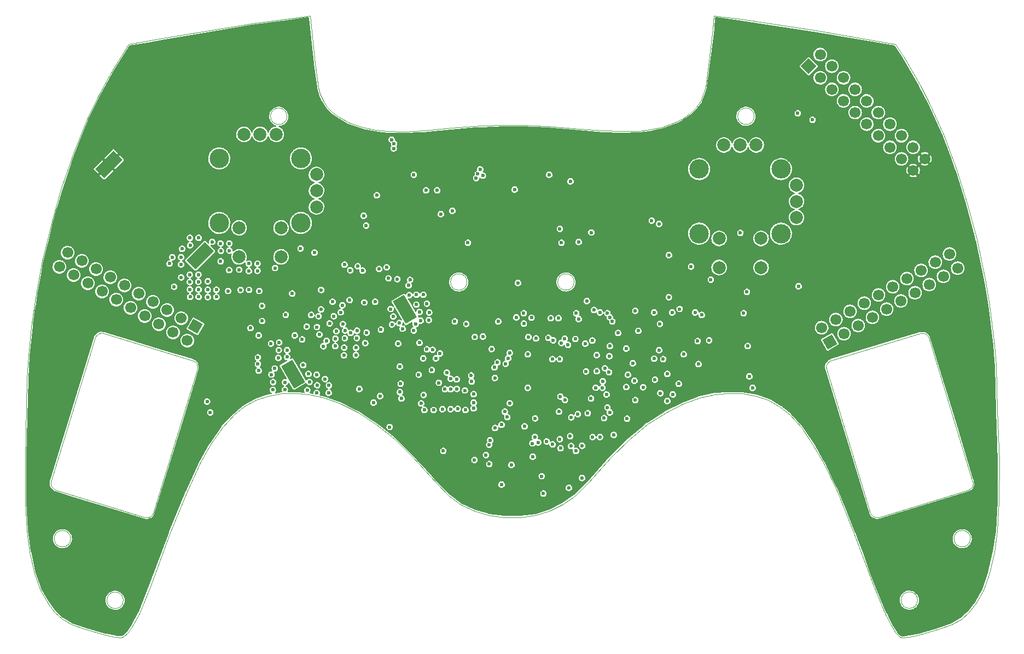
<source format=gbr>
%TF.GenerationSoftware,KiCad,Pcbnew,(6.0.9)*%
%TF.CreationDate,2022-11-22T19:39:31+02:00*%
%TF.ProjectId,PCB,5043422e-6b69-4636-9164-5f7063625858,rev?*%
%TF.SameCoordinates,Original*%
%TF.FileFunction,Copper,L2,Inr*%
%TF.FilePolarity,Positive*%
%FSLAX46Y46*%
G04 Gerber Fmt 4.6, Leading zero omitted, Abs format (unit mm)*
G04 Created by KiCad (PCBNEW (6.0.9)) date 2022-11-22 19:39:31*
%MOMM*%
%LPD*%
G01*
G04 APERTURE LIST*
G04 Aperture macros list*
%AMHorizOval*
0 Thick line with rounded ends*
0 $1 width*
0 $2 $3 position (X,Y) of the first rounded end (center of the circle)*
0 $4 $5 position (X,Y) of the second rounded end (center of the circle)*
0 Add line between two ends*
20,1,$1,$2,$3,$4,$5,0*
0 Add two circle primitives to create the rounded ends*
1,1,$1,$2,$3*
1,1,$1,$4,$5*%
%AMRotRect*
0 Rectangle, with rotation*
0 The origin of the aperture is its center*
0 $1 length*
0 $2 width*
0 $3 Rotation angle, in degrees counterclockwise*
0 Add horizontal line*
21,1,$1,$2,0,0,$3*%
G04 Aperture macros list end*
%TA.AperFunction,Profile*%
%ADD10C,0.100000*%
%TD*%
%TA.AperFunction,ComponentPad*%
%ADD11RotRect,1.700000X1.700000X120.000000*%
%TD*%
%TA.AperFunction,ComponentPad*%
%ADD12HorizOval,1.700000X0.000000X0.000000X0.000000X0.000000X0*%
%TD*%
%TA.AperFunction,ComponentPad*%
%ADD13C,2.000000*%
%TD*%
%TA.AperFunction,ComponentPad*%
%ADD14C,3.000000*%
%TD*%
%TA.AperFunction,ComponentPad*%
%ADD15RotRect,1.700000X1.700000X45.000000*%
%TD*%
%TA.AperFunction,ComponentPad*%
%ADD16HorizOval,1.700000X0.000000X0.000000X0.000000X0.000000X0*%
%TD*%
%TA.AperFunction,ComponentPad*%
%ADD17RotRect,1.700000X1.700000X240.000000*%
%TD*%
%TA.AperFunction,ComponentPad*%
%ADD18HorizOval,1.700000X0.000000X0.000000X0.000000X0.000000X0*%
%TD*%
%TA.AperFunction,ComponentPad*%
%ADD19RotRect,2.000000X4.000000X135.000000*%
%TD*%
%TA.AperFunction,ComponentPad*%
%ADD20RotRect,2.000000X4.000000X30.000000*%
%TD*%
%TA.AperFunction,ViaPad*%
%ADD21C,0.600000*%
%TD*%
G04 APERTURE END LIST*
D10*
X175615600Y-38887400D02*
X187248800Y-40665400D01*
X199390000Y-42799000D01*
X200710800Y-44831000D01*
X203250800Y-49199800D01*
X204622400Y-51892200D01*
X206857600Y-56769000D01*
X208889600Y-62204600D01*
X210515200Y-67437000D01*
X211988400Y-73025000D01*
X213360000Y-79629000D01*
X213969600Y-83235800D01*
X214731600Y-89433400D01*
X214985600Y-92532200D01*
X215138000Y-99491800D01*
X215442800Y-107365800D01*
X215392000Y-113614200D01*
X215138000Y-118237000D01*
X214680800Y-121386600D01*
X213918800Y-124739400D01*
X213004400Y-127330200D01*
X211937600Y-129311400D01*
X210769200Y-130784600D01*
X209600800Y-131800600D01*
X208127600Y-132664200D01*
X206197200Y-133375400D01*
X203047600Y-134289800D01*
X201523600Y-134594600D01*
X200558400Y-134747000D01*
X200304400Y-134696200D01*
X199948800Y-134543800D01*
X199491600Y-134035800D01*
X198780400Y-132969000D01*
X197815200Y-130987800D01*
X195986400Y-126669800D01*
X192989200Y-118541800D01*
X190398400Y-112141000D01*
X188264800Y-107670600D01*
X186639200Y-104825800D01*
X184810400Y-102133400D01*
X183083200Y-100203000D01*
X181559200Y-98983800D01*
X179679600Y-97866200D01*
X177800000Y-97256600D01*
X175666400Y-96901000D01*
X173126400Y-96901000D01*
X171450000Y-97002600D01*
X169113200Y-97510600D01*
X166522400Y-98475800D01*
X163880800Y-99796600D01*
X161036000Y-101625400D01*
X158242000Y-103962200D01*
X155346400Y-106756200D01*
X151790400Y-110769400D01*
X149758400Y-112750600D01*
X147878800Y-114071400D01*
X145897600Y-115087400D01*
X143713200Y-115747800D01*
X141325600Y-116052600D01*
X138734800Y-116052600D01*
X136398000Y-115747800D01*
X134213600Y-115087400D01*
X132181600Y-114122200D01*
X130302000Y-112750600D01*
X128320800Y-110769400D01*
X124714000Y-106807000D01*
X121818400Y-103911400D01*
X119024400Y-101676200D01*
X116230400Y-99847400D01*
X113538000Y-98475800D01*
X110998000Y-97561400D01*
X108610400Y-97053400D01*
X106934000Y-96901000D01*
X104394000Y-96901000D01*
X102311200Y-97256600D01*
X100431600Y-97866200D01*
X98552000Y-98933000D01*
X97028000Y-100203000D01*
X95250000Y-102133400D01*
X93421200Y-104775000D01*
X91795600Y-107619800D01*
X89712800Y-112141000D01*
X87122000Y-118491000D01*
X84124800Y-126568200D01*
X82346800Y-130987800D01*
X81280000Y-132969000D01*
X80568800Y-133985000D01*
X79959200Y-134543800D01*
X79552800Y-134696200D01*
X78536800Y-134594600D01*
X77063600Y-134289800D01*
X73863200Y-133375400D01*
X71882000Y-132664200D01*
X70459600Y-131800600D01*
X69291200Y-130784600D01*
X68122800Y-129260600D01*
X67056000Y-127330200D01*
X66141600Y-124790200D01*
X65379600Y-121437400D01*
X64922400Y-118237000D01*
X64668400Y-113563400D01*
X64668400Y-107365800D01*
X64973200Y-94665800D01*
X65176400Y-91059000D01*
X65633600Y-86537800D01*
X66344800Y-81457800D01*
X67310000Y-76377800D01*
X68884800Y-69824600D01*
X70307200Y-64998600D01*
X72186800Y-59461400D01*
X74269600Y-54330600D01*
X76098400Y-50520600D01*
X78079600Y-46964600D01*
X80670400Y-42799000D01*
X86360000Y-41783000D01*
X99822000Y-39547800D01*
X108762800Y-38328600D01*
X109575600Y-45745400D01*
X110083600Y-49453800D01*
X110337600Y-50469800D01*
X110794800Y-51485800D01*
X111455200Y-52501800D01*
X112369600Y-53416200D01*
X113334800Y-54076600D01*
X114858800Y-54940200D01*
X116941600Y-55651400D01*
X118973600Y-56057800D01*
X120751600Y-56261000D01*
X123342400Y-56311800D01*
X126390400Y-56159400D01*
X130606800Y-55753000D01*
X135280400Y-55397400D01*
X138836400Y-55295800D01*
X141681200Y-55295800D01*
X145491200Y-55448200D01*
X150418800Y-55854600D01*
X154076400Y-56159400D01*
X157073600Y-56261000D01*
X159715200Y-56210200D01*
X161340800Y-56007000D01*
X163271200Y-55600600D01*
X165303200Y-54838600D01*
X166370000Y-54330600D01*
X167538400Y-53517800D01*
X168605200Y-52501800D01*
X169214800Y-51587400D01*
X169621200Y-50571400D01*
X169976800Y-49453800D01*
X170332400Y-46710600D01*
X171145200Y-40360600D01*
X171297600Y-38328600D01*
X175615600Y-38887400D01*
X79886044Y-128933444D02*
G75*
G03*
X79886044Y-128933444I-1273044J0D01*
G01*
X177523644Y-53927244D02*
G75*
G03*
X177523644Y-53927244I-1273044J0D01*
G01*
X133073644Y-79606644D02*
G75*
G03*
X133073644Y-79606644I-1273044J0D01*
G01*
X202822044Y-128908044D02*
G75*
G03*
X202822044Y-128908044I-1273044J0D01*
G01*
X76758800Y-87553800D02*
X90627200Y-91770200D01*
X91033600Y-91973400D01*
X91236800Y-92227400D01*
X91287600Y-92481400D01*
X91338400Y-92684600D01*
X91338400Y-93040200D01*
X84480400Y-115392200D01*
X84429600Y-115544600D01*
X84277200Y-115798600D01*
X84023200Y-116001800D01*
X83667600Y-116103400D01*
X83261200Y-116103400D01*
X69392800Y-111836200D01*
X69138800Y-111683800D01*
X68986400Y-111531400D01*
X68783200Y-111277400D01*
X68681600Y-111023400D01*
X68681600Y-110566200D01*
X75539600Y-88214200D01*
X75590400Y-88011000D01*
X75742800Y-87858600D01*
X76047600Y-87655400D01*
X76403200Y-87503000D01*
X76758800Y-87553800D01*
X149659844Y-79606644D02*
G75*
G03*
X149659844Y-79606644I-1273044J0D01*
G01*
X203962000Y-87604600D02*
X204114400Y-87655400D01*
X204266800Y-87858600D01*
X204368400Y-88011000D01*
X204520800Y-88214200D01*
X211277200Y-110363000D01*
X211328000Y-110566200D01*
X211378800Y-110871000D01*
X211328000Y-111175800D01*
X211226400Y-111429800D01*
X211023200Y-111633000D01*
X210667600Y-111836200D01*
X196850000Y-116052600D01*
X196697600Y-116103400D01*
X196392800Y-116103400D01*
X195884800Y-115900200D01*
X195681600Y-115646200D01*
X195529200Y-115392200D01*
X188722000Y-93091000D01*
X188671200Y-92735400D01*
X188772800Y-92329000D01*
X188874400Y-92176600D01*
X189179200Y-91871800D01*
X189382400Y-91770200D01*
X203250800Y-87553800D01*
X203708000Y-87553800D01*
X203962000Y-87604600D01*
X211000844Y-119383044D02*
G75*
G03*
X211000844Y-119383044I-1273044J0D01*
G01*
X105209844Y-53927244D02*
G75*
G03*
X105209844Y-53927244I-1273044J0D01*
G01*
X71732644Y-119383044D02*
G75*
G03*
X71732644Y-119383044I-1273044J0D01*
G01*
D11*
%TO.N,/M_out2*%
%TO.C,J2*%
X189239773Y-88900000D03*
D12*
%TO.N,/M_out1*%
X187969773Y-86700295D03*
%TO.N,unconnected-(J2-Pad3)*%
X191439478Y-87630000D03*
%TO.N,unconnected-(J2-Pad4)*%
X190169478Y-85430295D03*
%TO.N,unconnected-(J2-Pad5)*%
X193639182Y-86360000D03*
%TO.N,unconnected-(J2-Pad6)*%
X192369182Y-84160295D03*
%TO.N,unconnected-(J2-Pad7)*%
X195838887Y-85090000D03*
%TO.N,unconnected-(J2-Pad8)*%
X194568887Y-82890295D03*
%TO.N,unconnected-(J2-Pad9)*%
X198038591Y-83820000D03*
%TO.N,unconnected-(J2-Pad10)*%
X196768591Y-81620295D03*
%TO.N,unconnected-(J2-Pad11)*%
X200238296Y-82550000D03*
%TO.N,unconnected-(J2-Pad12)*%
X198968296Y-80350295D03*
%TO.N,unconnected-(J2-Pad13)*%
X202438000Y-81280000D03*
%TO.N,unconnected-(J2-Pad14)*%
X201168000Y-79080295D03*
%TO.N,unconnected-(J2-Pad15)*%
X204637705Y-80010000D03*
%TO.N,unconnected-(J2-Pad16)*%
X203367705Y-77810295D03*
%TO.N,unconnected-(J2-Pad17)*%
X206837409Y-78740000D03*
%TO.N,unconnected-(J2-Pad18)*%
X205567409Y-76540295D03*
%TO.N,unconnected-(J2-Pad19)*%
X209037114Y-77470000D03*
%TO.N,unconnected-(J2-Pad20)*%
X207767114Y-75270295D03*
%TD*%
D13*
%TO.N,Net-(R27-Pad1)*%
%TO.C,U6*%
X103545000Y-56730000D03*
%TO.N,Net-(R29-Pad1)*%
X109775000Y-67960000D03*
%TO.N,JOY_Y_OUT1*%
X101045000Y-56730000D03*
%TO.N,JOY_X_OUT1*%
X109775000Y-65460000D03*
%TO.N,Net-(R28-Pad1)*%
X98545000Y-56730000D03*
%TO.N,Net-(R30-Pad1)*%
X109775000Y-62960000D03*
D14*
%TO.N,N/C*%
X94720000Y-60460000D03*
X107370000Y-60460000D03*
X107370000Y-70460000D03*
X94720000Y-70460000D03*
D13*
%TO.N,+3V3*%
X97795000Y-71210000D03*
X104295000Y-71210000D03*
%TO.N,Net-(R26-Pad1)*%
X97795000Y-75710000D03*
X104295000Y-75710000D03*
%TD*%
D15*
%TO.N,TCK*%
%TO.C,J1*%
X185964744Y-46162867D03*
D16*
%TO.N,unconnected-(J1-Pad2)*%
X187760795Y-44366816D03*
%TO.N,CLK_25MHZ*%
X187760795Y-47958918D03*
%TO.N,unconnected-(J1-Pad4)*%
X189556846Y-46162867D03*
%TO.N,DONE*%
X189556846Y-49754969D03*
%TO.N,unconnected-(J1-Pad6)*%
X191352898Y-47958918D03*
%TO.N,TMS*%
X191352898Y-51551021D03*
%TO.N,unconnected-(J1-Pad8)*%
X193148949Y-49754969D03*
%TO.N,PROG_B*%
X193148949Y-53347072D03*
%TO.N,unconnected-(J1-Pad10)*%
X194945000Y-51551021D03*
%TO.N,unconnected-(J1-Pad11)*%
X194945000Y-55143123D03*
%TO.N,unconnected-(J1-Pad12)*%
X196741051Y-53347072D03*
%TO.N,TDO*%
X196741051Y-56939174D03*
%TO.N,unconnected-(J1-Pad14)*%
X198537103Y-55143123D03*
%TO.N,TDI*%
X198537103Y-58735226D03*
%TO.N,unconnected-(J1-Pad16)*%
X200333154Y-56939174D03*
%TO.N,+3V3*%
X200333154Y-60531277D03*
X202129205Y-58735226D03*
%TO.N,Earth*%
X202129205Y-62327328D03*
X203925256Y-60531277D03*
%TD*%
D13*
%TO.N,Net-(R31-Pad1)*%
%TO.C,U7*%
X177845000Y-58380000D03*
%TO.N,Net-(R34-Pad1)*%
X184075000Y-69610000D03*
%TO.N,JOY_Y_OUT2*%
X175345000Y-58380000D03*
%TO.N,JOY_X_OUT2*%
X184075000Y-67110000D03*
%TO.N,Net-(R33-Pad1)*%
X172845000Y-58380000D03*
%TO.N,Net-(R35-Pad1)*%
X184075000Y-64610000D03*
D14*
%TO.N,N/C*%
X181670000Y-62110000D03*
X169020000Y-62110000D03*
X181670000Y-72110000D03*
X169020000Y-72110000D03*
D13*
%TO.N,+3V3*%
X172095000Y-72860000D03*
X178595000Y-72860000D03*
%TO.N,Net-(R32-Pad1)*%
X172095000Y-77360000D03*
X178595000Y-77360000D03*
%TD*%
D17*
%TO.N,/M_out4*%
%TO.C,J3*%
X91059000Y-86487000D03*
D18*
%TO.N,/M_out3*%
X89789000Y-88686705D03*
%TO.N,unconnected-(J3-Pad3)*%
X88859295Y-85217000D03*
%TO.N,unconnected-(J3-Pad4)*%
X87589295Y-87416705D03*
%TO.N,unconnected-(J3-Pad5)*%
X86659591Y-83947000D03*
%TO.N,unconnected-(J3-Pad6)*%
X85389591Y-86146705D03*
%TO.N,unconnected-(J3-Pad7)*%
X84459886Y-82677000D03*
%TO.N,unconnected-(J3-Pad8)*%
X83189886Y-84876705D03*
%TO.N,unconnected-(J3-Pad9)*%
X82260182Y-81407000D03*
%TO.N,unconnected-(J3-Pad10)*%
X80990182Y-83606705D03*
%TO.N,unconnected-(J3-Pad11)*%
X80060477Y-80137000D03*
%TO.N,unconnected-(J3-Pad12)*%
X78790477Y-82336705D03*
%TO.N,unconnected-(J3-Pad13)*%
X77860773Y-78867000D03*
%TO.N,unconnected-(J3-Pad14)*%
X76590773Y-81066705D03*
%TO.N,unconnected-(J3-Pad15)*%
X75661068Y-77597000D03*
%TO.N,unconnected-(J3-Pad16)*%
X74391068Y-79796705D03*
%TO.N,unconnected-(J3-Pad17)*%
X73461364Y-76327000D03*
%TO.N,unconnected-(J3-Pad18)*%
X72191364Y-78526705D03*
%TO.N,unconnected-(J3-Pad19)*%
X71261659Y-75057000D03*
%TO.N,unconnected-(J3-Pad20)*%
X69991659Y-77256705D03*
%TD*%
D19*
%TO.N,/RAW3*%
%TO.C,BT2*%
X91774812Y-75518812D03*
%TO.N,Earth*%
X77632676Y-61376676D03*
%TD*%
D20*
%TO.N,/RAW6*%
%TO.C,BT1*%
X106160841Y-93872000D03*
%TO.N,/RAW3*%
X123481349Y-83872000D03*
%TD*%
D21*
%TO.N,/RAW3*%
X92964000Y-79502000D03*
X88976200Y-74447400D03*
X88849200Y-78892400D03*
X87020400Y-76758800D03*
X124046521Y-80121500D03*
X125247400Y-81584800D03*
X117195600Y-82778600D03*
X125120400Y-86131400D03*
X122580400Y-85979000D03*
X106019600Y-81407000D03*
X121666000Y-84937600D03*
X125247400Y-83108800D03*
X98018600Y-80848200D03*
X99339400Y-80822800D03*
X96088200Y-81000600D03*
X100914200Y-81000600D03*
X99314000Y-77901800D03*
X100634800Y-77876400D03*
X99288600Y-76758800D03*
X100634800Y-76758800D03*
X97815400Y-77698600D03*
X96266000Y-77749400D03*
X94945200Y-76403200D03*
X103352600Y-77444600D03*
X94970600Y-74777600D03*
X96291400Y-74752200D03*
X94945200Y-73634600D03*
X96291400Y-73634600D03*
X90220800Y-73914000D03*
X93649800Y-73380600D03*
X90195400Y-72771000D03*
X91541600Y-72771000D03*
X87757000Y-80340200D03*
X88823800Y-76885800D03*
X87477600Y-75768200D03*
X88823800Y-75768200D03*
X92964000Y-81940400D03*
X94284800Y-81915000D03*
X92938600Y-80797400D03*
X94284800Y-80797400D03*
X90220800Y-81915000D03*
X91541600Y-81889600D03*
X90195400Y-80772000D03*
X91541600Y-80772000D03*
X91490800Y-79578200D03*
X90170000Y-79603600D03*
X91490800Y-78460600D03*
X90144600Y-78460600D03*
%TO.N,/RAW6*%
X117322600Y-89077800D03*
X104013000Y-88976200D03*
X111099600Y-94640400D03*
X113868200Y-86131400D03*
X113792000Y-83210400D03*
X113538000Y-84302600D03*
X114909600Y-82397600D03*
X123113800Y-86842600D03*
X121462800Y-86182200D03*
X121259600Y-83794600D03*
X127177800Y-85496400D03*
X125730000Y-84251800D03*
X125907800Y-85598000D03*
X127228600Y-84328000D03*
X126873000Y-82956400D03*
X124155200Y-81635600D03*
X126314200Y-81584800D03*
X124256800Y-79273400D03*
X120650000Y-77317600D03*
X120929400Y-79044800D03*
X122301000Y-79171800D03*
X118846600Y-82677000D03*
X116916200Y-77851000D03*
X110505421Y-80833619D03*
X119456200Y-77571600D03*
X117551200Y-87452200D03*
X114122200Y-76911200D03*
X115011200Y-77800200D03*
X116179600Y-77165200D03*
X112471200Y-84912200D03*
X110490000Y-83845400D03*
X110109000Y-84912200D03*
X112268000Y-82651600D03*
X112852200Y-87223600D03*
X109855000Y-86588600D03*
X110236000Y-87731600D03*
X111810800Y-86029800D03*
X112699800Y-89535000D03*
X111353600Y-88722200D03*
X110845600Y-89560400D03*
X112725200Y-88392000D03*
X116027200Y-88290400D03*
X114223800Y-87122000D03*
X114173000Y-88315800D03*
X116052600Y-87147400D03*
X115874800Y-90932000D03*
X114071400Y-89763600D03*
X114020600Y-90957400D03*
X115900200Y-89789000D03*
X105232200Y-91211400D03*
X103936800Y-90170000D03*
X103886000Y-91363800D03*
X105257600Y-90170000D03*
X108356400Y-96367600D03*
X102819200Y-93954600D03*
X103327200Y-93014800D03*
X108686600Y-95097600D03*
X109829600Y-93980000D03*
X107721400Y-92481400D03*
X108534200Y-93853000D03*
X108254800Y-86512400D03*
X111683800Y-96774000D03*
X109880400Y-95605600D03*
X109829600Y-96799400D03*
X111709200Y-95631000D03*
X104902000Y-95148400D03*
X103073200Y-95123000D03*
X104876600Y-96291400D03*
X103022400Y-96316800D03*
%TO.N,Net-(C22-Pad1)*%
X147701000Y-73533000D03*
X147447000Y-71374000D03*
%TO.N,Net-(C44-Pad1)*%
X159588200Y-87172800D03*
X162814000Y-90170000D03*
X151638000Y-82550000D03*
%TO.N,Net-(C48-Pad1)*%
X109474000Y-75057000D03*
%TO.N,Net-(C50-Pad1)*%
X144653000Y-109702600D03*
X167767000Y-77216000D03*
X168402000Y-84328000D03*
%TO.N,Net-(C52-Pad1)*%
X115062000Y-87503000D03*
%TO.N,Net-(C56-Pad1)*%
X162941000Y-86106000D03*
X122428000Y-89154000D03*
X164312600Y-81965800D03*
%TO.N,Net-(C58-Pad1)*%
X148844000Y-111506000D03*
%TO.N,Net-(C60-Pad1)*%
X119761000Y-86995000D03*
X119634000Y-97282000D03*
X150876000Y-109982000D03*
X118618000Y-98298000D03*
%TO.N,Net-(C62-Pad1)*%
X134239000Y-107188000D03*
%TO.N,Net-(C64-Pad1)*%
X105029000Y-84709000D03*
%TO.N,Net-(C66-Pad1)*%
X165989000Y-83794600D03*
X170815000Y-79248000D03*
X136514816Y-104825919D03*
%TO.N,/RAW6*%
X140462000Y-65278000D03*
%TO.N,/RR1*%
X133223000Y-73533000D03*
X130810000Y-68580000D03*
%TO.N,/RR2*%
X150368000Y-73406000D03*
%TO.N,ACCEL_INT2*%
X137795000Y-92075000D03*
%TO.N,ACCEL_INT1*%
X133731000Y-94107000D03*
%TO.N,ACCEL_CS*%
X137922000Y-85725000D03*
X149987000Y-84455000D03*
X135529550Y-88056950D03*
X129971800Y-93649800D03*
%TO.N,Earth*%
X74205800Y-69896200D03*
X171705800Y-62396200D03*
X71205800Y-66896200D03*
X84705800Y-47396200D03*
X72705800Y-125396200D03*
X198705800Y-128396200D03*
X96705800Y-63896200D03*
X171705800Y-50396200D03*
X212205800Y-96896200D03*
X98205800Y-42896200D03*
X144780000Y-73406000D03*
X174705800Y-89396200D03*
X77205800Y-74396200D03*
X86205800Y-54896200D03*
X104205800Y-59396200D03*
X78705800Y-72896200D03*
X98205800Y-44396200D03*
X212205800Y-108896200D03*
X87705800Y-110396200D03*
X96705800Y-62396200D03*
X81705800Y-68396200D03*
X212205800Y-113396200D03*
X81705800Y-54896200D03*
X143256000Y-98679000D03*
X102705800Y-62396200D03*
X204705800Y-66896200D03*
X81705800Y-62396200D03*
X177705800Y-41396200D03*
X158750000Y-70231000D03*
X177705800Y-68396200D03*
X123705800Y-62396200D03*
X173205800Y-51896200D03*
X146205800Y-75896200D03*
X210705800Y-75896200D03*
X86205800Y-51896200D03*
X197205800Y-78896200D03*
X173205800Y-47396200D03*
X167205800Y-63896200D03*
X66705800Y-123896200D03*
X201705800Y-51896200D03*
X87705800Y-50396200D03*
X210705800Y-126896200D03*
X206205800Y-126896200D03*
X206205800Y-74396200D03*
X101205800Y-95396200D03*
X75705800Y-116396200D03*
X204705800Y-132896200D03*
X66705800Y-113396200D03*
X212205800Y-95396200D03*
X163449000Y-59436000D03*
X212205800Y-93896200D03*
X189705800Y-65396200D03*
X107205800Y-41396200D03*
X212205800Y-126896200D03*
X105705800Y-51896200D03*
X86205800Y-59396200D03*
X213705800Y-98396200D03*
X168705800Y-65396200D03*
X66705800Y-108896200D03*
X104205800Y-44396200D03*
X87705800Y-107396200D03*
X105705800Y-50396200D03*
X204705800Y-114896200D03*
X200205800Y-84896200D03*
X198705800Y-116396200D03*
X207705800Y-122396200D03*
X104205800Y-39896200D03*
X108705800Y-50396200D03*
X183705800Y-98396200D03*
X74205800Y-62396200D03*
X86205800Y-42896200D03*
X186705800Y-96896200D03*
X83205800Y-69896200D03*
X96705800Y-51896200D03*
X126873000Y-76708000D03*
X195705800Y-42896200D03*
X83205800Y-47396200D03*
X153289000Y-100711000D03*
X203205800Y-86396200D03*
X135705800Y-57896200D03*
X98205800Y-89396200D03*
X74205800Y-65396200D03*
X66705800Y-95396200D03*
X189705800Y-90896200D03*
X207705800Y-66896200D03*
X212205800Y-78896200D03*
X194205800Y-47396200D03*
X112395000Y-72263000D03*
X92456000Y-100203000D03*
X77205800Y-126896200D03*
X191205800Y-78896200D03*
X201705800Y-71396200D03*
X86205800Y-74396200D03*
X72705800Y-129896200D03*
X189705800Y-74396200D03*
X179205800Y-47396200D03*
X171705800Y-48896200D03*
X93705800Y-42896200D03*
X210705800Y-77396200D03*
X105705800Y-57896200D03*
X78705800Y-50396200D03*
X111705800Y-54896200D03*
X210705800Y-128396200D03*
X96705800Y-42896200D03*
X204705800Y-122396200D03*
X151993481Y-84353338D03*
X182205800Y-81896200D03*
X78705800Y-53396200D03*
X152205800Y-62396200D03*
X99705800Y-95396200D03*
X212205800Y-111896200D03*
X72705800Y-68396200D03*
X74205800Y-120896200D03*
X153705800Y-59396200D03*
X83205800Y-117896200D03*
X68205800Y-101396200D03*
X209205800Y-83396200D03*
X74205800Y-114896200D03*
X89205800Y-68396200D03*
X207705800Y-95396200D03*
X198705800Y-69896200D03*
X74205800Y-68396200D03*
X84705800Y-44396200D03*
X188205800Y-105896200D03*
X77205800Y-65396200D03*
X207705800Y-117896200D03*
X201705800Y-126896200D03*
X213705800Y-117896200D03*
X198705800Y-81896200D03*
X80205800Y-62396200D03*
X105705800Y-65396200D03*
X190627000Y-81026000D03*
X209205800Y-128396200D03*
X206205800Y-125396200D03*
X191205800Y-45896200D03*
X192705800Y-113396200D03*
X212205800Y-125396200D03*
X80205800Y-50396200D03*
X146812000Y-87860100D03*
X153705800Y-57896200D03*
X87705800Y-113396200D03*
X71205800Y-89396200D03*
X66705800Y-92396200D03*
X189705800Y-42896200D03*
X203205800Y-75896200D03*
X84705800Y-45896200D03*
X164465000Y-90297000D03*
X74205800Y-128396200D03*
X188205800Y-101396200D03*
X90705800Y-51896200D03*
X165481000Y-87757000D03*
X194205800Y-78896200D03*
X71205800Y-125396200D03*
X99705800Y-69896200D03*
X212205800Y-104396200D03*
X75705800Y-125396200D03*
X192705800Y-44396200D03*
X212205800Y-101396200D03*
X145542000Y-57785000D03*
X185205800Y-48896200D03*
X207705800Y-114896200D03*
X80205800Y-54896200D03*
X75705800Y-53396200D03*
X212205800Y-116396200D03*
X92205800Y-50396200D03*
X92205800Y-62396200D03*
X206205800Y-86396200D03*
X206205800Y-123896200D03*
X155205800Y-62396200D03*
X182205800Y-48896200D03*
X182205800Y-93896200D03*
X99705800Y-96896200D03*
X207705800Y-65396200D03*
X134205800Y-113396200D03*
X192705800Y-77396200D03*
X198705800Y-122396200D03*
X74205800Y-125396200D03*
X83205800Y-74396200D03*
X83205800Y-44396200D03*
X84705800Y-68396200D03*
X176205800Y-48896200D03*
X183705800Y-87896200D03*
X182205800Y-45896200D03*
X188205800Y-102896200D03*
X213705800Y-120896200D03*
X201705800Y-53396200D03*
X144705800Y-59396200D03*
X80205800Y-77396200D03*
X188205800Y-45896200D03*
X137205800Y-57896200D03*
X145017610Y-110982616D03*
X189705800Y-102896200D03*
X195705800Y-48896200D03*
X98205800Y-68396200D03*
X81705800Y-57896200D03*
X155067000Y-94783500D03*
X78705800Y-66896200D03*
X78705800Y-51896200D03*
X207705800Y-116396200D03*
X81705800Y-86396200D03*
X138705800Y-108896200D03*
X69705800Y-87896200D03*
X135705800Y-113396200D03*
X189705800Y-104396200D03*
X207705800Y-84896200D03*
X179205800Y-69896200D03*
X210705800Y-84896200D03*
X177705800Y-78896200D03*
X105705800Y-44396200D03*
X180705800Y-42896200D03*
X114705800Y-68396200D03*
X68205800Y-123896200D03*
X89205800Y-110396200D03*
X84705800Y-60896200D03*
X122205800Y-93896200D03*
X117705800Y-66896200D03*
X68205800Y-117896200D03*
X69705800Y-123896200D03*
X209205800Y-71396200D03*
X201705800Y-125396200D03*
X150622000Y-103505000D03*
X92205800Y-69896200D03*
X173205800Y-75896200D03*
X155205800Y-57896200D03*
X113205800Y-68396200D03*
X174705800Y-47396200D03*
X93705800Y-41396200D03*
X203205800Y-68396200D03*
X104205800Y-48896200D03*
X77205800Y-56396200D03*
X95205800Y-65396200D03*
X186705800Y-83396200D03*
X194205800Y-42896200D03*
X80205800Y-59396200D03*
X74205800Y-116396200D03*
X81705800Y-69896200D03*
X87705800Y-53396200D03*
X68205800Y-78896200D03*
X74205800Y-89396200D03*
X204705800Y-120896200D03*
X86205800Y-53396200D03*
X96705800Y-47396200D03*
X86205800Y-117896200D03*
X68205800Y-83396200D03*
X198705800Y-74396200D03*
X96705800Y-57896200D03*
X209205800Y-116396200D03*
X194205800Y-80396200D03*
X204705800Y-56396200D03*
X68205800Y-104396200D03*
X210705800Y-125396200D03*
X80205800Y-65396200D03*
X71205800Y-123896200D03*
X167205800Y-65396200D03*
X209205800Y-69896200D03*
X75705800Y-59396200D03*
X186705800Y-102896200D03*
X141705800Y-56396200D03*
X195705800Y-80396200D03*
X198705800Y-65396200D03*
X78705800Y-75896200D03*
X96705800Y-44396200D03*
X90705800Y-53396200D03*
X89205800Y-60896200D03*
X98205800Y-63896200D03*
X69705800Y-113396200D03*
X81705800Y-59396200D03*
X68205800Y-98396200D03*
X198705800Y-53396200D03*
X72705800Y-66896200D03*
X206205800Y-63896200D03*
X207705800Y-123896200D03*
X179205800Y-50396200D03*
X182205800Y-44396200D03*
X98205800Y-65396200D03*
X200205800Y-86396200D03*
X111705800Y-63896200D03*
X183705800Y-51896200D03*
X71205800Y-69896200D03*
X69705800Y-101396200D03*
X186705800Y-59396200D03*
X206205800Y-131396200D03*
X83205800Y-60896200D03*
X143205800Y-113396200D03*
X71205800Y-68396200D03*
X96705800Y-66896200D03*
X203205800Y-66896200D03*
X213705800Y-102896200D03*
X107205800Y-63896200D03*
X77205800Y-125396200D03*
X179205800Y-96896200D03*
X75705800Y-123896200D03*
X201705800Y-77396200D03*
X107205800Y-39896200D03*
X143205800Y-56396200D03*
X68205800Y-102896200D03*
X120705800Y-92396200D03*
X83205800Y-59396200D03*
X89205800Y-107396200D03*
X102705800Y-41396200D03*
X165705800Y-68396200D03*
X198705800Y-120896200D03*
X206205800Y-71396200D03*
X183705800Y-72896200D03*
X148971000Y-108712000D03*
X75705800Y-114896200D03*
X81705800Y-74396200D03*
X203205800Y-63896200D03*
X198705800Y-75896200D03*
X110205800Y-60896200D03*
X69705800Y-116396200D03*
X209205800Y-126896200D03*
X197205800Y-74396200D03*
X96705800Y-98396200D03*
X173205800Y-50396200D03*
X209205800Y-96896200D03*
X120269000Y-63119000D03*
X125476000Y-79248000D03*
X213705800Y-107396200D03*
X123705800Y-87896200D03*
X173205800Y-45896200D03*
X141705800Y-114896200D03*
X210705800Y-74396200D03*
X188205800Y-66896200D03*
X135705800Y-84896200D03*
X207705800Y-83396200D03*
X87705800Y-48896200D03*
X186705800Y-98396200D03*
X135705800Y-83396200D03*
X77205800Y-123896200D03*
X116205800Y-57896200D03*
X132588000Y-93980000D03*
X191205800Y-89396200D03*
X207705800Y-72896200D03*
X66705800Y-89396200D03*
X132705800Y-113396200D03*
X77205800Y-120896200D03*
X143205800Y-57896200D03*
X86205800Y-47396200D03*
X207705800Y-63896200D03*
X206205800Y-66896200D03*
X101205800Y-53396200D03*
X84705800Y-62396200D03*
X81705800Y-51896200D03*
X159705800Y-63896200D03*
X170205800Y-51896200D03*
X185205800Y-71396200D03*
X201705800Y-83396200D03*
X180705800Y-50396200D03*
X125857000Y-96139000D03*
X102705800Y-44396200D03*
X168705800Y-96896200D03*
X90705800Y-56396200D03*
X69705800Y-128396200D03*
X96705800Y-41396200D03*
X107205800Y-45896200D03*
X71205800Y-95396200D03*
X102705800Y-60896200D03*
X72705800Y-93896200D03*
X108705800Y-45896200D03*
X92205800Y-42896200D03*
X87705800Y-114896200D03*
X195705800Y-44396200D03*
X93705800Y-62396200D03*
X86205800Y-60896200D03*
X140081000Y-75184000D03*
X176205800Y-51896200D03*
X203205800Y-117896200D03*
X69705800Y-102896200D03*
X78705800Y-74396200D03*
X92205800Y-65396200D03*
X101205800Y-48896200D03*
X177705800Y-65396200D03*
X80205800Y-57896200D03*
X75705800Y-54896200D03*
X168705800Y-53396200D03*
X93705800Y-84896200D03*
X89205800Y-45896200D03*
X213705800Y-92396200D03*
X81705800Y-72896200D03*
X66705800Y-96896200D03*
X105705800Y-62396200D03*
X192705800Y-108896200D03*
X105705800Y-66896200D03*
X74205800Y-119396200D03*
X201705800Y-50396200D03*
X71205800Y-87896200D03*
X94488000Y-92456000D03*
X203205800Y-51896200D03*
X89205800Y-57896200D03*
X209205800Y-81896200D03*
X66705800Y-116396200D03*
X203205800Y-72896200D03*
X83205800Y-63896200D03*
X80205800Y-122396200D03*
X213705800Y-95396200D03*
X210705800Y-113396200D03*
X84705800Y-65396200D03*
X209205800Y-75896200D03*
X95205800Y-42896200D03*
X107205800Y-66896200D03*
X182205800Y-51896200D03*
X200205800Y-125396200D03*
X210705800Y-95396200D03*
X210705800Y-102896200D03*
X188205800Y-99896200D03*
X87705800Y-54896200D03*
X191205800Y-53396200D03*
X182205800Y-42896200D03*
X71205800Y-114896200D03*
X105705800Y-74396200D03*
X210705800Y-114896200D03*
X192705800Y-89396200D03*
X114705800Y-56396200D03*
X171705800Y-45896200D03*
X209205800Y-78896200D03*
X170205800Y-65396200D03*
X117705800Y-92396200D03*
X212205800Y-114896200D03*
X86205800Y-66896200D03*
X84705800Y-75896200D03*
X192705800Y-63896200D03*
X96705800Y-48896200D03*
X107205800Y-65396200D03*
X72705800Y-72896200D03*
X198705800Y-51896200D03*
X68205800Y-77396200D03*
X152205800Y-66896200D03*
X176205800Y-69896200D03*
X191205800Y-111896200D03*
X75705800Y-74396200D03*
X89205800Y-69896200D03*
X78705800Y-117896200D03*
X159705800Y-60896200D03*
X86205800Y-114896200D03*
X168705800Y-68396200D03*
X128524000Y-102108000D03*
X209205800Y-86396200D03*
X66705800Y-84896200D03*
X198705800Y-45896200D03*
X200205800Y-116396200D03*
X78705800Y-123896200D03*
X84705800Y-51896200D03*
X174705800Y-39896200D03*
X170205800Y-69896200D03*
X180705800Y-68396200D03*
X170205800Y-77396200D03*
X209205800Y-92396200D03*
X191205800Y-77396200D03*
X129705800Y-104396200D03*
X144705800Y-75896200D03*
X207705800Y-80396200D03*
X191205800Y-44396200D03*
X71205800Y-80396200D03*
X188205800Y-65396200D03*
X212205800Y-80396200D03*
X134205800Y-110396200D03*
X192705800Y-75896200D03*
X80205800Y-132896200D03*
X188205800Y-93896200D03*
X213705800Y-113396200D03*
X140205800Y-114896200D03*
X189357000Y-81915000D03*
X80205800Y-126896200D03*
X188205800Y-81896200D03*
X120705800Y-95396200D03*
X68205800Y-89396200D03*
X71205800Y-113396200D03*
X87705800Y-51896200D03*
X171705800Y-51896200D03*
X197205800Y-69896200D03*
X185205800Y-92396200D03*
X95205800Y-63896200D03*
X206205800Y-81896200D03*
X77205800Y-132896200D03*
X78705800Y-116396200D03*
X95205800Y-99896200D03*
X179205800Y-48896200D03*
X203205800Y-125396200D03*
X198705800Y-87896200D03*
X206205800Y-120896200D03*
X89205800Y-56396200D03*
X69705800Y-122396200D03*
X161205800Y-62396200D03*
X77205800Y-119396200D03*
X95205800Y-50396200D03*
X171705800Y-47396200D03*
X184658000Y-78359000D03*
X182205800Y-65396200D03*
X176205800Y-47396200D03*
X84705800Y-66896200D03*
X195705800Y-87896200D03*
X69705800Y-114896200D03*
X87705800Y-72896200D03*
X197205800Y-87896200D03*
X183705800Y-84896200D03*
X86205800Y-48896200D03*
X128205800Y-104396200D03*
X204705800Y-65396200D03*
X156705800Y-62396200D03*
X207705800Y-120896200D03*
X191008000Y-64135000D03*
X129413000Y-82169000D03*
X213705800Y-108896200D03*
X213705800Y-104396200D03*
X206205800Y-62396200D03*
X203205800Y-56396200D03*
X102705800Y-68396200D03*
X210705800Y-90896200D03*
X168705800Y-69896200D03*
X68205800Y-80396200D03*
X77205800Y-83396200D03*
X74205800Y-117896200D03*
X92205800Y-51896200D03*
X86205800Y-50396200D03*
X203205800Y-54896200D03*
X162560000Y-87503000D03*
X164205800Y-65396200D03*
X197205800Y-117896200D03*
X189705800Y-66896200D03*
X192705800Y-51896200D03*
X213705800Y-116396200D03*
X107205800Y-68396200D03*
X201705800Y-63896200D03*
X78705800Y-69896200D03*
X186705800Y-92396200D03*
X77205800Y-69896200D03*
X177705800Y-47396200D03*
X78705800Y-120896200D03*
X173205800Y-48896200D03*
X83205800Y-66896200D03*
X96705800Y-54896200D03*
X83205800Y-56396200D03*
X96705800Y-53396200D03*
X186705800Y-87896200D03*
X90705800Y-63896200D03*
X69705800Y-81896200D03*
X80205800Y-72896200D03*
X96705800Y-65396200D03*
X89205800Y-42896200D03*
X200205800Y-47396200D03*
X182205800Y-68396200D03*
X83205800Y-86396200D03*
X104205800Y-62396200D03*
X206205800Y-90896200D03*
X195705800Y-45896200D03*
X80205800Y-45896200D03*
X71205800Y-71396200D03*
X186705800Y-99896200D03*
X207705800Y-69896200D03*
X183705800Y-41396200D03*
X80205800Y-56396200D03*
X210705800Y-81896200D03*
X200205800Y-50396200D03*
X195705800Y-122396200D03*
X135705800Y-110396200D03*
X89205800Y-71396200D03*
X69705800Y-80396200D03*
X77205800Y-77396200D03*
X92205800Y-54896200D03*
X200205800Y-71396200D03*
X198705800Y-50396200D03*
X177705800Y-66896200D03*
X101205800Y-51896200D03*
X183705800Y-89396200D03*
X83205800Y-125396200D03*
X92205800Y-66896200D03*
X182205800Y-59396200D03*
X71205800Y-72896200D03*
X138430000Y-113157000D03*
X195705800Y-47396200D03*
X197205800Y-50396200D03*
X74205800Y-74396200D03*
X90705800Y-42896200D03*
X66705800Y-114896200D03*
X77205800Y-131396200D03*
X107569000Y-77089000D03*
X104205800Y-60896200D03*
X84705800Y-54896200D03*
X71205800Y-81896200D03*
X81705800Y-122396200D03*
X75705800Y-68396200D03*
X80205800Y-66896200D03*
X194205800Y-116396200D03*
X192705800Y-111896200D03*
X206205800Y-119396200D03*
X159893000Y-96901000D03*
X185205800Y-62396200D03*
X186705800Y-41396200D03*
X207705800Y-128396200D03*
X89205800Y-47396200D03*
X97536000Y-95377000D03*
X86205800Y-113396200D03*
X207705800Y-92396200D03*
X80205800Y-120896200D03*
X101205800Y-45896200D03*
X203205800Y-84896200D03*
X129159000Y-80137000D03*
X210705800Y-92396200D03*
X183705800Y-71396200D03*
X197205800Y-45896200D03*
X68205800Y-95396200D03*
X189705800Y-83396200D03*
X99705800Y-44396200D03*
X71205800Y-90896200D03*
X204705800Y-125396200D03*
X72705800Y-81896200D03*
X105705800Y-42896200D03*
X201705800Y-69896200D03*
X210705800Y-98396200D03*
X182205800Y-80396200D03*
X69705800Y-93896200D03*
X156705800Y-59396200D03*
X197205800Y-68396200D03*
X89205800Y-54896200D03*
X142367000Y-97205900D03*
X74205800Y-59396200D03*
X159705800Y-62396200D03*
X72705800Y-116396200D03*
X198705800Y-48896200D03*
X207705800Y-125396200D03*
X108705800Y-44396200D03*
X200205800Y-45896200D03*
X95205800Y-44396200D03*
X72705800Y-122396200D03*
X183705800Y-62396200D03*
X204705800Y-84896200D03*
X71205800Y-122396200D03*
X212205800Y-123896200D03*
X204705800Y-62396200D03*
X72705800Y-71396200D03*
X198705800Y-123896200D03*
X74205800Y-87896200D03*
X204705800Y-71396200D03*
X213705800Y-87896200D03*
X212205800Y-120896200D03*
X158205800Y-59396200D03*
X74205800Y-63896200D03*
X116205800Y-56396200D03*
X102705800Y-69896200D03*
X201705800Y-86396200D03*
X77205800Y-66896200D03*
X213705800Y-96896200D03*
X191205800Y-107396200D03*
X206205800Y-80396200D03*
X69705800Y-78896200D03*
X201705800Y-131396200D03*
X185205800Y-59396200D03*
X198705800Y-47396200D03*
X89205800Y-83396200D03*
X186705800Y-62396200D03*
X188205800Y-104396200D03*
X113205800Y-56396200D03*
X99705800Y-59396200D03*
X78705800Y-132896200D03*
X209205800Y-84896200D03*
X84705800Y-120896200D03*
X95205800Y-47396200D03*
X186705800Y-90896200D03*
X213705800Y-89396200D03*
X92205800Y-44396200D03*
X72705800Y-90896200D03*
X80205800Y-47396200D03*
X207705800Y-68396200D03*
X139522200Y-94792800D03*
X81705800Y-77396200D03*
X84705800Y-57896200D03*
X180705800Y-44396200D03*
X68205800Y-107396200D03*
X212205800Y-119396200D03*
X204705800Y-74396200D03*
X111705800Y-56396200D03*
X185205800Y-41396200D03*
X204705800Y-123896200D03*
X89205800Y-108896200D03*
X158205800Y-57896200D03*
X201705800Y-84896200D03*
X75705800Y-69896200D03*
X203205800Y-71396200D03*
X173205800Y-41396200D03*
X201705800Y-75896200D03*
X185205800Y-57896200D03*
X206205800Y-59396200D03*
X170205800Y-59396200D03*
X77205800Y-86396200D03*
X101205800Y-44396200D03*
X84705800Y-71396200D03*
X86205800Y-71396200D03*
X107205800Y-44396200D03*
X213705800Y-114896200D03*
X120705800Y-93896200D03*
X131826000Y-108585000D03*
X105705800Y-41396200D03*
X191205800Y-42896200D03*
X93705800Y-50396200D03*
X94361000Y-91567000D03*
X101205800Y-42896200D03*
X74205800Y-123896200D03*
X206205800Y-83396200D03*
X206205800Y-84896200D03*
X183705800Y-57896200D03*
X77205800Y-57896200D03*
X189705800Y-105896200D03*
X105705800Y-48896200D03*
X87705800Y-45896200D03*
X180705800Y-96896200D03*
X168705800Y-54896200D03*
X68205800Y-126896200D03*
X69705800Y-104396200D03*
X102705800Y-50396200D03*
X122205800Y-62396200D03*
X97536000Y-96266000D03*
X104205800Y-45896200D03*
X78705800Y-65396200D03*
X206205800Y-114896200D03*
X210705800Y-96896200D03*
X174705800Y-45896200D03*
X113205800Y-54896200D03*
X197205800Y-120896200D03*
X201705800Y-54896200D03*
X167205800Y-54896200D03*
X93705800Y-53396200D03*
X200205800Y-51896200D03*
X176205800Y-41396200D03*
X128205800Y-105896200D03*
X72705800Y-86396200D03*
X194205800Y-62396200D03*
X185205800Y-93896200D03*
X213705800Y-99896200D03*
X68205800Y-108896200D03*
X200205800Y-53396200D03*
X72705800Y-80396200D03*
X92205800Y-68396200D03*
X188205800Y-42896200D03*
X135636000Y-73406000D03*
X96705800Y-45896200D03*
X80205800Y-123896200D03*
X210705800Y-86396200D03*
X99705800Y-42896200D03*
X93705800Y-102896200D03*
X176205800Y-50396200D03*
X167205800Y-69896200D03*
X176205800Y-65396200D03*
X87705800Y-62396200D03*
X122205800Y-87896200D03*
X180705800Y-65396200D03*
X203205800Y-83396200D03*
X207705800Y-126896200D03*
X74205800Y-60896200D03*
X177705800Y-50396200D03*
X98205800Y-41396200D03*
X171705800Y-65396200D03*
X138705800Y-57896200D03*
X198705800Y-126896200D03*
X99705800Y-54896200D03*
X206205800Y-117896200D03*
X212205800Y-117896200D03*
X204705800Y-83396200D03*
X189705800Y-108896200D03*
X210705800Y-123896200D03*
X213705800Y-90896200D03*
X68205800Y-86396200D03*
X146177000Y-108077000D03*
X75705800Y-75896200D03*
X194205800Y-45896200D03*
X87705800Y-65396200D03*
X77205800Y-53396200D03*
X210705800Y-104396200D03*
X179205800Y-65396200D03*
X77205800Y-72896200D03*
X204705800Y-126896200D03*
X191205800Y-62396200D03*
X197205800Y-48896200D03*
X176205800Y-60896200D03*
X113205800Y-96896200D03*
X107205800Y-42896200D03*
X71205800Y-131396200D03*
X81705800Y-60896200D03*
X69705800Y-126896200D03*
X197205800Y-44396200D03*
X177705800Y-48896200D03*
X102705800Y-63896200D03*
X78705800Y-68396200D03*
X84705800Y-72896200D03*
X77205800Y-75896200D03*
X72705800Y-89396200D03*
X210705800Y-71396200D03*
X84705800Y-56396200D03*
X83205800Y-119396200D03*
X66705800Y-102896200D03*
X165705800Y-63896200D03*
X66705800Y-107396200D03*
X174705800Y-48896200D03*
X179205800Y-54896200D03*
X75705800Y-119396200D03*
X152205800Y-63896200D03*
X207705800Y-90896200D03*
X90705800Y-66896200D03*
X90705800Y-62396200D03*
X104205800Y-63896200D03*
X134244312Y-93560867D03*
X99705800Y-48896200D03*
X105705800Y-63896200D03*
X198705800Y-117896200D03*
X117705800Y-90896200D03*
X75705800Y-132896200D03*
X78705800Y-125396200D03*
X194205800Y-117896200D03*
X66705800Y-122396200D03*
X192705800Y-71396200D03*
X191205800Y-110396200D03*
X186705800Y-93896200D03*
X74205800Y-66896200D03*
X204705800Y-81896200D03*
X171705800Y-69896200D03*
X198705800Y-66896200D03*
X87705800Y-71396200D03*
X207705800Y-81896200D03*
X69705800Y-75896200D03*
X206205800Y-69896200D03*
X197205800Y-126896200D03*
X113205800Y-66896200D03*
X71205800Y-93896200D03*
X179205800Y-62396200D03*
X99705800Y-41396200D03*
X206205800Y-72896200D03*
X171705800Y-42896200D03*
X90705800Y-68396200D03*
X95205800Y-51896200D03*
X66705800Y-117896200D03*
X146205800Y-80396200D03*
X204705800Y-69896200D03*
X177705800Y-63896200D03*
X90705800Y-59396200D03*
X194205800Y-74396200D03*
X69705800Y-72896200D03*
X104205800Y-65396200D03*
X200205800Y-69896200D03*
X182205800Y-69896200D03*
X89205800Y-48896200D03*
X96705800Y-56396200D03*
X83205800Y-122396200D03*
X198705800Y-68396200D03*
X174705800Y-51896200D03*
X71205800Y-98396200D03*
X176205800Y-45896200D03*
X84705800Y-74396200D03*
X210705800Y-122396200D03*
X90705800Y-50396200D03*
X69705800Y-99896200D03*
X147705800Y-65396200D03*
X66705800Y-86396200D03*
X87705800Y-44396200D03*
X80205800Y-117896200D03*
X69705800Y-129896200D03*
X204705800Y-68396200D03*
X198705800Y-44396200D03*
X171705800Y-68396200D03*
X204705800Y-63896200D03*
X159705800Y-89396200D03*
X96705800Y-68396200D03*
X191205800Y-65396200D03*
X170205800Y-68396200D03*
X180705800Y-47396200D03*
X80205800Y-116396200D03*
X191205800Y-108896200D03*
X75705800Y-57896200D03*
X75705800Y-65396200D03*
X80205800Y-74396200D03*
X132705800Y-56396200D03*
X74205800Y-57896200D03*
X81705800Y-129896200D03*
X179205800Y-53396200D03*
X102705800Y-45896200D03*
X83205800Y-65396200D03*
X86205800Y-56396200D03*
X137205800Y-78896200D03*
X86205800Y-65396200D03*
X204705800Y-131396200D03*
X81705800Y-75896200D03*
X207705800Y-131396200D03*
X102705800Y-42896200D03*
X182205800Y-41396200D03*
X153705800Y-63896200D03*
X81705800Y-117896200D03*
X192705800Y-47396200D03*
X86205800Y-57896200D03*
X77205800Y-71396200D03*
X183705800Y-60896200D03*
X90705800Y-101396200D03*
X203205800Y-65396200D03*
X186705800Y-81896200D03*
X201705800Y-132896200D03*
X87705800Y-57896200D03*
X150705800Y-62396200D03*
X92205800Y-63896200D03*
X101205800Y-50396200D03*
X72705800Y-63896200D03*
X68205800Y-116396200D03*
X204705800Y-129896200D03*
X200205800Y-54896200D03*
X204705800Y-86396200D03*
X111705800Y-60896200D03*
X194205800Y-114896200D03*
X74205800Y-71396200D03*
X194205800Y-119396200D03*
X207705800Y-89396200D03*
X204705800Y-117896200D03*
X90705800Y-48896200D03*
X78705800Y-54896200D03*
X89205800Y-66896200D03*
X75705800Y-66896200D03*
X140205800Y-56396200D03*
X101205800Y-47396200D03*
X210705800Y-72896200D03*
X81705800Y-47396200D03*
X90705800Y-105896200D03*
X203205800Y-131396200D03*
X212205800Y-92396200D03*
X200205800Y-63896200D03*
X83205800Y-75896200D03*
X114705800Y-66896200D03*
X75705800Y-129896200D03*
X200205800Y-65396200D03*
X84705800Y-80396200D03*
X108705800Y-48896200D03*
X102616000Y-84836000D03*
X74205800Y-83396200D03*
X78705800Y-56396200D03*
X71205800Y-65396200D03*
X200205800Y-126896200D03*
X213705800Y-122396200D03*
X197205800Y-66896200D03*
X155205800Y-59396200D03*
X71205800Y-96896200D03*
X81705800Y-66896200D03*
X69705800Y-95396200D03*
X68205800Y-105896200D03*
X197205800Y-51896200D03*
X81705800Y-78896200D03*
X210705800Y-83396200D03*
X157842000Y-78651800D03*
X110205800Y-69896200D03*
X99705800Y-68396200D03*
X140205800Y-57896200D03*
X83205800Y-126896200D03*
X84705800Y-48896200D03*
X83205800Y-45896200D03*
X72705800Y-131396200D03*
X194205800Y-57896200D03*
X104205800Y-41396200D03*
X66705800Y-119396200D03*
X150998483Y-100697889D03*
X68205800Y-99896200D03*
X212205800Y-86396200D03*
X155067000Y-96393000D03*
X206205800Y-128396200D03*
X206205800Y-122396200D03*
X84705800Y-53396200D03*
X87705800Y-68396200D03*
X89205800Y-65396200D03*
X107205800Y-51896200D03*
X90705800Y-44396200D03*
X81705800Y-123896200D03*
X195705800Y-120896200D03*
X203205800Y-132896200D03*
X203205800Y-123896200D03*
X143205800Y-114896200D03*
X84705800Y-119396200D03*
X171705800Y-60896200D03*
X80205800Y-81896200D03*
X96705800Y-50396200D03*
X200205800Y-77396200D03*
X156705800Y-66896200D03*
X75705800Y-120896200D03*
X192705800Y-114896200D03*
X203205800Y-74396200D03*
X81705800Y-116396200D03*
X102705800Y-66896200D03*
X201705800Y-56396200D03*
X212205800Y-107396200D03*
X209205800Y-125396200D03*
X197205800Y-122396200D03*
X107205800Y-53396200D03*
X87705800Y-108896200D03*
X71205800Y-128396200D03*
X114705800Y-59396200D03*
X72705800Y-60896200D03*
X206205800Y-116396200D03*
X204705800Y-72896200D03*
X203205800Y-126896200D03*
X204705800Y-128396200D03*
X209205800Y-68396200D03*
X204705800Y-119396200D03*
X191205800Y-104396200D03*
X186705800Y-66896200D03*
X90705800Y-71396200D03*
X78705800Y-71396200D03*
X148971003Y-85343980D03*
X207705800Y-62396200D03*
X197205800Y-125396200D03*
X206205800Y-87896200D03*
X92205800Y-56396200D03*
X210705800Y-93896200D03*
X105705800Y-54896200D03*
X93705800Y-63896200D03*
X90705800Y-57896200D03*
X192705800Y-56396200D03*
X138705800Y-56396200D03*
X90705800Y-54896200D03*
X195705800Y-74396200D03*
X90705800Y-107396200D03*
X213705800Y-93896200D03*
X99705800Y-60896200D03*
X99705800Y-63896200D03*
X102705800Y-65396200D03*
X84705800Y-59396200D03*
X74205800Y-126896200D03*
X207705800Y-86396200D03*
X71205800Y-116396200D03*
X209205800Y-113396200D03*
X192705800Y-42896200D03*
X72705800Y-126896200D03*
X207705800Y-87896200D03*
X105705800Y-39896200D03*
X146205800Y-68396200D03*
X78705800Y-48896200D03*
X72705800Y-69896200D03*
X80205800Y-53396200D03*
X137205800Y-110396200D03*
X180705800Y-80396200D03*
X194205800Y-69896200D03*
X203205800Y-69896200D03*
X68205800Y-96896200D03*
X66705800Y-99896200D03*
X206205800Y-129896200D03*
X176205800Y-39896200D03*
X92205800Y-60896200D03*
X72705800Y-65396200D03*
X186705800Y-60896200D03*
X74205800Y-72896200D03*
X89205800Y-44396200D03*
X80205800Y-125396200D03*
X158205800Y-65396200D03*
X150350128Y-90087628D03*
X92205800Y-48896200D03*
X188205800Y-95396200D03*
X186705800Y-42896200D03*
X212205800Y-83396200D03*
X68205800Y-93896200D03*
X93705800Y-86396200D03*
X183705800Y-42896200D03*
X102705800Y-72896200D03*
X170307000Y-82296000D03*
X198705800Y-125396200D03*
X207705800Y-93896200D03*
X80205800Y-119396200D03*
X173205800Y-62396200D03*
X69705800Y-69896200D03*
X101205800Y-41396200D03*
X209205800Y-98396200D03*
X114705800Y-57896200D03*
X93705800Y-56396200D03*
X92205800Y-57896200D03*
X102705800Y-47396200D03*
X80205800Y-71396200D03*
X98205800Y-59396200D03*
X194205800Y-87896200D03*
X180705800Y-48896200D03*
X75705800Y-63896200D03*
X167205800Y-68396200D03*
X158205800Y-60896200D03*
X189705800Y-62396200D03*
X177705800Y-75896200D03*
X203205800Y-116396200D03*
X72705800Y-119396200D03*
X108705800Y-54896200D03*
X66705800Y-120896200D03*
X75705800Y-131396200D03*
X158205800Y-63896200D03*
X68205800Y-122396200D03*
X81705800Y-44396200D03*
X89205800Y-62396200D03*
X200205800Y-131396200D03*
X75705800Y-56396200D03*
X96705800Y-59396200D03*
X99705800Y-45896200D03*
X86205800Y-62396200D03*
X188205800Y-62396200D03*
X164205800Y-56396200D03*
X72705800Y-74396200D03*
X195705800Y-78896200D03*
X86205800Y-45896200D03*
X81705800Y-45896200D03*
X71205800Y-83396200D03*
X182205800Y-90896200D03*
X134205800Y-84896200D03*
X180705800Y-51896200D03*
X183705800Y-45896200D03*
X107205800Y-54896200D03*
X81705800Y-53396200D03*
X212205800Y-84896200D03*
X66705800Y-93896200D03*
X192705800Y-80396200D03*
X213705800Y-105896200D03*
X198705800Y-86396200D03*
X81705800Y-63896200D03*
X102705800Y-48896200D03*
X68205800Y-114896200D03*
X98205800Y-48896200D03*
X201705800Y-116396200D03*
X83205800Y-50396200D03*
X72705800Y-114896200D03*
X176205800Y-66896200D03*
X77205800Y-117896200D03*
X75705800Y-117896200D03*
X92205800Y-71396200D03*
X210705800Y-99896200D03*
X213705800Y-101396200D03*
X192705800Y-81896200D03*
X95205800Y-53396200D03*
X71205800Y-92396200D03*
X81705800Y-128396200D03*
X99705800Y-65396200D03*
X195705800Y-117896200D03*
X71205800Y-126896200D03*
X86205800Y-87896200D03*
X158205800Y-87896200D03*
X89205800Y-51896200D03*
X69705800Y-74396200D03*
X72705800Y-128396200D03*
X209205800Y-72896200D03*
X68205800Y-119396200D03*
X83205800Y-48896200D03*
X99705800Y-47396200D03*
X207705800Y-119396200D03*
X116205800Y-62396200D03*
X84705800Y-50396200D03*
X78705800Y-63896200D03*
X93705800Y-66896200D03*
X132705800Y-75896200D03*
X99705800Y-66896200D03*
X207705800Y-71396200D03*
X95205800Y-56396200D03*
X186705800Y-65396200D03*
X132105530Y-68493663D03*
X83205800Y-120896200D03*
X207705800Y-129896200D03*
X151765000Y-77978000D03*
X75705800Y-86396200D03*
X173205800Y-44396200D03*
X87705800Y-59396200D03*
X72705800Y-117896200D03*
X83205800Y-68396200D03*
X182205800Y-78896200D03*
X83205800Y-72896200D03*
X201705800Y-119396200D03*
X93705800Y-68396200D03*
X84705800Y-117896200D03*
X177705800Y-45896200D03*
X201705800Y-74396200D03*
X194205800Y-89396200D03*
X78705800Y-47396200D03*
X105705800Y-45896200D03*
X110205800Y-53396200D03*
X68205800Y-90896200D03*
X200205800Y-119396200D03*
X184658000Y-75946000D03*
X126705800Y-104396200D03*
X185205800Y-90896200D03*
X180705800Y-75896200D03*
X96901000Y-82423000D03*
X206205800Y-60896200D03*
X93705800Y-48896200D03*
X173205800Y-39896200D03*
X68205800Y-120896200D03*
X212205800Y-105896200D03*
X157861000Y-72517000D03*
X101205800Y-54896200D03*
X189705800Y-99896200D03*
X158205800Y-62396200D03*
X66705800Y-90896200D03*
X182205800Y-47396200D03*
X77205800Y-51896200D03*
X98205800Y-45896200D03*
X180705800Y-45896200D03*
X204705800Y-54896200D03*
X98205800Y-60896200D03*
X131205800Y-104396200D03*
X149205800Y-66896200D03*
X135705800Y-75896200D03*
X68205800Y-125396200D03*
X68205800Y-111896200D03*
X122936000Y-80264000D03*
X66705800Y-101396200D03*
X86205800Y-63896200D03*
X102705800Y-59396200D03*
X213705800Y-110396200D03*
X69705800Y-89396200D03*
X110205800Y-54896200D03*
X212205800Y-98396200D03*
X177705800Y-71396200D03*
X173482000Y-81915000D03*
X74205800Y-56396200D03*
X171069000Y-53340000D03*
X179205800Y-63896200D03*
X87705800Y-60896200D03*
X80205800Y-131396200D03*
X68205800Y-113396200D03*
X104205800Y-66896200D03*
X203205800Y-114896200D03*
X188205800Y-83396200D03*
X191205800Y-59396200D03*
X138705800Y-114896200D03*
X174705800Y-50396200D03*
X198705800Y-119396200D03*
X200205800Y-123896200D03*
X83205800Y-123896200D03*
X87705800Y-111896200D03*
X72705800Y-92396200D03*
X81705800Y-56396200D03*
X198705800Y-78896200D03*
X200205800Y-75896200D03*
X209205800Y-99896200D03*
X87705800Y-69896200D03*
X95205800Y-45896200D03*
X77205800Y-68396200D03*
X80205800Y-63896200D03*
X66705800Y-105896200D03*
X194205800Y-84896200D03*
X93705800Y-57896200D03*
X209205800Y-74396200D03*
X90705800Y-69896200D03*
X209205800Y-114896200D03*
X182205800Y-92396200D03*
X93705800Y-44396200D03*
X78705800Y-119396200D03*
X116205800Y-59396200D03*
X87705800Y-56396200D03*
X80205800Y-69896200D03*
X75705800Y-83396200D03*
X104205800Y-68396200D03*
X192705800Y-45896200D03*
X156705800Y-57896200D03*
X137205800Y-114896200D03*
X185205800Y-60896200D03*
X210705800Y-80396200D03*
X105705800Y-68396200D03*
X93705800Y-51896200D03*
X107205800Y-48896200D03*
X185205800Y-42896200D03*
X87705800Y-63896200D03*
X179205800Y-41396200D03*
X78705800Y-126896200D03*
X69705800Y-96896200D03*
X146205800Y-113396200D03*
X180705800Y-41396200D03*
X83205800Y-54896200D03*
X107205800Y-50396200D03*
X102705800Y-39896200D03*
X75705800Y-128396200D03*
X110205800Y-51896200D03*
X108705800Y-53396200D03*
X89205800Y-53396200D03*
X195705800Y-72896200D03*
X104205800Y-51896200D03*
X107205800Y-75896200D03*
X206205800Y-57896200D03*
X134493000Y-57785000D03*
X95205800Y-48896200D03*
X129032000Y-79248000D03*
X102705800Y-51896200D03*
X69705800Y-83396200D03*
X201705800Y-48896200D03*
X171705800Y-63896200D03*
X75705800Y-126896200D03*
X201705800Y-117896200D03*
X135705800Y-78896200D03*
X84705800Y-42896200D03*
X92205800Y-53396200D03*
X113205800Y-57896200D03*
X66705800Y-111896200D03*
X107205800Y-47396200D03*
X89205800Y-63896200D03*
X174705800Y-41396200D03*
X209205800Y-95396200D03*
X144936733Y-87855604D03*
X74205800Y-86396200D03*
X104205800Y-42896200D03*
X66705800Y-98396200D03*
X93705800Y-87896200D03*
X203205800Y-53396200D03*
X200205800Y-132896200D03*
X97942400Y-86766400D03*
X84705800Y-122396200D03*
X176205800Y-68396200D03*
X182205800Y-50396200D03*
X98205800Y-47396200D03*
X75705800Y-71396200D03*
X212205800Y-122396200D03*
X66705800Y-87896200D03*
X201705800Y-123896200D03*
X74205800Y-81896200D03*
X155205800Y-63896200D03*
X110205800Y-59396200D03*
X68205800Y-92396200D03*
X201705800Y-72896200D03*
X206205800Y-68396200D03*
X89205800Y-105896200D03*
X189705800Y-107396200D03*
X69705800Y-125396200D03*
X188205800Y-68396200D03*
X212205800Y-90896200D03*
X72705800Y-83396200D03*
X84705800Y-69896200D03*
X74205800Y-131396200D03*
X89205800Y-59396200D03*
X117705800Y-93896200D03*
X68205800Y-75896200D03*
X98205800Y-66896200D03*
X104205800Y-47396200D03*
X200205800Y-66896200D03*
X108705800Y-51896200D03*
X186705800Y-68396200D03*
X81705800Y-125396200D03*
X81705800Y-50396200D03*
X200205800Y-72896200D03*
X170205800Y-54896200D03*
X209205800Y-122396200D03*
X192705800Y-78896200D03*
X210705800Y-116396200D03*
X93705800Y-54896200D03*
X188205800Y-84896200D03*
X86205800Y-116396200D03*
X77205800Y-116396200D03*
X162705800Y-60896200D03*
X83205800Y-62396200D03*
X182205800Y-87896200D03*
X186705800Y-101396200D03*
X209205800Y-80396200D03*
X192705800Y-110396200D03*
X68205800Y-81896200D03*
X188205800Y-60896200D03*
X94234000Y-90678000D03*
X66705800Y-104396200D03*
X154305000Y-88112600D03*
X203205800Y-119396200D03*
X195705800Y-119396200D03*
X98205800Y-62396200D03*
X210705800Y-78896200D03*
X92205800Y-84896200D03*
X152205800Y-59396200D03*
X161205800Y-60896200D03*
X72705800Y-87896200D03*
X157861000Y-89027000D03*
X80205800Y-51896200D03*
X209205800Y-123896200D03*
X174705800Y-44396200D03*
X95205800Y-66896200D03*
X106426000Y-84963000D03*
X77205800Y-50396200D03*
X165705800Y-65396200D03*
X83205800Y-51896200D03*
X99705800Y-89396200D03*
X210705800Y-105896200D03*
X105705800Y-47396200D03*
X200205800Y-117896200D03*
X186705800Y-50396200D03*
X189705800Y-44396200D03*
X204705800Y-116396200D03*
X209205800Y-66896200D03*
X93705800Y-65396200D03*
X164205800Y-57896200D03*
X188205800Y-90896200D03*
X86205800Y-72896200D03*
X212205800Y-110396200D03*
X104205800Y-50396200D03*
X137205800Y-113396200D03*
X68205800Y-84896200D03*
X212205800Y-99896200D03*
X156705800Y-63896200D03*
X173205800Y-42896200D03*
X201705800Y-68396200D03*
X92205800Y-59396200D03*
X173205800Y-60896200D03*
X198705800Y-77396200D03*
X78705800Y-80396200D03*
X80205800Y-75896200D03*
X170205800Y-57896200D03*
X206205800Y-65396200D03*
X86205800Y-68396200D03*
X191205800Y-105896200D03*
X81705800Y-65396200D03*
X83205800Y-57896200D03*
X83205800Y-53396200D03*
X91567000Y-100203000D03*
X83205800Y-78896200D03*
X74205800Y-129896200D03*
X204705800Y-57896200D03*
X183705800Y-59396200D03*
X90705800Y-65396200D03*
X77205800Y-54896200D03*
X197205800Y-123896200D03*
X89205800Y-50396200D03*
X200205800Y-48896200D03*
X87705800Y-66896200D03*
X83205800Y-71396200D03*
X197205800Y-47396200D03*
X179205800Y-45896200D03*
X212205800Y-102896200D03*
X78705800Y-131396200D03*
X95205800Y-57896200D03*
X212205800Y-81896200D03*
X209205800Y-90896200D03*
X137205800Y-56396200D03*
X78705800Y-57896200D03*
X165735000Y-71120000D03*
X90705800Y-60896200D03*
X188205800Y-75896200D03*
X141705800Y-57896200D03*
X150705800Y-59396200D03*
X173205800Y-63896200D03*
X125349000Y-80137000D03*
X209205800Y-93896200D03*
X198705800Y-129896200D03*
X108705800Y-57896200D03*
X153705800Y-62396200D03*
X185205800Y-99896200D03*
X112395000Y-81661000D03*
X197205800Y-86396200D03*
X72705800Y-120896200D03*
X80205800Y-48896200D03*
X78705800Y-122396200D03*
X200205800Y-74396200D03*
X195705800Y-59396200D03*
X210705800Y-101396200D03*
X87705800Y-47396200D03*
X177705800Y-51896200D03*
X168705800Y-59396200D03*
X83205800Y-77396200D03*
X122205800Y-90896200D03*
X69705800Y-98396200D03*
X81705800Y-126896200D03*
X213705800Y-119396200D03*
X188205800Y-96896200D03*
X69705800Y-92396200D03*
X86205800Y-44396200D03*
X166243000Y-80264000D03*
X179205800Y-66896200D03*
X186705800Y-95396200D03*
X188205800Y-98396200D03*
X185205800Y-101396200D03*
X72705800Y-62396200D03*
X192705800Y-62396200D03*
X86205800Y-69896200D03*
X201705800Y-65396200D03*
X72705800Y-123896200D03*
X93705800Y-89396200D03*
X81705800Y-119396200D03*
X95205800Y-54896200D03*
X189705800Y-101396200D03*
X182205800Y-98396200D03*
X87705800Y-42896200D03*
X201705800Y-66896200D03*
X68205800Y-87896200D03*
X84705800Y-63896200D03*
X86205800Y-81896200D03*
X213705800Y-111896200D03*
X209205800Y-129896200D03*
X66705800Y-110396200D03*
X69705800Y-71396200D03*
X200205800Y-68396200D03*
X183705800Y-44396200D03*
X81705800Y-48896200D03*
X171705800Y-44396200D03*
X180705800Y-69896200D03*
X147705800Y-56396200D03*
X71205800Y-129896200D03*
X78705800Y-77396200D03*
X108705800Y-47396200D03*
X197205800Y-119396200D03*
X81705800Y-120896200D03*
X174705800Y-42896200D03*
X206205800Y-89396200D03*
X150705800Y-66896200D03*
X120705800Y-90896200D03*
X71205800Y-99896200D03*
X107205800Y-57896200D03*
X80205800Y-68396200D03*
X194205800Y-44396200D03*
X99705800Y-62396200D03*
X95205800Y-68396200D03*
X152400000Y-107315000D03*
X95205800Y-41396200D03*
X81705800Y-71396200D03*
X75705800Y-72896200D03*
X182205800Y-89396200D03*
X143129000Y-109855000D03*
X179205800Y-51896200D03*
X185205800Y-44396200D03*
X84705800Y-116396200D03*
X185205800Y-98396200D03*
X139446000Y-103886000D03*
X69705800Y-90896200D03*
%TO.N,+3V3*%
X102743000Y-89154000D03*
X139065000Y-92287500D03*
X124841000Y-62992000D03*
X100711000Y-91313000D03*
X136017000Y-106426000D03*
X140970000Y-79756000D03*
X101371400Y-85648800D03*
X152273000Y-97663000D03*
X139701828Y-98389872D03*
X141986000Y-101981000D03*
X153670000Y-84328000D03*
X127635000Y-93243400D03*
X145796000Y-62992000D03*
X129032000Y-69088000D03*
X149936200Y-105791000D03*
X100711000Y-92329000D03*
X158750000Y-92202000D03*
X147243700Y-85217000D03*
X100838000Y-93345000D03*
X143205200Y-104622600D03*
X101371400Y-83312000D03*
X152527000Y-103632000D03*
X151511000Y-93472000D03*
X149098000Y-64008000D03*
X168783000Y-88773000D03*
X139954000Y-107950000D03*
X131191000Y-85725000D03*
X147548600Y-105359200D03*
%TO.N,+2V5*%
X152482305Y-88666814D03*
X161671000Y-70104000D03*
X152739500Y-83947000D03*
X149225000Y-100584000D03*
X154432000Y-92981500D03*
X142494000Y-96012000D03*
%TO.N,/M_out2*%
X184404000Y-80264000D03*
%TO.N,+6V*%
X135522770Y-63124944D03*
X121728559Y-58912046D03*
X135129253Y-62151789D03*
X121425445Y-57571963D03*
X134493000Y-63500000D03*
X134747000Y-62865000D03*
X121793000Y-58166000D03*
%TO.N,SDO*%
X128270000Y-91440000D03*
X147681932Y-89058223D03*
%TO.N,SDI*%
X141859000Y-84455000D03*
X128905000Y-90678000D03*
%TO.N,LED_L1*%
X150901400Y-104978200D03*
X176784000Y-94234000D03*
%TO.N,LED_L2*%
X154305000Y-100711000D03*
X165862000Y-95377000D03*
%TO.N,LED_L3*%
X176530000Y-89535000D03*
X155803600Y-103301800D03*
%TO.N,DPAD_OUT_01*%
X144094200Y-104470200D03*
X143256000Y-106680000D03*
%TO.N,DPAD_OUT_21*%
X99568000Y-86741000D03*
X145415000Y-104317800D03*
%TO.N,DPAD_OUT_41*%
X136525000Y-107823000D03*
X149174200Y-105029000D03*
%TO.N,JOY_BUTT_OUT1*%
X138938000Y-99695000D03*
X106426000Y-87884000D03*
%TO.N,JOY_BUTT_OUT2*%
X136652000Y-104140000D03*
X143560800Y-103606600D03*
%TO.N,DPAD_OUT_02*%
X146329400Y-104775000D03*
X166624000Y-90805000D03*
%TO.N,DPAD_OUT_12*%
X147444909Y-103972221D03*
X121107200Y-102082600D03*
X137414000Y-102235000D03*
X108973556Y-84701444D03*
%TO.N,LED_H1*%
X164084000Y-98044000D03*
X163004147Y-96839647D03*
%TO.N,LED_H2*%
X155194000Y-99822000D03*
X164084000Y-93853000D03*
%TO.N,LED_H3*%
X157861000Y-100773500D03*
X170561000Y-88646000D03*
%TO.N,MEM_D_7*%
X134112000Y-96986500D03*
X154101800Y-94970600D03*
%TO.N,MEM_D_6*%
X153009600Y-95986600D03*
X132764627Y-96409861D03*
%TO.N,MEM_D_5*%
X155067000Y-93599000D03*
X131521200Y-96164400D03*
%TO.N,MEM_D_4*%
X130530600Y-96215200D03*
X158996059Y-94913797D03*
%TO.N,MEM_D_3*%
X129667000Y-96215200D03*
X146050000Y-85217000D03*
%TO.N,MEM_D_2*%
X130535332Y-94584791D03*
X143764000Y-88339100D03*
%TO.N,MEM_D_1*%
X134264400Y-88112600D03*
X142595600Y-88138000D03*
X128727200Y-95224600D03*
%TO.N,MEM_D_0*%
X133807200Y-95021400D03*
X126365000Y-97113500D03*
X148209000Y-88392000D03*
%TO.N,Net-(R16-Pad1)*%
X117475000Y-70866000D03*
%TO.N,Net-(R17-Pad1)*%
X162814000Y-70612000D03*
X164947600Y-97028000D03*
X169418000Y-84709000D03*
X138430000Y-110998000D03*
%TO.N,Net-(R18-Pad1)*%
X117094000Y-69342000D03*
%TO.N,Net-(R19-Pad1)*%
X164338000Y-75438000D03*
%TO.N,DPAD_OUT_22*%
X147320000Y-99695000D03*
%TO.N,MEM_ADDR_15*%
X153167028Y-93426228D03*
X157734000Y-95885000D03*
X127762000Y-90103500D03*
%TO.N,MEM_ADDR_12*%
X124841000Y-87122000D03*
X154686000Y-97028000D03*
%TO.N,MEM_ADDR_7*%
X125730000Y-89027000D03*
X145669000Y-88265000D03*
%TO.N,MEM_ADDR_6*%
X126873000Y-90043000D03*
X149843128Y-88442122D03*
%TO.N,MEM_ADDR_5*%
X126302500Y-91440000D03*
X151384000Y-89157700D03*
X142494000Y-90805000D03*
%TO.N,MEM_ADDR_4*%
X146431000Y-88646000D03*
X122682000Y-92710000D03*
%TO.N,MEM_ADDR_3*%
X148717000Y-89343500D03*
X125603000Y-93980000D03*
%TO.N,MEM_ADDR_2*%
X122809000Y-95377000D03*
X155194000Y-85090000D03*
X134112000Y-98298000D03*
%TO.N,MEM_ADDR_1*%
X122682000Y-96647000D03*
X150368000Y-85344000D03*
%TO.N,MEM_ADDR_0*%
X122936000Y-97663000D03*
X154813000Y-84455000D03*
%TO.N,MEM_ADDR_11*%
X157734000Y-89916000D03*
X137388600Y-94488000D03*
%TO.N,MEM_ADDR_9*%
X137337800Y-92837000D03*
X155196932Y-89534135D03*
%TO.N,MEM_ADDR_8*%
X139446000Y-91440000D03*
X155117800Y-91109800D03*
%TO.N,MEM_ADDR_13*%
X146304000Y-91567000D03*
X157988000Y-93980000D03*
X139700000Y-90592500D03*
%TO.N,MEM_ADDR_14*%
X136880600Y-89992200D03*
X153162000Y-90932000D03*
%TO.N,MEM_WE*%
X154051000Y-96012000D03*
X132969000Y-86106000D03*
%TO.N,DPAD_OUT_32*%
X150241000Y-100076000D03*
X164846000Y-84328000D03*
%TO.N,TCK*%
X155575000Y-85725000D03*
%TO.N,DONE*%
X154813000Y-99060000D03*
X168910000Y-92329000D03*
%TO.N,TMS*%
X141884400Y-86055200D03*
X186563000Y-54483000D03*
%TO.N,PROG_B*%
X143052800Y-85140800D03*
%TO.N,TDO*%
X175895000Y-84455000D03*
X156464000Y-87503000D03*
%TO.N,TDI*%
X184277000Y-53467000D03*
X140716000Y-85090000D03*
%TO.N,Net-(R21-Pad1)*%
X100838000Y-87884000D03*
X159131000Y-84074000D03*
%TO.N,Net-(R23-Pad1)*%
X162052000Y-91490800D03*
X144907000Y-112395000D03*
%TO.N,Net-(R25-Pad1)*%
X162052000Y-84328000D03*
X129413000Y-105791000D03*
%TO.N,JOY_Y_OUT1*%
X139319000Y-100542500D03*
X107569000Y-88519000D03*
%TO.N,BUTT_OUT2*%
X138430000Y-101727000D03*
X119126000Y-66167000D03*
%TO.N,JOY_X_OUT1*%
X107315000Y-74422000D03*
X116417337Y-96180663D03*
X143637000Y-100740502D03*
%TO.N,JOY_Y_OUT2*%
X162179000Y-94742000D03*
X147533570Y-97356928D03*
X175387000Y-72009000D03*
X177292000Y-96012000D03*
X176403000Y-81153000D03*
X160324800Y-95910400D03*
%TO.N,JOY_X_OUT2*%
X163449000Y-91567000D03*
X148234400Y-97891600D03*
X159131000Y-97917000D03*
%TO.N,SCK*%
X149047200Y-103505000D03*
X131495800Y-94691200D03*
%TO.N,BUTT_OUT1*%
X147447000Y-91559944D03*
X151764100Y-99949000D03*
X153670000Y-103632000D03*
X152328944Y-71937944D03*
%TO.N,Net-(R8-Pad1)*%
X134112000Y-99187000D03*
%TO.N,Net-(R8-Pad2)*%
X132842000Y-99441000D03*
%TO.N,Net-(R8-Pad3)*%
X131624456Y-99269826D03*
%TO.N,Net-(R8-Pad4)*%
X130556000Y-99314000D03*
%TO.N,Net-(R8-Pad5)*%
X129286000Y-99314000D03*
%TO.N,Net-(R8-Pad6)*%
X127896464Y-99448464D03*
%TO.N,Net-(R8-Pad7)*%
X126492000Y-99441000D03*
%TO.N,Net-(R8-Pad8)*%
X125984000Y-98425000D03*
%TO.N,/M_out4*%
X93345000Y-99822000D03*
%TO.N,/M_out3*%
X92845338Y-98135500D03*
%TO.N,/P2*%
X128461500Y-65405000D03*
X126746000Y-65405000D03*
%TD*%
%TA.AperFunction,Conductor*%
%TO.N,Earth*%
G36*
X175586419Y-39085796D02*
G01*
X175588670Y-39086113D01*
X187215203Y-40863093D01*
X187217381Y-40863451D01*
X199227008Y-42973929D01*
X199281048Y-43002623D01*
X199292879Y-43017481D01*
X200454798Y-44805047D01*
X200538638Y-44934032D01*
X200541211Y-44938215D01*
X203002026Y-49170818D01*
X203073290Y-49293392D01*
X203075917Y-49298212D01*
X204440935Y-51977693D01*
X204442719Y-51981383D01*
X206670838Y-56842735D01*
X206673573Y-56849318D01*
X207841510Y-59973549D01*
X208660307Y-62163829D01*
X208698831Y-62266882D01*
X208700638Y-62272166D01*
X210321800Y-67490281D01*
X210322973Y-67494368D01*
X211671464Y-72609333D01*
X211792502Y-73068441D01*
X211793704Y-73073547D01*
X211809968Y-73151857D01*
X213162485Y-79663970D01*
X213162545Y-79664260D01*
X213163227Y-79667880D01*
X213770776Y-83262533D01*
X213770778Y-83262546D01*
X213771420Y-83266949D01*
X214529866Y-89435640D01*
X214531857Y-89451831D01*
X214532265Y-89455817D01*
X214726239Y-91822292D01*
X214785037Y-92539631D01*
X214785344Y-92545552D01*
X214785647Y-92559388D01*
X214937065Y-99474082D01*
X214937083Y-99474917D01*
X214937076Y-99475172D01*
X214936769Y-99476792D01*
X214937473Y-99494978D01*
X214937554Y-99497061D01*
X214937603Y-99498689D01*
X214938043Y-99518787D01*
X214938444Y-99520382D01*
X214938466Y-99520634D01*
X215242179Y-107366555D01*
X215242250Y-107371189D01*
X215220102Y-110095337D01*
X215191863Y-113568847D01*
X215191564Y-113605572D01*
X215191418Y-113610198D01*
X214938536Y-118212642D01*
X214937658Y-118221433D01*
X214484087Y-121346035D01*
X214482652Y-121353753D01*
X213727136Y-124678025D01*
X213723954Y-124689034D01*
X212823055Y-127241583D01*
X212816867Y-127255568D01*
X212427973Y-127977800D01*
X211773632Y-129193004D01*
X211764031Y-129207586D01*
X211360144Y-129716835D01*
X210810392Y-130410001D01*
X210629330Y-130638296D01*
X210616728Y-130651482D01*
X210304902Y-130922635D01*
X209490261Y-131631019D01*
X209475365Y-131641720D01*
X208049161Y-132477771D01*
X208033320Y-132485260D01*
X206137779Y-133183617D01*
X206131155Y-133185795D01*
X203003950Y-134093694D01*
X202995795Y-134095690D01*
X201490259Y-134396797D01*
X201486322Y-134397501D01*
X200580046Y-134540598D01*
X200545191Y-134539887D01*
X200374301Y-134505709D01*
X200354720Y-134499627D01*
X200088340Y-134385465D01*
X200053752Y-134360697D01*
X199878367Y-134165824D01*
X199655163Y-133917820D01*
X199646377Y-133906509D01*
X198958431Y-132874591D01*
X198951804Y-132863035D01*
X198519102Y-131974857D01*
X197998901Y-130907075D01*
X197996746Y-130902339D01*
X197994683Y-130897466D01*
X197136804Y-128871919D01*
X200070847Y-128871919D01*
X200071311Y-128879968D01*
X200084796Y-129113825D01*
X200138066Y-129350204D01*
X200139595Y-129353968D01*
X200139596Y-129353973D01*
X200205202Y-129515540D01*
X200229228Y-129574709D01*
X200231352Y-129578175D01*
X200231354Y-129578179D01*
X200353707Y-129777841D01*
X200355833Y-129781310D01*
X200358494Y-129784382D01*
X200358497Y-129784386D01*
X200511816Y-129961382D01*
X200511820Y-129961386D01*
X200514482Y-129964459D01*
X200517609Y-129967055D01*
X200517610Y-129967056D01*
X200553451Y-129996812D01*
X200700913Y-130119237D01*
X200910121Y-130241488D01*
X201136485Y-130327928D01*
X201373929Y-130376237D01*
X201377986Y-130376386D01*
X201377988Y-130376386D01*
X201447943Y-130378951D01*
X201616073Y-130385116D01*
X201620092Y-130384601D01*
X201620096Y-130384601D01*
X201790810Y-130362732D01*
X201856417Y-130354327D01*
X201860304Y-130353161D01*
X201860308Y-130353160D01*
X202084622Y-130285863D01*
X202084623Y-130285863D01*
X202088505Y-130284698D01*
X202250609Y-130205284D01*
X202302457Y-130179884D01*
X202302460Y-130179882D01*
X202306104Y-130178097D01*
X202454556Y-130072207D01*
X202500063Y-130039747D01*
X202500064Y-130039746D01*
X202503370Y-130037388D01*
X202675006Y-129866350D01*
X202816402Y-129669576D01*
X202818200Y-129665938D01*
X202818203Y-129665933D01*
X202921961Y-129455996D01*
X202921963Y-129455991D01*
X202923762Y-129452351D01*
X202972642Y-129291467D01*
X202993020Y-129224397D01*
X202993021Y-129224391D01*
X202994201Y-129220508D01*
X203025829Y-128980273D01*
X203026223Y-128964177D01*
X203026973Y-128933444D01*
X203027594Y-128908044D01*
X203027374Y-128905368D01*
X203008073Y-128670597D01*
X203008072Y-128670593D01*
X203007740Y-128666551D01*
X203006204Y-128660433D01*
X202949701Y-128435490D01*
X202948710Y-128431544D01*
X202863134Y-128234733D01*
X202853712Y-128213063D01*
X202853711Y-128213062D01*
X202852090Y-128209333D01*
X202753631Y-128057138D01*
X202722684Y-128009301D01*
X202722682Y-128009298D01*
X202720475Y-128005887D01*
X202557399Y-127826669D01*
X202554213Y-127824153D01*
X202554210Y-127824150D01*
X202370429Y-127679009D01*
X202370423Y-127679005D01*
X202367241Y-127676492D01*
X202155110Y-127559389D01*
X202151279Y-127558032D01*
X202151276Y-127558031D01*
X201930537Y-127479863D01*
X201930533Y-127479862D01*
X201926701Y-127478505D01*
X201688148Y-127436012D01*
X201684087Y-127435962D01*
X201684083Y-127435962D01*
X201573008Y-127434605D01*
X201445858Y-127433052D01*
X201206339Y-127469703D01*
X200976022Y-127544983D01*
X200972422Y-127546857D01*
X200764697Y-127654991D01*
X200764694Y-127654993D01*
X200761092Y-127656868D01*
X200757850Y-127659303D01*
X200757844Y-127659306D01*
X200697773Y-127704409D01*
X200567323Y-127802354D01*
X200564518Y-127805289D01*
X200564516Y-127805291D01*
X200532489Y-127838806D01*
X200399917Y-127977535D01*
X200397625Y-127980895D01*
X200265660Y-128174347D01*
X200265657Y-128174353D01*
X200263370Y-128177705D01*
X200161350Y-128397488D01*
X200096596Y-128630983D01*
X200070847Y-128871919D01*
X197136804Y-128871919D01*
X196173784Y-126598125D01*
X196172063Y-126593777D01*
X195531508Y-124856676D01*
X194278844Y-121459621D01*
X193499786Y-119346919D01*
X208249647Y-119346919D01*
X208250111Y-119354968D01*
X208263596Y-119588825D01*
X208316866Y-119825204D01*
X208318395Y-119828968D01*
X208318396Y-119828973D01*
X208384002Y-119990540D01*
X208408028Y-120049709D01*
X208410152Y-120053175D01*
X208410154Y-120053179D01*
X208532507Y-120252841D01*
X208534633Y-120256310D01*
X208537294Y-120259382D01*
X208537297Y-120259386D01*
X208690616Y-120436382D01*
X208690620Y-120436386D01*
X208693282Y-120439459D01*
X208879713Y-120594237D01*
X209088921Y-120716488D01*
X209315285Y-120802928D01*
X209552729Y-120851237D01*
X209556786Y-120851386D01*
X209556788Y-120851386D01*
X209626743Y-120853951D01*
X209794873Y-120860116D01*
X209798892Y-120859601D01*
X209798896Y-120859601D01*
X209969610Y-120837732D01*
X210035217Y-120829327D01*
X210039104Y-120828161D01*
X210039108Y-120828160D01*
X210263422Y-120760863D01*
X210263423Y-120760863D01*
X210267305Y-120759698D01*
X210366046Y-120711325D01*
X210481257Y-120654884D01*
X210481260Y-120654882D01*
X210484904Y-120653097D01*
X210682170Y-120512388D01*
X210853806Y-120341350D01*
X210995202Y-120144576D01*
X210997000Y-120140938D01*
X210997003Y-120140933D01*
X211100761Y-119930996D01*
X211100763Y-119930991D01*
X211102562Y-119927351D01*
X211135394Y-119819287D01*
X211171820Y-119699397D01*
X211171821Y-119699391D01*
X211173001Y-119695508D01*
X211204629Y-119455273D01*
X211205023Y-119439177D01*
X211206329Y-119385685D01*
X211206394Y-119383044D01*
X211186540Y-119141551D01*
X211178624Y-119110033D01*
X211128501Y-118910490D01*
X211127510Y-118906544D01*
X211030890Y-118684333D01*
X210932431Y-118532138D01*
X210901484Y-118484301D01*
X210901482Y-118484298D01*
X210899275Y-118480887D01*
X210890229Y-118470945D01*
X210738936Y-118304677D01*
X210736199Y-118301669D01*
X210733013Y-118299153D01*
X210733010Y-118299150D01*
X210549229Y-118154009D01*
X210549223Y-118154005D01*
X210546041Y-118151492D01*
X210333910Y-118034389D01*
X210330079Y-118033032D01*
X210330076Y-118033031D01*
X210109337Y-117954863D01*
X210109333Y-117954862D01*
X210105501Y-117953505D01*
X209866948Y-117911012D01*
X209862887Y-117910962D01*
X209862883Y-117910962D01*
X209751808Y-117909605D01*
X209624658Y-117908052D01*
X209385139Y-117944703D01*
X209154822Y-118019983D01*
X209151222Y-118021857D01*
X208943497Y-118129991D01*
X208943494Y-118129993D01*
X208939892Y-118131868D01*
X208936650Y-118134303D01*
X208936644Y-118134306D01*
X208803918Y-118233960D01*
X208746123Y-118277354D01*
X208743318Y-118280289D01*
X208743316Y-118280291D01*
X208711289Y-118313806D01*
X208578717Y-118452535D01*
X208576425Y-118455895D01*
X208444460Y-118649347D01*
X208444457Y-118649353D01*
X208442170Y-118652705D01*
X208340150Y-118872488D01*
X208275396Y-119105983D01*
X208249647Y-119346919D01*
X193499786Y-119346919D01*
X193184341Y-118491474D01*
X193184073Y-118490643D01*
X193183600Y-118487691D01*
X193179629Y-118477879D01*
X193176822Y-118470945D01*
X193175704Y-118468055D01*
X193171418Y-118456432D01*
X193169498Y-118451224D01*
X193167862Y-118448713D01*
X193167494Y-118447901D01*
X193164337Y-118440100D01*
X191606264Y-114590745D01*
X190591918Y-112084712D01*
X190590343Y-112080508D01*
X190589160Y-112075198D01*
X190583256Y-112062828D01*
X190580841Y-112057345D01*
X190577857Y-112049973D01*
X190577857Y-112049972D01*
X190575772Y-112044822D01*
X190572666Y-112040368D01*
X190570604Y-112036319D01*
X190566888Y-112028532D01*
X189863670Y-110555123D01*
X188455516Y-107604705D01*
X188453916Y-107601176D01*
X188451804Y-107596265D01*
X188450186Y-107590904D01*
X188444361Y-107580710D01*
X188440992Y-107574274D01*
X188436012Y-107563840D01*
X188432560Y-107559479D01*
X188429621Y-107554765D01*
X188429778Y-107554667D01*
X188427667Y-107551496D01*
X187625891Y-106148388D01*
X186824349Y-104745689D01*
X186822634Y-104742087D01*
X186822488Y-104742163D01*
X186819887Y-104737212D01*
X186817857Y-104731987D01*
X186811584Y-104722753D01*
X186807522Y-104716242D01*
X186804828Y-104711526D01*
X186804824Y-104711520D01*
X186802069Y-104706699D01*
X186798308Y-104702609D01*
X186795028Y-104698122D01*
X186795148Y-104698034D01*
X186792660Y-104694891D01*
X185531572Y-102838290D01*
X184984104Y-102032295D01*
X184979301Y-102024467D01*
X184975011Y-102016685D01*
X184971279Y-102012514D01*
X184969193Y-102009572D01*
X184966677Y-102006639D01*
X184963557Y-102002045D01*
X184956985Y-101995924D01*
X184950690Y-101989502D01*
X183238661Y-100076057D01*
X183234849Y-100071531D01*
X183229719Y-100065057D01*
X183229717Y-100065055D01*
X183226240Y-100060667D01*
X183222032Y-100057300D01*
X183221587Y-100056829D01*
X183221048Y-100056373D01*
X183217549Y-100052463D01*
X183206181Y-100044405D01*
X183201586Y-100040944D01*
X181694767Y-98835489D01*
X181688232Y-98829773D01*
X181685300Y-98826972D01*
X181685297Y-98826970D01*
X181681252Y-98823106D01*
X181676441Y-98820245D01*
X181673991Y-98818385D01*
X181671141Y-98816588D01*
X181666801Y-98813116D01*
X181660677Y-98810154D01*
X181658029Y-98808873D01*
X181650541Y-98804845D01*
X180146959Y-97910823D01*
X179783910Y-97694956D01*
X179783692Y-97694826D01*
X179767843Y-97685334D01*
X179763125Y-97682508D01*
X179762793Y-97682400D01*
X179762643Y-97682311D01*
X179757612Y-97680688D01*
X179757609Y-97680686D01*
X179737479Y-97674190D01*
X179737342Y-97674146D01*
X177872983Y-97069489D01*
X177865780Y-97066840D01*
X177860613Y-97064709D01*
X177860609Y-97064708D01*
X177855433Y-97062573D01*
X177849910Y-97061653D01*
X177847954Y-97061094D01*
X177845641Y-97060622D01*
X177840355Y-97058907D01*
X177829137Y-97057902D01*
X177821695Y-97056950D01*
X175708439Y-96704740D01*
X175702533Y-96703570D01*
X175694636Y-96701754D01*
X175694633Y-96701754D01*
X175689181Y-96700500D01*
X175683720Y-96700500D01*
X175683054Y-96700407D01*
X175682319Y-96700387D01*
X175677067Y-96699512D01*
X175671522Y-96699840D01*
X175671519Y-96699840D01*
X175663297Y-96700327D01*
X175657448Y-96700500D01*
X173146813Y-96700500D01*
X173142366Y-96700384D01*
X173137010Y-96699489D01*
X173125223Y-96700203D01*
X173123315Y-96700319D01*
X173117326Y-96700500D01*
X173103797Y-96700500D01*
X173098515Y-96701705D01*
X173094016Y-96702094D01*
X171631740Y-96790718D01*
X171448789Y-96801806D01*
X171441616Y-96801980D01*
X171435271Y-96801904D01*
X171429669Y-96801837D01*
X171424194Y-96803027D01*
X171422690Y-96803180D01*
X171420862Y-96803499D01*
X171415309Y-96803835D01*
X171409974Y-96805397D01*
X171409968Y-96805398D01*
X171403751Y-96807218D01*
X171396967Y-96808946D01*
X169823760Y-97150948D01*
X169082900Y-97312005D01*
X169074762Y-97313421D01*
X169070106Y-97314032D01*
X169070102Y-97314033D01*
X169064551Y-97314762D01*
X169059306Y-97316716D01*
X169056738Y-97317354D01*
X169053947Y-97318298D01*
X169048521Y-97319478D01*
X169039530Y-97323692D01*
X169039125Y-97323882D01*
X169031671Y-97327011D01*
X168696387Y-97451921D01*
X166469163Y-98281672D01*
X166459239Y-98284710D01*
X166458554Y-98284960D01*
X166453110Y-98286279D01*
X166448098Y-98288785D01*
X166447079Y-98289294D01*
X166437366Y-98293517D01*
X166436428Y-98293866D01*
X166436423Y-98293868D01*
X166431223Y-98295806D01*
X166426580Y-98298854D01*
X166426061Y-98299117D01*
X166416967Y-98304351D01*
X163807045Y-99609312D01*
X163797360Y-99613459D01*
X163796815Y-99613728D01*
X163791541Y-99615625D01*
X163786832Y-99618652D01*
X163785958Y-99619214D01*
X163776697Y-99624485D01*
X163775887Y-99624890D01*
X163775882Y-99624893D01*
X163770917Y-99627376D01*
X163766625Y-99630904D01*
X163766230Y-99631160D01*
X163757636Y-99637421D01*
X162563017Y-100405390D01*
X161091591Y-101351307D01*
X160940333Y-101448544D01*
X160931675Y-101453511D01*
X160929839Y-101454445D01*
X160924843Y-101456986D01*
X160920545Y-101460581D01*
X160918882Y-101461679D01*
X160914934Y-101464582D01*
X160913243Y-101465959D01*
X160908565Y-101468966D01*
X160904676Y-101472935D01*
X160904675Y-101472936D01*
X160903133Y-101474510D01*
X160895933Y-101481165D01*
X159960229Y-102263754D01*
X158166090Y-103764307D01*
X158130208Y-103794317D01*
X158126960Y-103796919D01*
X158123972Y-103799211D01*
X158119173Y-103802098D01*
X158115145Y-103805985D01*
X158115143Y-103805986D01*
X158110425Y-103810538D01*
X158105206Y-103815227D01*
X158096030Y-103822902D01*
X158092668Y-103827324D01*
X158089864Y-103830262D01*
X158086999Y-103833143D01*
X156339039Y-105519771D01*
X155223166Y-106596490D01*
X155220063Y-106599071D01*
X155220164Y-106599183D01*
X155216003Y-106602927D01*
X155211443Y-106606180D01*
X155204205Y-106614349D01*
X155204102Y-106614465D01*
X155198746Y-106620053D01*
X155190913Y-106627611D01*
X155187873Y-106632262D01*
X155184332Y-106636541D01*
X155184225Y-106636452D01*
X155181782Y-106639653D01*
X151647578Y-110628257D01*
X151642600Y-110633477D01*
X149635643Y-112590260D01*
X149623451Y-112600377D01*
X147780544Y-113895392D01*
X147768799Y-113902483D01*
X145830190Y-114896642D01*
X145813675Y-114903310D01*
X143926244Y-115473929D01*
X143679116Y-115548642D01*
X143663004Y-115552081D01*
X142147799Y-115745511D01*
X141319094Y-115851303D01*
X141306557Y-115852100D01*
X138754244Y-115852100D01*
X138741439Y-115851268D01*
X138210577Y-115782025D01*
X136448324Y-115552166D01*
X136432480Y-115548762D01*
X136380351Y-115533002D01*
X134293141Y-114901984D01*
X134279316Y-114896645D01*
X134279306Y-114896640D01*
X133033698Y-114304977D01*
X132292986Y-113953139D01*
X132277106Y-113943686D01*
X130438982Y-112602352D01*
X130427335Y-112592385D01*
X130223773Y-112388823D01*
X144401391Y-112388823D01*
X144402306Y-112395820D01*
X144402306Y-112395821D01*
X144403814Y-112407354D01*
X144419980Y-112530979D01*
X144422821Y-112537435D01*
X144422821Y-112537436D01*
X144430586Y-112555082D01*
X144477720Y-112662203D01*
X144490792Y-112677754D01*
X144565431Y-112766549D01*
X144565434Y-112766551D01*
X144569970Y-112771948D01*
X144575841Y-112775856D01*
X144575842Y-112775857D01*
X144588143Y-112784045D01*
X144689313Y-112851390D01*
X144789920Y-112882821D01*
X144819425Y-112892039D01*
X144819426Y-112892039D01*
X144826157Y-112894142D01*
X144897828Y-112895456D01*
X144962445Y-112896641D01*
X144962447Y-112896641D01*
X144969499Y-112896770D01*
X144976302Y-112894915D01*
X144976304Y-112894915D01*
X145051503Y-112874413D01*
X145107817Y-112859060D01*
X145229991Y-112784045D01*
X145237403Y-112775857D01*
X145321468Y-112682982D01*
X145326200Y-112677754D01*
X145388710Y-112548733D01*
X145392875Y-112523982D01*
X145411862Y-112411124D01*
X145411862Y-112411120D01*
X145412496Y-112407354D01*
X145412647Y-112395000D01*
X145392323Y-112253082D01*
X145332984Y-112122572D01*
X145258663Y-112036319D01*
X145244005Y-112019307D01*
X145244004Y-112019306D01*
X145239400Y-112013963D01*
X145119095Y-111935985D01*
X144981739Y-111894907D01*
X144898497Y-111894398D01*
X144845427Y-111894074D01*
X144845426Y-111894074D01*
X144838376Y-111894031D01*
X144831599Y-111895968D01*
X144831598Y-111895968D01*
X144707309Y-111931490D01*
X144707307Y-111931491D01*
X144700529Y-111933428D01*
X144579280Y-112009930D01*
X144574613Y-112015214D01*
X144574611Y-112015216D01*
X144489044Y-112112103D01*
X144489042Y-112112105D01*
X144484377Y-112117388D01*
X144423447Y-112247163D01*
X144401391Y-112388823D01*
X130223773Y-112388823D01*
X129334773Y-111499823D01*
X148338391Y-111499823D01*
X148339306Y-111506820D01*
X148339306Y-111506821D01*
X148347896Y-111572511D01*
X148356980Y-111641979D01*
X148359821Y-111648435D01*
X148359821Y-111648436D01*
X148404356Y-111749648D01*
X148414720Y-111773203D01*
X148442337Y-111806057D01*
X148502431Y-111877549D01*
X148502434Y-111877551D01*
X148506970Y-111882948D01*
X148512841Y-111886856D01*
X148512842Y-111886857D01*
X148527973Y-111896929D01*
X148626313Y-111962390D01*
X148726920Y-111993821D01*
X148756425Y-112003039D01*
X148756426Y-112003039D01*
X148763157Y-112005142D01*
X148834828Y-112006456D01*
X148899445Y-112007641D01*
X148899447Y-112007641D01*
X148906499Y-112007770D01*
X148913302Y-112005915D01*
X148913304Y-112005915D01*
X148988709Y-111985357D01*
X149044817Y-111970060D01*
X149166991Y-111895045D01*
X149174403Y-111886857D01*
X149258468Y-111793982D01*
X149263200Y-111788754D01*
X149325710Y-111659733D01*
X149326973Y-111652229D01*
X149348862Y-111522124D01*
X149348862Y-111522120D01*
X149349496Y-111518354D01*
X149349647Y-111506000D01*
X149329323Y-111364082D01*
X149288551Y-111274409D01*
X149272905Y-111239996D01*
X149272904Y-111239995D01*
X149269984Y-111233572D01*
X149193471Y-111144775D01*
X149181005Y-111130307D01*
X149181004Y-111130306D01*
X149176400Y-111124963D01*
X149056095Y-111046985D01*
X148918739Y-111005907D01*
X148835497Y-111005398D01*
X148782427Y-111005074D01*
X148782426Y-111005074D01*
X148775376Y-111005031D01*
X148768599Y-111006968D01*
X148768598Y-111006968D01*
X148644309Y-111042490D01*
X148644307Y-111042491D01*
X148637529Y-111044428D01*
X148626447Y-111051420D01*
X148546733Y-111101716D01*
X148516280Y-111120930D01*
X148511613Y-111126214D01*
X148511611Y-111126216D01*
X148426044Y-111223103D01*
X148426042Y-111223105D01*
X148421377Y-111228388D01*
X148360447Y-111358163D01*
X148359362Y-111365132D01*
X148359361Y-111365135D01*
X148353941Y-111399949D01*
X148338391Y-111499823D01*
X129334773Y-111499823D01*
X128826773Y-110991823D01*
X137924391Y-110991823D01*
X137925306Y-110998820D01*
X137925306Y-110998821D01*
X137930554Y-111038952D01*
X137942980Y-111133979D01*
X137945821Y-111140435D01*
X137945821Y-111140436D01*
X137994807Y-111251764D01*
X138000720Y-111265203D01*
X138013792Y-111280754D01*
X138088431Y-111369549D01*
X138088434Y-111369551D01*
X138092970Y-111374948D01*
X138098841Y-111378856D01*
X138098842Y-111378857D01*
X138107863Y-111384862D01*
X138212313Y-111454390D01*
X138312920Y-111485821D01*
X138342425Y-111495039D01*
X138342426Y-111495039D01*
X138349157Y-111497142D01*
X138420828Y-111498456D01*
X138485445Y-111499641D01*
X138485447Y-111499641D01*
X138492499Y-111499770D01*
X138499302Y-111497915D01*
X138499304Y-111497915D01*
X138613563Y-111466764D01*
X138630817Y-111462060D01*
X138752991Y-111387045D01*
X138760403Y-111378857D01*
X138844468Y-111285982D01*
X138849200Y-111280754D01*
X138911710Y-111151733D01*
X138913883Y-111138821D01*
X138934862Y-111014124D01*
X138934862Y-111014120D01*
X138935496Y-111010354D01*
X138935551Y-111005907D01*
X138935600Y-111001826D01*
X138935647Y-110998000D01*
X138915323Y-110856082D01*
X138855984Y-110725572D01*
X138795582Y-110655472D01*
X138767005Y-110622307D01*
X138767004Y-110622306D01*
X138762400Y-110616963D01*
X138642095Y-110538985D01*
X138504739Y-110497907D01*
X138421497Y-110497398D01*
X138368427Y-110497074D01*
X138368426Y-110497074D01*
X138361376Y-110497031D01*
X138354599Y-110498968D01*
X138354598Y-110498968D01*
X138230309Y-110534490D01*
X138230307Y-110534491D01*
X138223529Y-110536428D01*
X138102280Y-110612930D01*
X138097613Y-110618214D01*
X138097611Y-110618216D01*
X138012044Y-110715103D01*
X138012042Y-110715105D01*
X138007377Y-110720388D01*
X137946447Y-110850163D01*
X137945362Y-110857132D01*
X137945361Y-110857135D01*
X137937466Y-110907843D01*
X137924391Y-110991823D01*
X128826773Y-110991823D01*
X128467542Y-110632592D01*
X128464334Y-110629229D01*
X128044965Y-110168514D01*
X127615241Y-109696423D01*
X144147391Y-109696423D01*
X144148306Y-109703420D01*
X144148306Y-109703421D01*
X144149814Y-109714954D01*
X144165980Y-109838579D01*
X144168821Y-109845035D01*
X144168821Y-109845036D01*
X144176586Y-109862682D01*
X144223720Y-109969803D01*
X144269845Y-110024675D01*
X144311431Y-110074149D01*
X144311434Y-110074151D01*
X144315970Y-110079548D01*
X144321841Y-110083456D01*
X144321842Y-110083457D01*
X144334143Y-110091645D01*
X144435313Y-110158990D01*
X144535920Y-110190421D01*
X144565425Y-110199639D01*
X144565426Y-110199639D01*
X144572157Y-110201742D01*
X144643828Y-110203056D01*
X144708445Y-110204241D01*
X144708447Y-110204241D01*
X144715499Y-110204370D01*
X144722302Y-110202515D01*
X144722304Y-110202515D01*
X144797503Y-110182013D01*
X144853817Y-110166660D01*
X144975991Y-110091645D01*
X144983403Y-110083457D01*
X145067468Y-109990582D01*
X145072200Y-109985354D01*
X145076818Y-109975823D01*
X150370391Y-109975823D01*
X150371306Y-109982820D01*
X150371306Y-109982821D01*
X150372321Y-109990582D01*
X150388980Y-110117979D01*
X150391821Y-110124435D01*
X150391821Y-110124436D01*
X150425837Y-110201742D01*
X150446720Y-110249203D01*
X150459792Y-110264754D01*
X150534431Y-110353549D01*
X150534434Y-110353551D01*
X150538970Y-110358948D01*
X150544841Y-110362856D01*
X150544842Y-110362857D01*
X150557143Y-110371045D01*
X150658313Y-110438390D01*
X150755216Y-110468664D01*
X150788425Y-110479039D01*
X150788426Y-110479039D01*
X150795157Y-110481142D01*
X150866828Y-110482456D01*
X150931445Y-110483641D01*
X150931447Y-110483641D01*
X150938499Y-110483770D01*
X150945302Y-110481915D01*
X150945304Y-110481915D01*
X151020503Y-110461413D01*
X151076817Y-110446060D01*
X151198991Y-110371045D01*
X151206403Y-110362857D01*
X151290468Y-110269982D01*
X151295200Y-110264754D01*
X151357710Y-110135733D01*
X151361875Y-110110982D01*
X151380862Y-109998124D01*
X151380862Y-109998120D01*
X151381496Y-109994354D01*
X151381647Y-109982000D01*
X151361323Y-109840082D01*
X151301984Y-109709572D01*
X151208400Y-109600963D01*
X151088095Y-109522985D01*
X150950739Y-109481907D01*
X150867497Y-109481398D01*
X150814427Y-109481074D01*
X150814426Y-109481074D01*
X150807376Y-109481031D01*
X150800599Y-109482968D01*
X150800598Y-109482968D01*
X150676309Y-109518490D01*
X150676307Y-109518491D01*
X150669529Y-109520428D01*
X150548280Y-109596930D01*
X150543613Y-109602214D01*
X150543611Y-109602216D01*
X150458044Y-109699103D01*
X150458042Y-109699105D01*
X150453377Y-109704388D01*
X150392447Y-109834163D01*
X150391362Y-109841132D01*
X150391361Y-109841135D01*
X150376680Y-109935430D01*
X150370391Y-109975823D01*
X145076818Y-109975823D01*
X145134710Y-109856333D01*
X145138875Y-109831582D01*
X145157862Y-109718724D01*
X145157862Y-109718720D01*
X145158496Y-109714954D01*
X145158647Y-109702600D01*
X145138323Y-109560682D01*
X145078984Y-109430172D01*
X144985400Y-109321563D01*
X144865095Y-109243585D01*
X144727739Y-109202507D01*
X144644497Y-109201998D01*
X144591427Y-109201674D01*
X144591426Y-109201674D01*
X144584376Y-109201631D01*
X144577599Y-109203568D01*
X144577598Y-109203568D01*
X144453309Y-109239090D01*
X144453307Y-109239091D01*
X144446529Y-109241028D01*
X144325280Y-109317530D01*
X144320613Y-109322814D01*
X144320611Y-109322816D01*
X144235044Y-109419703D01*
X144235042Y-109419705D01*
X144230377Y-109424988D01*
X144169447Y-109554763D01*
X144168362Y-109561732D01*
X144168361Y-109561735D01*
X144161422Y-109606307D01*
X144147391Y-109696423D01*
X127615241Y-109696423D01*
X125904324Y-107816823D01*
X136019391Y-107816823D01*
X136020306Y-107823820D01*
X136020306Y-107823821D01*
X136021814Y-107835354D01*
X136037980Y-107958979D01*
X136040821Y-107965435D01*
X136040821Y-107965436D01*
X136090783Y-108078982D01*
X136095720Y-108090203D01*
X136108792Y-108105754D01*
X136183431Y-108194549D01*
X136183434Y-108194551D01*
X136187970Y-108199948D01*
X136193841Y-108203856D01*
X136193842Y-108203857D01*
X136222002Y-108222602D01*
X136307313Y-108279390D01*
X136407920Y-108310821D01*
X136437425Y-108320039D01*
X136437426Y-108320039D01*
X136444157Y-108322142D01*
X136515828Y-108323456D01*
X136580445Y-108324641D01*
X136580447Y-108324641D01*
X136587499Y-108324770D01*
X136594302Y-108322915D01*
X136594304Y-108322915D01*
X136669503Y-108302413D01*
X136725817Y-108287060D01*
X136847991Y-108212045D01*
X136855403Y-108203857D01*
X136939468Y-108110982D01*
X136944200Y-108105754D01*
X137006710Y-107976733D01*
X137009130Y-107962354D01*
X137012248Y-107943823D01*
X139448391Y-107943823D01*
X139449306Y-107950820D01*
X139449306Y-107950821D01*
X139450373Y-107958979D01*
X139466980Y-108085979D01*
X139469821Y-108092435D01*
X139469821Y-108092436D01*
X139520149Y-108206814D01*
X139524720Y-108217203D01*
X139537792Y-108232754D01*
X139612431Y-108321549D01*
X139612434Y-108321551D01*
X139616970Y-108326948D01*
X139622841Y-108330856D01*
X139622842Y-108330857D01*
X139635143Y-108339045D01*
X139736313Y-108406390D01*
X139836920Y-108437821D01*
X139866425Y-108447039D01*
X139866426Y-108447039D01*
X139873157Y-108449142D01*
X139944828Y-108450456D01*
X140009445Y-108451641D01*
X140009447Y-108451641D01*
X140016499Y-108451770D01*
X140023302Y-108449915D01*
X140023304Y-108449915D01*
X140098503Y-108429413D01*
X140154817Y-108414060D01*
X140276991Y-108339045D01*
X140284403Y-108330857D01*
X140368468Y-108237982D01*
X140373200Y-108232754D01*
X140435710Y-108103733D01*
X140437987Y-108090203D01*
X140458862Y-107966124D01*
X140458862Y-107966120D01*
X140459496Y-107962354D01*
X140459647Y-107950000D01*
X140439323Y-107808082D01*
X140385530Y-107689770D01*
X140382905Y-107683996D01*
X140382904Y-107683995D01*
X140379984Y-107677572D01*
X140286400Y-107568963D01*
X140166095Y-107490985D01*
X140028739Y-107449907D01*
X139945497Y-107449398D01*
X139892427Y-107449074D01*
X139892426Y-107449074D01*
X139885376Y-107449031D01*
X139878599Y-107450968D01*
X139878598Y-107450968D01*
X139754309Y-107486490D01*
X139754307Y-107486491D01*
X139747529Y-107488428D01*
X139626280Y-107564930D01*
X139621613Y-107570214D01*
X139621611Y-107570216D01*
X139536044Y-107667103D01*
X139536042Y-107667105D01*
X139531377Y-107672388D01*
X139470447Y-107802163D01*
X139469362Y-107809132D01*
X139469361Y-107809135D01*
X139467075Y-107823821D01*
X139448391Y-107943823D01*
X137012248Y-107943823D01*
X137029862Y-107839124D01*
X137029862Y-107839120D01*
X137030496Y-107835354D01*
X137030647Y-107823000D01*
X137010323Y-107681082D01*
X136964697Y-107580733D01*
X136953905Y-107556996D01*
X136953904Y-107556995D01*
X136950984Y-107550572D01*
X136876741Y-107464409D01*
X136862005Y-107447307D01*
X136862004Y-107447306D01*
X136857400Y-107441963D01*
X136737095Y-107363985D01*
X136599739Y-107322907D01*
X136516497Y-107322398D01*
X136463427Y-107322074D01*
X136463426Y-107322074D01*
X136456376Y-107322031D01*
X136449599Y-107323968D01*
X136449598Y-107323968D01*
X136325309Y-107359490D01*
X136325307Y-107359491D01*
X136318529Y-107361428D01*
X136197280Y-107437930D01*
X136192613Y-107443214D01*
X136192611Y-107443216D01*
X136107044Y-107540103D01*
X136107042Y-107540105D01*
X136102377Y-107545388D01*
X136041447Y-107675163D01*
X136040362Y-107682132D01*
X136040361Y-107682135D01*
X136035765Y-107711656D01*
X136019391Y-107816823D01*
X125904324Y-107816823D01*
X125326311Y-107181823D01*
X133733391Y-107181823D01*
X133734306Y-107188820D01*
X133734306Y-107188821D01*
X133735814Y-107200354D01*
X133751980Y-107323979D01*
X133754821Y-107330435D01*
X133754821Y-107330436D01*
X133806246Y-107447307D01*
X133809720Y-107455203D01*
X133852416Y-107505996D01*
X133897431Y-107559549D01*
X133897434Y-107559551D01*
X133901970Y-107564948D01*
X133907841Y-107568856D01*
X133907842Y-107568857D01*
X133920143Y-107577045D01*
X134021313Y-107644390D01*
X134094015Y-107667103D01*
X134151425Y-107685039D01*
X134151426Y-107685039D01*
X134158157Y-107687142D01*
X134229828Y-107688456D01*
X134294445Y-107689641D01*
X134294447Y-107689641D01*
X134301499Y-107689770D01*
X134308302Y-107687915D01*
X134308304Y-107687915D01*
X134384640Y-107667103D01*
X134439817Y-107652060D01*
X134561991Y-107577045D01*
X134569307Y-107568963D01*
X134653468Y-107475982D01*
X134658200Y-107470754D01*
X134720710Y-107341733D01*
X134723538Y-107324929D01*
X134743862Y-107204124D01*
X134743862Y-107204120D01*
X134744496Y-107200354D01*
X134744647Y-107188000D01*
X134724323Y-107046082D01*
X134683551Y-106956409D01*
X134667905Y-106921996D01*
X134667904Y-106921995D01*
X134664984Y-106915572D01*
X134588471Y-106826775D01*
X134576005Y-106812307D01*
X134576004Y-106812306D01*
X134571400Y-106806963D01*
X134451095Y-106728985D01*
X134313739Y-106687907D01*
X134230497Y-106687398D01*
X134177427Y-106687074D01*
X134177426Y-106687074D01*
X134170376Y-106687031D01*
X134163599Y-106688968D01*
X134163598Y-106688968D01*
X134039309Y-106724490D01*
X134039307Y-106724491D01*
X134032529Y-106726428D01*
X133911280Y-106802930D01*
X133906613Y-106808214D01*
X133906611Y-106808216D01*
X133821044Y-106905103D01*
X133821042Y-106905105D01*
X133816377Y-106910388D01*
X133755447Y-107040163D01*
X133754362Y-107047132D01*
X133754361Y-107047135D01*
X133750950Y-107069045D01*
X133733391Y-107181823D01*
X125326311Y-107181823D01*
X124875636Y-106686715D01*
X124874191Y-106685019D01*
X124871884Y-106681334D01*
X124860743Y-106670193D01*
X124857536Y-106666830D01*
X124850800Y-106659430D01*
X124850795Y-106659426D01*
X124847057Y-106655319D01*
X124843495Y-106652840D01*
X124841839Y-106651289D01*
X124610373Y-106419823D01*
X135511391Y-106419823D01*
X135512306Y-106426820D01*
X135512306Y-106426821D01*
X135513814Y-106438354D01*
X135529980Y-106561979D01*
X135532821Y-106568435D01*
X135532821Y-106568436D01*
X135582498Y-106681334D01*
X135587720Y-106693203D01*
X135616099Y-106726964D01*
X135675431Y-106797549D01*
X135675434Y-106797551D01*
X135679970Y-106802948D01*
X135685841Y-106806856D01*
X135685842Y-106806857D01*
X135698143Y-106815045D01*
X135799313Y-106882390D01*
X135872015Y-106905103D01*
X135929425Y-106923039D01*
X135929426Y-106923039D01*
X135936157Y-106925142D01*
X136007828Y-106926456D01*
X136072445Y-106927641D01*
X136072447Y-106927641D01*
X136079499Y-106927770D01*
X136086302Y-106925915D01*
X136086304Y-106925915D01*
X136162640Y-106905103D01*
X136217817Y-106890060D01*
X136339991Y-106815045D01*
X136347307Y-106806963D01*
X136431468Y-106713982D01*
X136436200Y-106708754D01*
X136453124Y-106673823D01*
X142750391Y-106673823D01*
X142751306Y-106680820D01*
X142751306Y-106680821D01*
X142752371Y-106688968D01*
X142768980Y-106815979D01*
X142771821Y-106822435D01*
X142771821Y-106822436D01*
X142818113Y-106927641D01*
X142826720Y-106947203D01*
X142839792Y-106962754D01*
X142914431Y-107051549D01*
X142914434Y-107051551D01*
X142918970Y-107056948D01*
X142924841Y-107060856D01*
X142924842Y-107060857D01*
X142937143Y-107069045D01*
X143038313Y-107136390D01*
X143138920Y-107167821D01*
X143168425Y-107177039D01*
X143168426Y-107177039D01*
X143175157Y-107179142D01*
X143246828Y-107180456D01*
X143311445Y-107181641D01*
X143311447Y-107181641D01*
X143318499Y-107181770D01*
X143325302Y-107179915D01*
X143325304Y-107179915D01*
X143400503Y-107159413D01*
X143456817Y-107144060D01*
X143578991Y-107069045D01*
X143586403Y-107060857D01*
X143670468Y-106967982D01*
X143675200Y-106962754D01*
X143737710Y-106833733D01*
X143741735Y-106809814D01*
X143760862Y-106696124D01*
X143760862Y-106696120D01*
X143761496Y-106692354D01*
X143761551Y-106687907D01*
X143761600Y-106683826D01*
X143761647Y-106680000D01*
X143741323Y-106538082D01*
X143695980Y-106438354D01*
X143684905Y-106413996D01*
X143684904Y-106413995D01*
X143681984Y-106407572D01*
X143588400Y-106298963D01*
X143468095Y-106220985D01*
X143330739Y-106179907D01*
X143247497Y-106179398D01*
X143194427Y-106179074D01*
X143194426Y-106179074D01*
X143187376Y-106179031D01*
X143180599Y-106180968D01*
X143180598Y-106180968D01*
X143056309Y-106216490D01*
X143056307Y-106216491D01*
X143049529Y-106218428D01*
X142928280Y-106294930D01*
X142923613Y-106300214D01*
X142923611Y-106300216D01*
X142838044Y-106397103D01*
X142838042Y-106397105D01*
X142833377Y-106402388D01*
X142830381Y-106408770D01*
X142830380Y-106408771D01*
X142827927Y-106413996D01*
X142772447Y-106532163D01*
X142771362Y-106539132D01*
X142771361Y-106539135D01*
X142759633Y-106614465D01*
X142750391Y-106673823D01*
X136453124Y-106673823D01*
X136498710Y-106579733D01*
X136502875Y-106554982D01*
X136521862Y-106442124D01*
X136521862Y-106442120D01*
X136522496Y-106438354D01*
X136522647Y-106426000D01*
X136502323Y-106284082D01*
X136455440Y-106180968D01*
X136445905Y-106159996D01*
X136445904Y-106159995D01*
X136442984Y-106153572D01*
X136368741Y-106067409D01*
X136354005Y-106050307D01*
X136354004Y-106050306D01*
X136349400Y-106044963D01*
X136229095Y-105966985D01*
X136091739Y-105925907D01*
X136008497Y-105925398D01*
X135955427Y-105925074D01*
X135955426Y-105925074D01*
X135948376Y-105925031D01*
X135941599Y-105926968D01*
X135941598Y-105926968D01*
X135817309Y-105962490D01*
X135817307Y-105962491D01*
X135810529Y-105964428D01*
X135689280Y-106040930D01*
X135684613Y-106046214D01*
X135684611Y-106046216D01*
X135599044Y-106143103D01*
X135599042Y-106143105D01*
X135594377Y-106148388D01*
X135591381Y-106154770D01*
X135591380Y-106154771D01*
X135578629Y-106181929D01*
X135533447Y-106278163D01*
X135532362Y-106285132D01*
X135532361Y-106285135D01*
X135530013Y-106300216D01*
X135511391Y-106419823D01*
X124610373Y-106419823D01*
X123975373Y-105784823D01*
X128907391Y-105784823D01*
X128908306Y-105791820D01*
X128908306Y-105791821D01*
X128909814Y-105803354D01*
X128925980Y-105926979D01*
X128928821Y-105933435D01*
X128928821Y-105933436D01*
X128980246Y-106050307D01*
X128983720Y-106058203D01*
X128996792Y-106073754D01*
X129071431Y-106162549D01*
X129071434Y-106162551D01*
X129075970Y-106167948D01*
X129081841Y-106171856D01*
X129081842Y-106171857D01*
X129096973Y-106181929D01*
X129195313Y-106247390D01*
X129273370Y-106271776D01*
X129325425Y-106288039D01*
X129325426Y-106288039D01*
X129332157Y-106290142D01*
X129403828Y-106291456D01*
X129468445Y-106292641D01*
X129468447Y-106292641D01*
X129475499Y-106292770D01*
X129482302Y-106290915D01*
X129482304Y-106290915D01*
X129557503Y-106270413D01*
X129613817Y-106255060D01*
X129735991Y-106180045D01*
X129743403Y-106171857D01*
X129827468Y-106078982D01*
X129832200Y-106073754D01*
X129894710Y-105944733D01*
X129897538Y-105927929D01*
X129917862Y-105807124D01*
X129917862Y-105807120D01*
X129918496Y-105803354D01*
X129918647Y-105791000D01*
X129898323Y-105649082D01*
X129844530Y-105530770D01*
X129841905Y-105524996D01*
X129841904Y-105524995D01*
X129838984Y-105518572D01*
X129745400Y-105409963D01*
X129657553Y-105353023D01*
X147042991Y-105353023D01*
X147043906Y-105360020D01*
X147043906Y-105360021D01*
X147051494Y-105418045D01*
X147061580Y-105495179D01*
X147064421Y-105501635D01*
X147064421Y-105501636D01*
X147077184Y-105530641D01*
X147119320Y-105626403D01*
X147165445Y-105681276D01*
X147207031Y-105730749D01*
X147207034Y-105730751D01*
X147211570Y-105736148D01*
X147217441Y-105740056D01*
X147217442Y-105740057D01*
X147229743Y-105748245D01*
X147330913Y-105815590D01*
X147431520Y-105847021D01*
X147461025Y-105856239D01*
X147461026Y-105856239D01*
X147467757Y-105858342D01*
X147539428Y-105859656D01*
X147604045Y-105860841D01*
X147604047Y-105860841D01*
X147611099Y-105860970D01*
X147617902Y-105859115D01*
X147617904Y-105859115D01*
X147693103Y-105838613D01*
X147749417Y-105823260D01*
X147871591Y-105748245D01*
X147879003Y-105740057D01*
X147963068Y-105647182D01*
X147967800Y-105641954D01*
X148030310Y-105512933D01*
X148031963Y-105503111D01*
X148053462Y-105375324D01*
X148053462Y-105375320D01*
X148054096Y-105371554D01*
X148054247Y-105359200D01*
X148033923Y-105217282D01*
X147990835Y-105122515D01*
X147977505Y-105093196D01*
X147977504Y-105093195D01*
X147974584Y-105086772D01*
X147919482Y-105022823D01*
X148668591Y-105022823D01*
X148669506Y-105029820D01*
X148669506Y-105029821D01*
X148676254Y-105081426D01*
X148687180Y-105164979D01*
X148690021Y-105171435D01*
X148690021Y-105171436D01*
X148736313Y-105276641D01*
X148744920Y-105296203D01*
X148773299Y-105329964D01*
X148832631Y-105400549D01*
X148832634Y-105400551D01*
X148837170Y-105405948D01*
X148843041Y-105409856D01*
X148843042Y-105409857D01*
X148855343Y-105418045D01*
X148956513Y-105485390D01*
X149022634Y-105506047D01*
X149086625Y-105526039D01*
X149086626Y-105526039D01*
X149093357Y-105528142D01*
X149165028Y-105529456D01*
X149229645Y-105530641D01*
X149229647Y-105530641D01*
X149236699Y-105530770D01*
X149243502Y-105528915D01*
X149243504Y-105528915D01*
X149327381Y-105506047D01*
X149338150Y-105503111D01*
X149399265Y-105506047D01*
X149446982Y-105544344D01*
X149463076Y-105603375D01*
X149456541Y-105629678D01*
X149457707Y-105630034D01*
X149455646Y-105636776D01*
X149452647Y-105643163D01*
X149451562Y-105650132D01*
X149451561Y-105650135D01*
X149437561Y-105740057D01*
X149430591Y-105784823D01*
X149431506Y-105791820D01*
X149431506Y-105791821D01*
X149433014Y-105803354D01*
X149449180Y-105926979D01*
X149452021Y-105933435D01*
X149452021Y-105933436D01*
X149503446Y-106050307D01*
X149506920Y-106058203D01*
X149519992Y-106073754D01*
X149594631Y-106162549D01*
X149594634Y-106162551D01*
X149599170Y-106167948D01*
X149605041Y-106171856D01*
X149605042Y-106171857D01*
X149620173Y-106181929D01*
X149718513Y-106247390D01*
X149796570Y-106271776D01*
X149848625Y-106288039D01*
X149848626Y-106288039D01*
X149855357Y-106290142D01*
X149927028Y-106291456D01*
X149991645Y-106292641D01*
X149991647Y-106292641D01*
X149998699Y-106292770D01*
X150005502Y-106290915D01*
X150005504Y-106290915D01*
X150080703Y-106270413D01*
X150137017Y-106255060D01*
X150259191Y-106180045D01*
X150266603Y-106171857D01*
X150350668Y-106078982D01*
X150355400Y-106073754D01*
X150417910Y-105944733D01*
X150420738Y-105927929D01*
X150441062Y-105807124D01*
X150441062Y-105807120D01*
X150441696Y-105803354D01*
X150441847Y-105791000D01*
X150421523Y-105649082D01*
X150367730Y-105530770D01*
X150365105Y-105524996D01*
X150365104Y-105524995D01*
X150362184Y-105518572D01*
X150268600Y-105409963D01*
X150148295Y-105331985D01*
X150010939Y-105290907D01*
X149927697Y-105290398D01*
X149874627Y-105290074D01*
X149874626Y-105290074D01*
X149867576Y-105290031D01*
X149773543Y-105316906D01*
X149712398Y-105314717D01*
X149664216Y-105277006D01*
X149647402Y-105218176D01*
X149652025Y-105191620D01*
X149652837Y-105189076D01*
X149655910Y-105182733D01*
X149660432Y-105155857D01*
X149679062Y-105045124D01*
X149679062Y-105045120D01*
X149679696Y-105041354D01*
X149679847Y-105029000D01*
X149671687Y-104972023D01*
X150395791Y-104972023D01*
X150396706Y-104979020D01*
X150396706Y-104979021D01*
X150410053Y-105081092D01*
X150414380Y-105114179D01*
X150417221Y-105120635D01*
X150417221Y-105120636D01*
X150464235Y-105227482D01*
X150472120Y-105245403D01*
X150498487Y-105276770D01*
X150559831Y-105349749D01*
X150559834Y-105349751D01*
X150564370Y-105355148D01*
X150570241Y-105359056D01*
X150570242Y-105359057D01*
X150576205Y-105363026D01*
X150683713Y-105434590D01*
X150784320Y-105466021D01*
X150813825Y-105475239D01*
X150813826Y-105475239D01*
X150820557Y-105477342D01*
X150892228Y-105478656D01*
X150956845Y-105479841D01*
X150956847Y-105479841D01*
X150963899Y-105479970D01*
X150970702Y-105478115D01*
X150970704Y-105478115D01*
X151045903Y-105457613D01*
X151102217Y-105442260D01*
X151224391Y-105367245D01*
X151231803Y-105359057D01*
X151315868Y-105266182D01*
X151320600Y-105260954D01*
X151383110Y-105131933D01*
X151384383Y-105124370D01*
X151406262Y-104994324D01*
X151406262Y-104994320D01*
X151406896Y-104990554D01*
X151407047Y-104978200D01*
X151386723Y-104836282D01*
X151348236Y-104751633D01*
X151330305Y-104712196D01*
X151330304Y-104712195D01*
X151327384Y-104705772D01*
X151256867Y-104623933D01*
X151238405Y-104602507D01*
X151238404Y-104602506D01*
X151233800Y-104597163D01*
X151113495Y-104519185D01*
X150976139Y-104478107D01*
X150892897Y-104477598D01*
X150839827Y-104477274D01*
X150839826Y-104477274D01*
X150832776Y-104477231D01*
X150825999Y-104479168D01*
X150825998Y-104479168D01*
X150701709Y-104514690D01*
X150701707Y-104514691D01*
X150694929Y-104516628D01*
X150573680Y-104593130D01*
X150569013Y-104598414D01*
X150569011Y-104598416D01*
X150483444Y-104695303D01*
X150483442Y-104695305D01*
X150478777Y-104700588D01*
X150475781Y-104706970D01*
X150475780Y-104706971D01*
X150473327Y-104712196D01*
X150417847Y-104830363D01*
X150416762Y-104837332D01*
X150416761Y-104837335D01*
X150407159Y-104899011D01*
X150395791Y-104972023D01*
X149671687Y-104972023D01*
X149659523Y-104887082D01*
X149612525Y-104783714D01*
X149603105Y-104762996D01*
X149603104Y-104762995D01*
X149600184Y-104756572D01*
X149538560Y-104685054D01*
X149511205Y-104653307D01*
X149511204Y-104653306D01*
X149506600Y-104647963D01*
X149386295Y-104569985D01*
X149248939Y-104528907D01*
X149165697Y-104528398D01*
X149112627Y-104528074D01*
X149112626Y-104528074D01*
X149105576Y-104528031D01*
X149098799Y-104529968D01*
X149098798Y-104529968D01*
X148974509Y-104565490D01*
X148974507Y-104565491D01*
X148967729Y-104567428D01*
X148950106Y-104578547D01*
X148878174Y-104623933D01*
X148846480Y-104643930D01*
X148841813Y-104649214D01*
X148841811Y-104649216D01*
X148756244Y-104746103D01*
X148756242Y-104746105D01*
X148751577Y-104751388D01*
X148690647Y-104881163D01*
X148689562Y-104888132D01*
X148689561Y-104888135D01*
X148682380Y-104934260D01*
X148668591Y-105022823D01*
X147919482Y-105022823D01*
X147894925Y-104994324D01*
X147885605Y-104983507D01*
X147885604Y-104983506D01*
X147881000Y-104978163D01*
X147760695Y-104900185D01*
X147623339Y-104859107D01*
X147540097Y-104858598D01*
X147487027Y-104858274D01*
X147487026Y-104858274D01*
X147479976Y-104858231D01*
X147473199Y-104860168D01*
X147473198Y-104860168D01*
X147348909Y-104895690D01*
X147348907Y-104895691D01*
X147342129Y-104897628D01*
X147220880Y-104974130D01*
X147216213Y-104979414D01*
X147216211Y-104979416D01*
X147130644Y-105076303D01*
X147130642Y-105076305D01*
X147125977Y-105081588D01*
X147065047Y-105211363D01*
X147063962Y-105218332D01*
X147063961Y-105218335D01*
X147054609Y-105278401D01*
X147042991Y-105353023D01*
X129657553Y-105353023D01*
X129625095Y-105331985D01*
X129487739Y-105290907D01*
X129404497Y-105290398D01*
X129351427Y-105290074D01*
X129351426Y-105290074D01*
X129344376Y-105290031D01*
X129337599Y-105291968D01*
X129337598Y-105291968D01*
X129213309Y-105327490D01*
X129213307Y-105327491D01*
X129206529Y-105329428D01*
X129085280Y-105405930D01*
X129080613Y-105411214D01*
X129080611Y-105411216D01*
X128995044Y-105508103D01*
X128995042Y-105508105D01*
X128990377Y-105513388D01*
X128929447Y-105643163D01*
X128928362Y-105650132D01*
X128928361Y-105650135D01*
X128914361Y-105740057D01*
X128907391Y-105784823D01*
X123975373Y-105784823D01*
X123010292Y-104819742D01*
X136009207Y-104819742D01*
X136010122Y-104826739D01*
X136010122Y-104826740D01*
X136023891Y-104932033D01*
X136027796Y-104961898D01*
X136030637Y-104968354D01*
X136030637Y-104968355D01*
X136082693Y-105086660D01*
X136085536Y-105093122D01*
X136111694Y-105124241D01*
X136173247Y-105197468D01*
X136173250Y-105197470D01*
X136177786Y-105202867D01*
X136183657Y-105206775D01*
X136183658Y-105206776D01*
X136190549Y-105211363D01*
X136297129Y-105282309D01*
X136358884Y-105301602D01*
X136427241Y-105322958D01*
X136427242Y-105322958D01*
X136433973Y-105325061D01*
X136505644Y-105326375D01*
X136570261Y-105327560D01*
X136570263Y-105327560D01*
X136577315Y-105327689D01*
X136584118Y-105325834D01*
X136584120Y-105325834D01*
X136659319Y-105305332D01*
X136715633Y-105289979D01*
X136837807Y-105214964D01*
X136845219Y-105206776D01*
X136929284Y-105113901D01*
X136934016Y-105108673D01*
X136984993Y-105003457D01*
X136993450Y-104986001D01*
X136996526Y-104979652D01*
X136997819Y-104971970D01*
X137019678Y-104842043D01*
X137019678Y-104842039D01*
X137020312Y-104838273D01*
X137020463Y-104825919D01*
X137000139Y-104684001D01*
X136989501Y-104660603D01*
X136971750Y-104621560D01*
X136971169Y-104616423D01*
X142699591Y-104616423D01*
X142700506Y-104623420D01*
X142700506Y-104623421D01*
X142708895Y-104687577D01*
X142718180Y-104758579D01*
X142721021Y-104765035D01*
X142721021Y-104765036D01*
X142772486Y-104881998D01*
X142775920Y-104889803D01*
X142799148Y-104917436D01*
X142863631Y-104994149D01*
X142863634Y-104994151D01*
X142868170Y-104999548D01*
X142874041Y-105003456D01*
X142874042Y-105003457D01*
X142886343Y-105011645D01*
X142987513Y-105078990D01*
X143077752Y-105107182D01*
X143117625Y-105119639D01*
X143117626Y-105119639D01*
X143124357Y-105121742D01*
X143196028Y-105123056D01*
X143260645Y-105124241D01*
X143260647Y-105124241D01*
X143267699Y-105124370D01*
X143274502Y-105122515D01*
X143274504Y-105122515D01*
X143349703Y-105102013D01*
X143406017Y-105086660D01*
X143528191Y-105011645D01*
X143535603Y-105003457D01*
X143619668Y-104910582D01*
X143624400Y-104905354D01*
X143628618Y-104896648D01*
X143630125Y-104895080D01*
X143631420Y-104893159D01*
X143631753Y-104893384D01*
X143671003Y-104852523D01*
X143731230Y-104841738D01*
X143772571Y-104857400D01*
X143778173Y-104861129D01*
X143876513Y-104926590D01*
X143967133Y-104954901D01*
X144006625Y-104967239D01*
X144006626Y-104967239D01*
X144013357Y-104969342D01*
X144085028Y-104970656D01*
X144149645Y-104971841D01*
X144149647Y-104971841D01*
X144156699Y-104971970D01*
X144163502Y-104970115D01*
X144163504Y-104970115D01*
X144238703Y-104949613D01*
X144295017Y-104934260D01*
X144417191Y-104859245D01*
X144423276Y-104852523D01*
X144508668Y-104758182D01*
X144513400Y-104752954D01*
X144561678Y-104653307D01*
X144572834Y-104630282D01*
X144575910Y-104623933D01*
X144579844Y-104600554D01*
X144599062Y-104486324D01*
X144599062Y-104486320D01*
X144599696Y-104482554D01*
X144599751Y-104478107D01*
X144599800Y-104474026D01*
X144599847Y-104470200D01*
X144579523Y-104328282D01*
X144571949Y-104311623D01*
X144909391Y-104311623D01*
X144910306Y-104318620D01*
X144910306Y-104318621D01*
X144916365Y-104364958D01*
X144927980Y-104453779D01*
X144930821Y-104460235D01*
X144930821Y-104460236D01*
X144980801Y-104573823D01*
X144985720Y-104585003D01*
X145031845Y-104639876D01*
X145073431Y-104689349D01*
X145073434Y-104689351D01*
X145077970Y-104694748D01*
X145083841Y-104698656D01*
X145083842Y-104698657D01*
X145110260Y-104716242D01*
X145197313Y-104774190D01*
X145292008Y-104803774D01*
X145327425Y-104814839D01*
X145327426Y-104814839D01*
X145334157Y-104816942D01*
X145405828Y-104818256D01*
X145470445Y-104819441D01*
X145470447Y-104819441D01*
X145477499Y-104819570D01*
X145484302Y-104817715D01*
X145484304Y-104817715D01*
X145595665Y-104787354D01*
X145615817Y-104781860D01*
X145679752Y-104742604D01*
X145739233Y-104728268D01*
X145795781Y-104751633D01*
X145827796Y-104803774D01*
X145829716Y-104814132D01*
X145831838Y-104830363D01*
X145840969Y-104900185D01*
X145842380Y-104910979D01*
X145845221Y-104917435D01*
X145845221Y-104917436D01*
X145894311Y-105029000D01*
X145900120Y-105042203D01*
X145934389Y-105082971D01*
X145987831Y-105146549D01*
X145987834Y-105146551D01*
X145992370Y-105151948D01*
X145998241Y-105155856D01*
X145998242Y-105155857D01*
X146010543Y-105164045D01*
X146111713Y-105231390D01*
X146206344Y-105260954D01*
X146241825Y-105272039D01*
X146241826Y-105272039D01*
X146248557Y-105274142D01*
X146320228Y-105275456D01*
X146384845Y-105276641D01*
X146384847Y-105276641D01*
X146391899Y-105276770D01*
X146398702Y-105274915D01*
X146398704Y-105274915D01*
X146506951Y-105245403D01*
X146530217Y-105239060D01*
X146652391Y-105164045D01*
X146659803Y-105155857D01*
X146743868Y-105062982D01*
X146748600Y-105057754D01*
X146811110Y-104928733D01*
X146815044Y-104905354D01*
X146834262Y-104791124D01*
X146834262Y-104791120D01*
X146834896Y-104787354D01*
X146835047Y-104775000D01*
X146814723Y-104633082D01*
X146781841Y-104560762D01*
X146758305Y-104508996D01*
X146758304Y-104508995D01*
X146755384Y-104502572D01*
X146679497Y-104414501D01*
X146666405Y-104399307D01*
X146666404Y-104399306D01*
X146661800Y-104393963D01*
X146541495Y-104315985D01*
X146404139Y-104274907D01*
X146320897Y-104274398D01*
X146267827Y-104274074D01*
X146267826Y-104274074D01*
X146260776Y-104274031D01*
X146253999Y-104275968D01*
X146253998Y-104275968D01*
X146129709Y-104311490D01*
X146129707Y-104311491D01*
X146122929Y-104313428D01*
X146116964Y-104317192D01*
X146116961Y-104317193D01*
X146066010Y-104349340D01*
X146006707Y-104364401D01*
X145949878Y-104341728D01*
X145917229Y-104289981D01*
X145915183Y-104279647D01*
X145913656Y-104268982D01*
X145900323Y-104175882D01*
X145861499Y-104090492D01*
X145843905Y-104051796D01*
X145843904Y-104051795D01*
X145840984Y-104045372D01*
X145772630Y-103966044D01*
X146939300Y-103966044D01*
X146940215Y-103973041D01*
X146940215Y-103973042D01*
X146956544Y-104097914D01*
X146957889Y-104108200D01*
X146960730Y-104114656D01*
X146960730Y-104114657D01*
X146997302Y-104197772D01*
X147015629Y-104239424D01*
X147061280Y-104293733D01*
X147103340Y-104343770D01*
X147103343Y-104343772D01*
X147107879Y-104349169D01*
X147113750Y-104353077D01*
X147113751Y-104353078D01*
X147131598Y-104364958D01*
X147227222Y-104428611D01*
X147307782Y-104453779D01*
X147357334Y-104469260D01*
X147357335Y-104469260D01*
X147364066Y-104471363D01*
X147435737Y-104472677D01*
X147500354Y-104473862D01*
X147500356Y-104473862D01*
X147507408Y-104473991D01*
X147514211Y-104472136D01*
X147514213Y-104472136D01*
X147607209Y-104446782D01*
X147645726Y-104436281D01*
X147767900Y-104361266D01*
X147775312Y-104353078D01*
X147859377Y-104260203D01*
X147864109Y-104254975D01*
X147926619Y-104125954D01*
X147929578Y-104108370D01*
X147949771Y-103988345D01*
X147949771Y-103988341D01*
X147950405Y-103984575D01*
X147950556Y-103972221D01*
X147930232Y-103830303D01*
X147891031Y-103744084D01*
X147873814Y-103706217D01*
X147873813Y-103706216D01*
X147870893Y-103699793D01*
X147791300Y-103607421D01*
X147781914Y-103596528D01*
X147781913Y-103596527D01*
X147777309Y-103591184D01*
X147657004Y-103513206D01*
X147608910Y-103498823D01*
X148541591Y-103498823D01*
X148542506Y-103505820D01*
X148542506Y-103505821D01*
X148543629Y-103514412D01*
X148560180Y-103640979D01*
X148563021Y-103647435D01*
X148563021Y-103647436D01*
X148615003Y-103765573D01*
X148617920Y-103772203D01*
X148650144Y-103810538D01*
X148705631Y-103876549D01*
X148705634Y-103876551D01*
X148710170Y-103881948D01*
X148716041Y-103885856D01*
X148716042Y-103885857D01*
X148738331Y-103900694D01*
X148829513Y-103961390D01*
X148907570Y-103985776D01*
X148959625Y-104002039D01*
X148959626Y-104002039D01*
X148966357Y-104004142D01*
X149038028Y-104005456D01*
X149102645Y-104006641D01*
X149102647Y-104006641D01*
X149109699Y-104006770D01*
X149116502Y-104004915D01*
X149116504Y-104004915D01*
X149233411Y-103973042D01*
X149248017Y-103969060D01*
X149370191Y-103894045D01*
X149377603Y-103885857D01*
X149461668Y-103792982D01*
X149466400Y-103787754D01*
X149528910Y-103658733D01*
X149531330Y-103644354D01*
X149534448Y-103625823D01*
X152021391Y-103625823D01*
X152022306Y-103632820D01*
X152022306Y-103632821D01*
X152029695Y-103689324D01*
X152039980Y-103767979D01*
X152042821Y-103774435D01*
X152042821Y-103774436D01*
X152093149Y-103888814D01*
X152097720Y-103899203D01*
X152140766Y-103950413D01*
X152185431Y-104003549D01*
X152185434Y-104003551D01*
X152189970Y-104008948D01*
X152195841Y-104012856D01*
X152195842Y-104012857D01*
X152201848Y-104016855D01*
X152309313Y-104088390D01*
X152393391Y-104114657D01*
X152439425Y-104129039D01*
X152439426Y-104129039D01*
X152446157Y-104131142D01*
X152517828Y-104132456D01*
X152582445Y-104133641D01*
X152582447Y-104133641D01*
X152589499Y-104133770D01*
X152596302Y-104131915D01*
X152596304Y-104131915D01*
X152692304Y-104105742D01*
X152727817Y-104096060D01*
X152849991Y-104021045D01*
X152857403Y-104012857D01*
X152941468Y-103919982D01*
X152946200Y-103914754D01*
X153008710Y-103785733D01*
X153010313Y-103786510D01*
X153040793Y-103744084D01*
X153098882Y-103724866D01*
X153157173Y-103743463D01*
X153190026Y-103783993D01*
X153236386Y-103889354D01*
X153240720Y-103899203D01*
X153283766Y-103950413D01*
X153328431Y-104003549D01*
X153328434Y-104003551D01*
X153332970Y-104008948D01*
X153338841Y-104012856D01*
X153338842Y-104012857D01*
X153344848Y-104016855D01*
X153452313Y-104088390D01*
X153536391Y-104114657D01*
X153582425Y-104129039D01*
X153582426Y-104129039D01*
X153589157Y-104131142D01*
X153660828Y-104132456D01*
X153725445Y-104133641D01*
X153725447Y-104133641D01*
X153732499Y-104133770D01*
X153739302Y-104131915D01*
X153739304Y-104131915D01*
X153835304Y-104105742D01*
X153870817Y-104096060D01*
X153992991Y-104021045D01*
X154000403Y-104012857D01*
X154084468Y-103919982D01*
X154089200Y-103914754D01*
X154132984Y-103824384D01*
X154148634Y-103792082D01*
X154151710Y-103785733D01*
X154153038Y-103777844D01*
X154174862Y-103648124D01*
X154174862Y-103648120D01*
X154175496Y-103644354D01*
X154175551Y-103639907D01*
X154175600Y-103635826D01*
X154175647Y-103632000D01*
X154155323Y-103490082D01*
X154095984Y-103359572D01*
X154040882Y-103295623D01*
X155297991Y-103295623D01*
X155298906Y-103302620D01*
X155298906Y-103302621D01*
X155315665Y-103430782D01*
X155316580Y-103437779D01*
X155319421Y-103444235D01*
X155319421Y-103444236D01*
X155353253Y-103521124D01*
X155374320Y-103569003D01*
X155406614Y-103607421D01*
X155462031Y-103673349D01*
X155462034Y-103673351D01*
X155466570Y-103678748D01*
X155472441Y-103682656D01*
X155472442Y-103682657D01*
X155482458Y-103689324D01*
X155585913Y-103758190D01*
X155674075Y-103785733D01*
X155716025Y-103798839D01*
X155716026Y-103798839D01*
X155722757Y-103800942D01*
X155794428Y-103802256D01*
X155859045Y-103803441D01*
X155859047Y-103803441D01*
X155866099Y-103803570D01*
X155872902Y-103801715D01*
X155872904Y-103801715D01*
X155948103Y-103781213D01*
X156004417Y-103765860D01*
X156126591Y-103690845D01*
X156134003Y-103682657D01*
X156218068Y-103589782D01*
X156222800Y-103584554D01*
X156285310Y-103455533D01*
X156289475Y-103430782D01*
X156308462Y-103317924D01*
X156308462Y-103317920D01*
X156309096Y-103314154D01*
X156309247Y-103301800D01*
X156288923Y-103159882D01*
X156264257Y-103105631D01*
X156232505Y-103035796D01*
X156232504Y-103035795D01*
X156229584Y-103029372D01*
X156136000Y-102920763D01*
X156015695Y-102842785D01*
X155878339Y-102801707D01*
X155795097Y-102801198D01*
X155742027Y-102800874D01*
X155742026Y-102800874D01*
X155734976Y-102800831D01*
X155728199Y-102802768D01*
X155728198Y-102802768D01*
X155603909Y-102838290D01*
X155603907Y-102838291D01*
X155597129Y-102840228D01*
X155475880Y-102916730D01*
X155471213Y-102922014D01*
X155471211Y-102922016D01*
X155385644Y-103018903D01*
X155385642Y-103018905D01*
X155380977Y-103024188D01*
X155320047Y-103153963D01*
X155318962Y-103160932D01*
X155318961Y-103160935D01*
X155309438Y-103222103D01*
X155297991Y-103295623D01*
X154040882Y-103295623D01*
X154002400Y-103250963D01*
X153882095Y-103172985D01*
X153744739Y-103131907D01*
X153661497Y-103131398D01*
X153608427Y-103131074D01*
X153608426Y-103131074D01*
X153601376Y-103131031D01*
X153594599Y-103132968D01*
X153594598Y-103132968D01*
X153470309Y-103168490D01*
X153470307Y-103168491D01*
X153463529Y-103170428D01*
X153342280Y-103246930D01*
X153337613Y-103252214D01*
X153337611Y-103252216D01*
X153252044Y-103349103D01*
X153252042Y-103349105D01*
X153247377Y-103354388D01*
X153244381Y-103360770D01*
X153244380Y-103360771D01*
X153187677Y-103481543D01*
X153145832Y-103526182D01*
X153085740Y-103537699D01*
X153030355Y-103511696D01*
X153007941Y-103480445D01*
X153006728Y-103477776D01*
X152952984Y-103359572D01*
X152859400Y-103250963D01*
X152739095Y-103172985D01*
X152601739Y-103131907D01*
X152518497Y-103131398D01*
X152465427Y-103131074D01*
X152465426Y-103131074D01*
X152458376Y-103131031D01*
X152451599Y-103132968D01*
X152451598Y-103132968D01*
X152327309Y-103168490D01*
X152327307Y-103168491D01*
X152320529Y-103170428D01*
X152199280Y-103246930D01*
X152194613Y-103252214D01*
X152194611Y-103252216D01*
X152109044Y-103349103D01*
X152109042Y-103349105D01*
X152104377Y-103354388D01*
X152043447Y-103484163D01*
X152042362Y-103491132D01*
X152042361Y-103491135D01*
X152031243Y-103562547D01*
X152021391Y-103625823D01*
X149534448Y-103625823D01*
X149552062Y-103521124D01*
X149552062Y-103521120D01*
X149552696Y-103517354D01*
X149552847Y-103505000D01*
X149532523Y-103363082D01*
X149473184Y-103232572D01*
X149399954Y-103147585D01*
X149384205Y-103129307D01*
X149384204Y-103129306D01*
X149379600Y-103123963D01*
X149259295Y-103045985D01*
X149121939Y-103004907D01*
X149038697Y-103004398D01*
X148985627Y-103004074D01*
X148985626Y-103004074D01*
X148978576Y-103004031D01*
X148971799Y-103005968D01*
X148971798Y-103005968D01*
X148847509Y-103041490D01*
X148847507Y-103041491D01*
X148840729Y-103043428D01*
X148780104Y-103081679D01*
X148742075Y-103105674D01*
X148719480Y-103119930D01*
X148714813Y-103125214D01*
X148714811Y-103125216D01*
X148629244Y-103222103D01*
X148629242Y-103222105D01*
X148624577Y-103227388D01*
X148563647Y-103357163D01*
X148562562Y-103364132D01*
X148562561Y-103364135D01*
X148561638Y-103370066D01*
X148541591Y-103498823D01*
X147608910Y-103498823D01*
X147519648Y-103472128D01*
X147436406Y-103471619D01*
X147383336Y-103471295D01*
X147383335Y-103471295D01*
X147376285Y-103471252D01*
X147369508Y-103473189D01*
X147369507Y-103473189D01*
X147245218Y-103508711D01*
X147245216Y-103508712D01*
X147238438Y-103510649D01*
X147117189Y-103587151D01*
X147112522Y-103592435D01*
X147112520Y-103592437D01*
X147026953Y-103689324D01*
X147026951Y-103689326D01*
X147022286Y-103694609D01*
X146961356Y-103824384D01*
X146960271Y-103831353D01*
X146960270Y-103831356D01*
X146947286Y-103914754D01*
X146939300Y-103966044D01*
X145772630Y-103966044D01*
X145747400Y-103936763D01*
X145627095Y-103858785D01*
X145489739Y-103817707D01*
X145406497Y-103817198D01*
X145353427Y-103816874D01*
X145353426Y-103816874D01*
X145346376Y-103816831D01*
X145339599Y-103818768D01*
X145339598Y-103818768D01*
X145215309Y-103854290D01*
X145215307Y-103854291D01*
X145208529Y-103856228D01*
X145087280Y-103932730D01*
X145082613Y-103938014D01*
X145082611Y-103938016D01*
X144997044Y-104034903D01*
X144997042Y-104034905D01*
X144992377Y-104040188D01*
X144989381Y-104046570D01*
X144989380Y-104046571D01*
X144971184Y-104085326D01*
X144931447Y-104169963D01*
X144930362Y-104176932D01*
X144930361Y-104176935D01*
X144919199Y-104248630D01*
X144909391Y-104311623D01*
X144571949Y-104311623D01*
X144548570Y-104260203D01*
X144523105Y-104204196D01*
X144523104Y-104204195D01*
X144520184Y-104197772D01*
X144443150Y-104108370D01*
X144431205Y-104094507D01*
X144431204Y-104094506D01*
X144426600Y-104089163D01*
X144306295Y-104011185D01*
X144168939Y-103970107D01*
X144143348Y-103969951D01*
X144098451Y-103969676D01*
X144040377Y-103950413D01*
X144004716Y-103900694D01*
X144005090Y-103839510D01*
X144009962Y-103827512D01*
X144014199Y-103818768D01*
X144042510Y-103760333D01*
X144045349Y-103743463D01*
X144065662Y-103622724D01*
X144065662Y-103622720D01*
X144066296Y-103618954D01*
X144066447Y-103606600D01*
X144046123Y-103464682D01*
X144003104Y-103370066D01*
X143989705Y-103340596D01*
X143989704Y-103340595D01*
X143986784Y-103334172D01*
X143900273Y-103233771D01*
X143897805Y-103230907D01*
X143897804Y-103230906D01*
X143893200Y-103225563D01*
X143772895Y-103147585D01*
X143635539Y-103106507D01*
X143552297Y-103105998D01*
X143499227Y-103105674D01*
X143499226Y-103105674D01*
X143492176Y-103105631D01*
X143485399Y-103107568D01*
X143485398Y-103107568D01*
X143361109Y-103143090D01*
X143361107Y-103143091D01*
X143354329Y-103145028D01*
X143233080Y-103221530D01*
X143228413Y-103226814D01*
X143228411Y-103226816D01*
X143142844Y-103323703D01*
X143142842Y-103323705D01*
X143138177Y-103328988D01*
X143135181Y-103335370D01*
X143135180Y-103335371D01*
X143125185Y-103356660D01*
X143077247Y-103458763D01*
X143076162Y-103465732D01*
X143076161Y-103465735D01*
X143066750Y-103526182D01*
X143055191Y-103600423D01*
X143056106Y-103607420D01*
X143056106Y-103607421D01*
X143066331Y-103685614D01*
X143073780Y-103742579D01*
X143076621Y-103749035D01*
X143076621Y-103749036D01*
X143126601Y-103862623D01*
X143131520Y-103873803D01*
X143203194Y-103959070D01*
X143204098Y-103960145D01*
X143227068Y-104016855D01*
X143212317Y-104076236D01*
X143165481Y-104115606D01*
X143142735Y-104121669D01*
X143136576Y-104121631D01*
X143045606Y-104147630D01*
X143005509Y-104159090D01*
X143005507Y-104159091D01*
X142998729Y-104161028D01*
X142877480Y-104237530D01*
X142872813Y-104242814D01*
X142872811Y-104242816D01*
X142787244Y-104339703D01*
X142787242Y-104339705D01*
X142782577Y-104344988D01*
X142779581Y-104351370D01*
X142779580Y-104351371D01*
X142761384Y-104390126D01*
X142721647Y-104474763D01*
X142720562Y-104481732D01*
X142720561Y-104481735D01*
X142713217Y-104528907D01*
X142699591Y-104616423D01*
X136971169Y-104616423D01*
X136964877Y-104560762D01*
X136988474Y-104514149D01*
X137066468Y-104427982D01*
X137071200Y-104422754D01*
X137133710Y-104293733D01*
X137135611Y-104282437D01*
X137156862Y-104156124D01*
X137156862Y-104156120D01*
X137157496Y-104152354D01*
X137157647Y-104140000D01*
X137137323Y-103998082D01*
X137107609Y-103932730D01*
X137080905Y-103873996D01*
X137080904Y-103873995D01*
X137077984Y-103867572D01*
X137000669Y-103777844D01*
X136989005Y-103764307D01*
X136989004Y-103764306D01*
X136984400Y-103758963D01*
X136864095Y-103680985D01*
X136726739Y-103639907D01*
X136643497Y-103639398D01*
X136590427Y-103639074D01*
X136590426Y-103639074D01*
X136583376Y-103639031D01*
X136576599Y-103640968D01*
X136576598Y-103640968D01*
X136452309Y-103676490D01*
X136452307Y-103676491D01*
X136445529Y-103678428D01*
X136324280Y-103754930D01*
X136319613Y-103760214D01*
X136319611Y-103760216D01*
X136234044Y-103857103D01*
X136234042Y-103857105D01*
X136229377Y-103862388D01*
X136226381Y-103868770D01*
X136226380Y-103868771D01*
X136223927Y-103873996D01*
X136168447Y-103992163D01*
X136167362Y-103999132D01*
X136167361Y-103999135D01*
X136157419Y-104062990D01*
X136146391Y-104133823D01*
X136147306Y-104140820D01*
X136147306Y-104140821D01*
X136152804Y-104182867D01*
X136164980Y-104275979D01*
X136167820Y-104282433D01*
X136167821Y-104282437D01*
X136195256Y-104344787D01*
X136201386Y-104405665D01*
X136178844Y-104450192D01*
X136157940Y-104473862D01*
X136096860Y-104543022D01*
X136096858Y-104543024D01*
X136092193Y-104548307D01*
X136089197Y-104554689D01*
X136089196Y-104554690D01*
X136082964Y-104567964D01*
X136031263Y-104678082D01*
X136030178Y-104685051D01*
X136030177Y-104685054D01*
X136017622Y-104765693D01*
X136009207Y-104819742D01*
X123010292Y-104819742D01*
X121972436Y-103781886D01*
X121964997Y-103773535D01*
X121964914Y-103773451D01*
X121961440Y-103769067D01*
X121956610Y-103765203D01*
X121948451Y-103757901D01*
X121944192Y-103753642D01*
X121939473Y-103750676D01*
X121930307Y-103744161D01*
X121919584Y-103735582D01*
X119845635Y-102076423D01*
X120601591Y-102076423D01*
X120602506Y-102083420D01*
X120602506Y-102083421D01*
X120615853Y-102185492D01*
X120620180Y-102218579D01*
X120623021Y-102225035D01*
X120623021Y-102225036D01*
X120637266Y-102257409D01*
X120677920Y-102349803D01*
X120698039Y-102373737D01*
X120765631Y-102454149D01*
X120765634Y-102454151D01*
X120770170Y-102459548D01*
X120776041Y-102463456D01*
X120776042Y-102463457D01*
X120788343Y-102471645D01*
X120889513Y-102538990D01*
X120990120Y-102570421D01*
X121019625Y-102579639D01*
X121019626Y-102579639D01*
X121026357Y-102581742D01*
X121098028Y-102583056D01*
X121162645Y-102584241D01*
X121162647Y-102584241D01*
X121169699Y-102584370D01*
X121176502Y-102582515D01*
X121176504Y-102582515D01*
X121251703Y-102562013D01*
X121308017Y-102546660D01*
X121430191Y-102471645D01*
X121437603Y-102463457D01*
X121521668Y-102370582D01*
X121526400Y-102365354D01*
X121588910Y-102236333D01*
X121590174Y-102228823D01*
X136908391Y-102228823D01*
X136909306Y-102235820D01*
X136909306Y-102235821D01*
X136912129Y-102257409D01*
X136926980Y-102370979D01*
X136929821Y-102377435D01*
X136929821Y-102377436D01*
X136976113Y-102482641D01*
X136984720Y-102502203D01*
X136997792Y-102517754D01*
X137072431Y-102606549D01*
X137072434Y-102606551D01*
X137076970Y-102611948D01*
X137082841Y-102615856D01*
X137082842Y-102615857D01*
X137095143Y-102624045D01*
X137196313Y-102691390D01*
X137296920Y-102722821D01*
X137326425Y-102732039D01*
X137326426Y-102732039D01*
X137333157Y-102734142D01*
X137404828Y-102735456D01*
X137469445Y-102736641D01*
X137469447Y-102736641D01*
X137476499Y-102736770D01*
X137483302Y-102734915D01*
X137483304Y-102734915D01*
X137558503Y-102714413D01*
X137614817Y-102699060D01*
X137736991Y-102624045D01*
X137744403Y-102615857D01*
X137828468Y-102522982D01*
X137833200Y-102517754D01*
X137895710Y-102388733D01*
X137899644Y-102365354D01*
X137918862Y-102251124D01*
X137918862Y-102251120D01*
X137919496Y-102247354D01*
X137919647Y-102235000D01*
X137910538Y-102171395D01*
X137921005Y-102111113D01*
X137964906Y-102068494D01*
X138025474Y-102059820D01*
X138079572Y-102088403D01*
X138084320Y-102093658D01*
X138088430Y-102098548D01*
X138088433Y-102098551D01*
X138092970Y-102103948D01*
X138098841Y-102107856D01*
X138098842Y-102107857D01*
X138111143Y-102116045D01*
X138212313Y-102183390D01*
X138302552Y-102211582D01*
X138342425Y-102224039D01*
X138342426Y-102224039D01*
X138349157Y-102226142D01*
X138420828Y-102227456D01*
X138485445Y-102228641D01*
X138485447Y-102228641D01*
X138492499Y-102228770D01*
X138499302Y-102226915D01*
X138499304Y-102226915D01*
X138574503Y-102206413D01*
X138630817Y-102191060D01*
X138752991Y-102116045D01*
X138760403Y-102107857D01*
X138844468Y-102014982D01*
X138849200Y-102009754D01*
X138866124Y-101974823D01*
X141480391Y-101974823D01*
X141481306Y-101981820D01*
X141481306Y-101981821D01*
X141482517Y-101991082D01*
X141498980Y-102116979D01*
X141501821Y-102123435D01*
X141501821Y-102123436D01*
X141550911Y-102235000D01*
X141556720Y-102248203D01*
X141565781Y-102258982D01*
X141644431Y-102352549D01*
X141644434Y-102352551D01*
X141648970Y-102357948D01*
X141654841Y-102361856D01*
X141654842Y-102361857D01*
X141668546Y-102370979D01*
X141768313Y-102437390D01*
X141861215Y-102466414D01*
X141898425Y-102478039D01*
X141898426Y-102478039D01*
X141905157Y-102480142D01*
X141976828Y-102481456D01*
X142041445Y-102482641D01*
X142041447Y-102482641D01*
X142048499Y-102482770D01*
X142055302Y-102480915D01*
X142055304Y-102480915D01*
X142153479Y-102454149D01*
X142186817Y-102445060D01*
X142308991Y-102370045D01*
X142316403Y-102361857D01*
X142400468Y-102268982D01*
X142405200Y-102263754D01*
X142467710Y-102134733D01*
X142471735Y-102110814D01*
X142490862Y-101997124D01*
X142490862Y-101997120D01*
X142491496Y-101993354D01*
X142491647Y-101981000D01*
X142471323Y-101839082D01*
X142424440Y-101735968D01*
X142414905Y-101714996D01*
X142414904Y-101714995D01*
X142411984Y-101708572D01*
X142318400Y-101599963D01*
X142198095Y-101521985D01*
X142060739Y-101480907D01*
X141977497Y-101480398D01*
X141924427Y-101480074D01*
X141924426Y-101480074D01*
X141917376Y-101480031D01*
X141910599Y-101481968D01*
X141910598Y-101481968D01*
X141786309Y-101517490D01*
X141786307Y-101517491D01*
X141779529Y-101519428D01*
X141767387Y-101527089D01*
X141680875Y-101581674D01*
X141658280Y-101595930D01*
X141653613Y-101601214D01*
X141653611Y-101601216D01*
X141568044Y-101698103D01*
X141568042Y-101698105D01*
X141563377Y-101703388D01*
X141560381Y-101709770D01*
X141560380Y-101709771D01*
X141547629Y-101736929D01*
X141502447Y-101833163D01*
X141501362Y-101840132D01*
X141501361Y-101840135D01*
X141494052Y-101887082D01*
X141480391Y-101974823D01*
X138866124Y-101974823D01*
X138911710Y-101880733D01*
X138913427Y-101870531D01*
X138934862Y-101743124D01*
X138934862Y-101743120D01*
X138935496Y-101739354D01*
X138935551Y-101734907D01*
X138935600Y-101730826D01*
X138935647Y-101727000D01*
X138915323Y-101585082D01*
X138867579Y-101480074D01*
X138858905Y-101460996D01*
X138858904Y-101460995D01*
X138855984Y-101454572D01*
X138762400Y-101345963D01*
X138642095Y-101267985D01*
X138504739Y-101226907D01*
X138421497Y-101226398D01*
X138368427Y-101226074D01*
X138368426Y-101226074D01*
X138361376Y-101226031D01*
X138354599Y-101227968D01*
X138354598Y-101227968D01*
X138230309Y-101263490D01*
X138230307Y-101263491D01*
X138223529Y-101265428D01*
X138102280Y-101341930D01*
X138097613Y-101347214D01*
X138097611Y-101347216D01*
X138012044Y-101444103D01*
X138012042Y-101444105D01*
X138007377Y-101449388D01*
X138004381Y-101455770D01*
X138004380Y-101455771D01*
X137991629Y-101482929D01*
X137946447Y-101579163D01*
X137945362Y-101586132D01*
X137945361Y-101586135D01*
X137939343Y-101624791D01*
X137924391Y-101720823D01*
X137933839Y-101793073D01*
X137922637Y-101853222D01*
X137878218Y-101895301D01*
X137817549Y-101903235D01*
X137760676Y-101870531D01*
X137751005Y-101859307D01*
X137751004Y-101859306D01*
X137746400Y-101853963D01*
X137626095Y-101775985D01*
X137488739Y-101734907D01*
X137405497Y-101734398D01*
X137352427Y-101734074D01*
X137352426Y-101734074D01*
X137345376Y-101734031D01*
X137338599Y-101735968D01*
X137338598Y-101735968D01*
X137214309Y-101771490D01*
X137214307Y-101771491D01*
X137207529Y-101773428D01*
X137086280Y-101849930D01*
X137081613Y-101855214D01*
X137081611Y-101855216D01*
X136996044Y-101952103D01*
X136996042Y-101952105D01*
X136991377Y-101957388D01*
X136988381Y-101963770D01*
X136988380Y-101963771D01*
X136970410Y-102002045D01*
X136930447Y-102087163D01*
X136929362Y-102094132D01*
X136929361Y-102094135D01*
X136922052Y-102141082D01*
X136908391Y-102228823D01*
X121590174Y-102228823D01*
X121590183Y-102228770D01*
X121612062Y-102098724D01*
X121612062Y-102098720D01*
X121612696Y-102094954D01*
X121612847Y-102082600D01*
X121592523Y-101940682D01*
X121553664Y-101855216D01*
X121536105Y-101816596D01*
X121536104Y-101816595D01*
X121533184Y-101810172D01*
X121461518Y-101727000D01*
X121444205Y-101706907D01*
X121444204Y-101706906D01*
X121439600Y-101701563D01*
X121319295Y-101623585D01*
X121181939Y-101582507D01*
X121098697Y-101581998D01*
X121045627Y-101581674D01*
X121045626Y-101581674D01*
X121038576Y-101581631D01*
X121031799Y-101583568D01*
X121031798Y-101583568D01*
X120907509Y-101619090D01*
X120907507Y-101619091D01*
X120900729Y-101621028D01*
X120779480Y-101697530D01*
X120774813Y-101702814D01*
X120774811Y-101702816D01*
X120689244Y-101799703D01*
X120689242Y-101799705D01*
X120684577Y-101804988D01*
X120681581Y-101811370D01*
X120681580Y-101811371D01*
X120663384Y-101850126D01*
X120623647Y-101934763D01*
X120622562Y-101941732D01*
X120622561Y-101941735D01*
X120613761Y-101998260D01*
X120601591Y-102076423D01*
X119845635Y-102076423D01*
X119165010Y-101531923D01*
X119159717Y-101527089D01*
X119157143Y-101524953D01*
X119153266Y-101520917D01*
X119146139Y-101516252D01*
X119138509Y-101510723D01*
X119132001Y-101505516D01*
X119126993Y-101503094D01*
X119124332Y-101501416D01*
X119117973Y-101497816D01*
X117974002Y-100749035D01*
X116355003Y-99689327D01*
X116346412Y-99682952D01*
X116346004Y-99682683D01*
X116341711Y-99679087D01*
X116336719Y-99676544D01*
X116336710Y-99676538D01*
X116335881Y-99676116D01*
X116326614Y-99670745D01*
X116325947Y-99670308D01*
X116325942Y-99670306D01*
X116321294Y-99667263D01*
X116316083Y-99665330D01*
X116315757Y-99665165D01*
X116305895Y-99660841D01*
X115609683Y-99306167D01*
X113642460Y-98303997D01*
X113633866Y-98299060D01*
X113627348Y-98294868D01*
X113622079Y-98292971D01*
X113620236Y-98292061D01*
X113619686Y-98291823D01*
X118112391Y-98291823D01*
X118113306Y-98298820D01*
X118113306Y-98298821D01*
X118120256Y-98351971D01*
X118130980Y-98433979D01*
X118133821Y-98440435D01*
X118133821Y-98440436D01*
X118183783Y-98553982D01*
X118188720Y-98565203D01*
X118219812Y-98602191D01*
X118276431Y-98669549D01*
X118276434Y-98669551D01*
X118280970Y-98674948D01*
X118286841Y-98678856D01*
X118286842Y-98678857D01*
X118315002Y-98697602D01*
X118400313Y-98754390D01*
X118468940Y-98775830D01*
X118530425Y-98795039D01*
X118530426Y-98795039D01*
X118537157Y-98797142D01*
X118608828Y-98798456D01*
X118673445Y-98799641D01*
X118673447Y-98799641D01*
X118680499Y-98799770D01*
X118687302Y-98797915D01*
X118687304Y-98797915D01*
X118768309Y-98775830D01*
X118818817Y-98762060D01*
X118940991Y-98687045D01*
X118948307Y-98678963D01*
X119032468Y-98585982D01*
X119037200Y-98580754D01*
X119099710Y-98451733D01*
X119102130Y-98437354D01*
X119105248Y-98418823D01*
X125478391Y-98418823D01*
X125479306Y-98425820D01*
X125479306Y-98425821D01*
X125491532Y-98519314D01*
X125496980Y-98560979D01*
X125499821Y-98567435D01*
X125499821Y-98567436D01*
X125551246Y-98684307D01*
X125554720Y-98692203D01*
X125596518Y-98741928D01*
X125642431Y-98796549D01*
X125642434Y-98796551D01*
X125646970Y-98801948D01*
X125652841Y-98805856D01*
X125652842Y-98805857D01*
X125667973Y-98815929D01*
X125766313Y-98881390D01*
X125839015Y-98904103D01*
X125896425Y-98922039D01*
X125896426Y-98922039D01*
X125903157Y-98924142D01*
X125980774Y-98925565D01*
X126039448Y-98926641D01*
X126039450Y-98926641D01*
X126046499Y-98926770D01*
X126049938Y-98925832D01*
X126108449Y-98937102D01*
X126150254Y-98981778D01*
X126157814Y-99042495D01*
X126134807Y-99089302D01*
X126069377Y-99163388D01*
X126066381Y-99169770D01*
X126066380Y-99169771D01*
X126054075Y-99195979D01*
X126008447Y-99293163D01*
X126007362Y-99300132D01*
X126007361Y-99300135D01*
X125997576Y-99362985D01*
X125986391Y-99434823D01*
X125987306Y-99441820D01*
X125987306Y-99441821D01*
X125997587Y-99520441D01*
X126004980Y-99576979D01*
X126007821Y-99583435D01*
X126007821Y-99583436D01*
X126059246Y-99700307D01*
X126062720Y-99708203D01*
X126086461Y-99736446D01*
X126150431Y-99812549D01*
X126150434Y-99812551D01*
X126154970Y-99817948D01*
X126160841Y-99821856D01*
X126160842Y-99821857D01*
X126166183Y-99825412D01*
X126274313Y-99897390D01*
X126352370Y-99921776D01*
X126404425Y-99938039D01*
X126404426Y-99938039D01*
X126411157Y-99940142D01*
X126482828Y-99941456D01*
X126547445Y-99942641D01*
X126547447Y-99942641D01*
X126554499Y-99942770D01*
X126561302Y-99940915D01*
X126561304Y-99940915D01*
X126665439Y-99912524D01*
X126692817Y-99905060D01*
X126814991Y-99830045D01*
X126822403Y-99821857D01*
X126906468Y-99728982D01*
X126911200Y-99723754D01*
X126973710Y-99594733D01*
X126975442Y-99584443D01*
X126996862Y-99457124D01*
X126996862Y-99457120D01*
X126997496Y-99453354D01*
X126997551Y-99448907D01*
X126997600Y-99444826D01*
X126997631Y-99442287D01*
X127390855Y-99442287D01*
X127391770Y-99449284D01*
X127391770Y-99449285D01*
X127408468Y-99576979D01*
X127409444Y-99584443D01*
X127412285Y-99590899D01*
X127412285Y-99590900D01*
X127463900Y-99708203D01*
X127467184Y-99715667D01*
X127484651Y-99736446D01*
X127554895Y-99820013D01*
X127554898Y-99820015D01*
X127559434Y-99825412D01*
X127565305Y-99829320D01*
X127565306Y-99829321D01*
X127594468Y-99848733D01*
X127678777Y-99904854D01*
X127772332Y-99934082D01*
X127808889Y-99945503D01*
X127808890Y-99945503D01*
X127815621Y-99947606D01*
X127887292Y-99948920D01*
X127951909Y-99950105D01*
X127951911Y-99950105D01*
X127958963Y-99950234D01*
X127965766Y-99948379D01*
X127965768Y-99948379D01*
X128069874Y-99919996D01*
X128097281Y-99912524D01*
X128219455Y-99837509D01*
X128226867Y-99829321D01*
X128310932Y-99736446D01*
X128315664Y-99731218D01*
X128371668Y-99615625D01*
X128375098Y-99608546D01*
X128378174Y-99602197D01*
X128380158Y-99590409D01*
X128401326Y-99464588D01*
X128401326Y-99464584D01*
X128401960Y-99460818D01*
X128402111Y-99448464D01*
X128381970Y-99307823D01*
X128780391Y-99307823D01*
X128781306Y-99314820D01*
X128781306Y-99314821D01*
X128782371Y-99322968D01*
X128798980Y-99449979D01*
X128801821Y-99456435D01*
X128801821Y-99456436D01*
X128853246Y-99573307D01*
X128856720Y-99581203D01*
X128893102Y-99624485D01*
X128944431Y-99685549D01*
X128944434Y-99685551D01*
X128948970Y-99690948D01*
X128954841Y-99694856D01*
X128954842Y-99694857D01*
X128976406Y-99709211D01*
X129068313Y-99770390D01*
X129141015Y-99793103D01*
X129198425Y-99811039D01*
X129198426Y-99811039D01*
X129205157Y-99813142D01*
X129276828Y-99814456D01*
X129341445Y-99815641D01*
X129341447Y-99815641D01*
X129348499Y-99815770D01*
X129355302Y-99813915D01*
X129355304Y-99813915D01*
X129431640Y-99793103D01*
X129486817Y-99778060D01*
X129608991Y-99703045D01*
X129616307Y-99694963D01*
X129700468Y-99601982D01*
X129705200Y-99596754D01*
X129767710Y-99467733D01*
X129769517Y-99456997D01*
X129790862Y-99330124D01*
X129790862Y-99330120D01*
X129791496Y-99326354D01*
X129791551Y-99321907D01*
X129791600Y-99317826D01*
X129791647Y-99314000D01*
X129790762Y-99307823D01*
X130050391Y-99307823D01*
X130051306Y-99314820D01*
X130051306Y-99314821D01*
X130052371Y-99322968D01*
X130068980Y-99449979D01*
X130071821Y-99456435D01*
X130071821Y-99456436D01*
X130123246Y-99573307D01*
X130126720Y-99581203D01*
X130163102Y-99624485D01*
X130214431Y-99685549D01*
X130214434Y-99685551D01*
X130218970Y-99690948D01*
X130224841Y-99694856D01*
X130224842Y-99694857D01*
X130246406Y-99709211D01*
X130338313Y-99770390D01*
X130411015Y-99793103D01*
X130468425Y-99811039D01*
X130468426Y-99811039D01*
X130475157Y-99813142D01*
X130546828Y-99814456D01*
X130611445Y-99815641D01*
X130611447Y-99815641D01*
X130618499Y-99815770D01*
X130625302Y-99813915D01*
X130625304Y-99813915D01*
X130701640Y-99793103D01*
X130756817Y-99778060D01*
X130878991Y-99703045D01*
X130886307Y-99694963D01*
X130970468Y-99601982D01*
X130975200Y-99596754D01*
X130979551Y-99587775D01*
X131010833Y-99523208D01*
X131053220Y-99479083D01*
X131113448Y-99468301D01*
X131168511Y-99494978D01*
X131190541Y-99526497D01*
X131192333Y-99530570D01*
X131192336Y-99530575D01*
X131195176Y-99537029D01*
X131236846Y-99586602D01*
X131282887Y-99641375D01*
X131282890Y-99641377D01*
X131287426Y-99646774D01*
X131293297Y-99650682D01*
X131293298Y-99650683D01*
X131305599Y-99658871D01*
X131406769Y-99726216D01*
X131507376Y-99757647D01*
X131536881Y-99766865D01*
X131536882Y-99766865D01*
X131543613Y-99768968D01*
X131615284Y-99770282D01*
X131679901Y-99771467D01*
X131679903Y-99771467D01*
X131686955Y-99771596D01*
X131693758Y-99769741D01*
X131693760Y-99769741D01*
X131768959Y-99749239D01*
X131825273Y-99733886D01*
X131947447Y-99658871D01*
X131954859Y-99650683D01*
X132038924Y-99557808D01*
X132043656Y-99552580D01*
X132100709Y-99434823D01*
X132336391Y-99434823D01*
X132337306Y-99441820D01*
X132337306Y-99441821D01*
X132347587Y-99520441D01*
X132354980Y-99576979D01*
X132357821Y-99583435D01*
X132357821Y-99583436D01*
X132409246Y-99700307D01*
X132412720Y-99708203D01*
X132436461Y-99736446D01*
X132500431Y-99812549D01*
X132500434Y-99812551D01*
X132504970Y-99817948D01*
X132510841Y-99821856D01*
X132510842Y-99821857D01*
X132516183Y-99825412D01*
X132624313Y-99897390D01*
X132702370Y-99921776D01*
X132754425Y-99938039D01*
X132754426Y-99938039D01*
X132761157Y-99940142D01*
X132832828Y-99941456D01*
X132897445Y-99942641D01*
X132897447Y-99942641D01*
X132904499Y-99942770D01*
X132911302Y-99940915D01*
X132911304Y-99940915D01*
X133015439Y-99912524D01*
X133042817Y-99905060D01*
X133164991Y-99830045D01*
X133172403Y-99821857D01*
X133256468Y-99728982D01*
X133261200Y-99723754D01*
X133278124Y-99688823D01*
X138432391Y-99688823D01*
X138433306Y-99695820D01*
X138433306Y-99695821D01*
X138437642Y-99728982D01*
X138450980Y-99830979D01*
X138453821Y-99837435D01*
X138453821Y-99837436D01*
X138503783Y-99950982D01*
X138508720Y-99962203D01*
X138521792Y-99977754D01*
X138596431Y-100066549D01*
X138596434Y-100066551D01*
X138600970Y-100071948D01*
X138606841Y-100075856D01*
X138606842Y-100075857D01*
X138630246Y-100091436D01*
X138720313Y-100151390D01*
X138812004Y-100180035D01*
X138861908Y-100215435D01*
X138881475Y-100273407D01*
X138872096Y-100316603D01*
X138835447Y-100394663D01*
X138834362Y-100401632D01*
X138834361Y-100401635D01*
X138824824Y-100462890D01*
X138813391Y-100536323D01*
X138814306Y-100543320D01*
X138814306Y-100543321D01*
X138825985Y-100632635D01*
X138831980Y-100678479D01*
X138834821Y-100684935D01*
X138834821Y-100684936D01*
X138874152Y-100774321D01*
X138889720Y-100809703D01*
X138921054Y-100846979D01*
X138977431Y-100914049D01*
X138977434Y-100914051D01*
X138981970Y-100919448D01*
X138987841Y-100923356D01*
X138987842Y-100923357D01*
X138993665Y-100927233D01*
X139101313Y-100998890D01*
X139179306Y-101023256D01*
X139231425Y-101039539D01*
X139231426Y-101039539D01*
X139238157Y-101041642D01*
X139309828Y-101042956D01*
X139374445Y-101044141D01*
X139374447Y-101044141D01*
X139381499Y-101044270D01*
X139388302Y-101042415D01*
X139388304Y-101042415D01*
X139495814Y-101013104D01*
X139519817Y-101006560D01*
X139641991Y-100931545D01*
X139649403Y-100923357D01*
X139733468Y-100830482D01*
X139738200Y-100825254D01*
X139782255Y-100734325D01*
X143131391Y-100734325D01*
X143132306Y-100741322D01*
X143132306Y-100741323D01*
X143147534Y-100857775D01*
X143149980Y-100876481D01*
X143152821Y-100882937D01*
X143152821Y-100882938D01*
X143203882Y-100998982D01*
X143207720Y-101007705D01*
X143238348Y-101044141D01*
X143295431Y-101112051D01*
X143295434Y-101112053D01*
X143299970Y-101117450D01*
X143305841Y-101121358D01*
X143305842Y-101121359D01*
X143318143Y-101129547D01*
X143419313Y-101196892D01*
X143512721Y-101226074D01*
X143549425Y-101237541D01*
X143549426Y-101237541D01*
X143556157Y-101239644D01*
X143627828Y-101240958D01*
X143692445Y-101242143D01*
X143692447Y-101242143D01*
X143699499Y-101242272D01*
X143706302Y-101240417D01*
X143706304Y-101240417D01*
X143781503Y-101219915D01*
X143837817Y-101204562D01*
X143959991Y-101129547D01*
X143967403Y-101121359D01*
X144051468Y-101028484D01*
X144056200Y-101023256D01*
X144118710Y-100894235D01*
X144122606Y-100871082D01*
X144141862Y-100756626D01*
X144141862Y-100756622D01*
X144142496Y-100752856D01*
X144142647Y-100740502D01*
X144122323Y-100598584D01*
X144112884Y-100577823D01*
X148719391Y-100577823D01*
X148720306Y-100584820D01*
X148720306Y-100584821D01*
X148722307Y-100600124D01*
X148737980Y-100719979D01*
X148740821Y-100726435D01*
X148740821Y-100726436D01*
X148790783Y-100839982D01*
X148795720Y-100851203D01*
X148831892Y-100894235D01*
X148883431Y-100955549D01*
X148883434Y-100955551D01*
X148887970Y-100960948D01*
X148893841Y-100964856D01*
X148893842Y-100964857D01*
X148922002Y-100983602D01*
X149007313Y-101040390D01*
X149107920Y-101071821D01*
X149137425Y-101081039D01*
X149137426Y-101081039D01*
X149144157Y-101083142D01*
X149215828Y-101084456D01*
X149280445Y-101085641D01*
X149280447Y-101085641D01*
X149287499Y-101085770D01*
X149294302Y-101083915D01*
X149294304Y-101083915D01*
X149395762Y-101056254D01*
X149425817Y-101048060D01*
X149547991Y-100973045D01*
X149555403Y-100964857D01*
X149639468Y-100871982D01*
X149644200Y-100866754D01*
X149706710Y-100737733D01*
X149709130Y-100723354D01*
X149712248Y-100704823D01*
X153799391Y-100704823D01*
X153800306Y-100711820D01*
X153800306Y-100711821D01*
X153808479Y-100774321D01*
X153817980Y-100846979D01*
X153820821Y-100853435D01*
X153820821Y-100853436D01*
X153871149Y-100967814D01*
X153875720Y-100978203D01*
X153921845Y-101033076D01*
X153963431Y-101082549D01*
X153963434Y-101082551D01*
X153967970Y-101087948D01*
X153973841Y-101091856D01*
X153973842Y-101091857D01*
X153986143Y-101100045D01*
X154087313Y-101167390D01*
X154181745Y-101196892D01*
X154217425Y-101208039D01*
X154217426Y-101208039D01*
X154224157Y-101210142D01*
X154295828Y-101211456D01*
X154360445Y-101212641D01*
X154360447Y-101212641D01*
X154367499Y-101212770D01*
X154374302Y-101210915D01*
X154374304Y-101210915D01*
X154449503Y-101190413D01*
X154505817Y-101175060D01*
X154627991Y-101100045D01*
X154635403Y-101091857D01*
X154719468Y-100998982D01*
X154724200Y-100993754D01*
X154786710Y-100864733D01*
X154788987Y-100851203D01*
X154803099Y-100767323D01*
X157355391Y-100767323D01*
X157356306Y-100774320D01*
X157356306Y-100774321D01*
X157367219Y-100857775D01*
X157373980Y-100909479D01*
X157376821Y-100915935D01*
X157376821Y-100915936D01*
X157426344Y-101028484D01*
X157431720Y-101040703D01*
X157474719Y-101091857D01*
X157519431Y-101145049D01*
X157519434Y-101145051D01*
X157523970Y-101150448D01*
X157529841Y-101154356D01*
X157529842Y-101154357D01*
X157547689Y-101166237D01*
X157643313Y-101229890D01*
X157743920Y-101261321D01*
X157773425Y-101270539D01*
X157773426Y-101270539D01*
X157780157Y-101272642D01*
X157851828Y-101273956D01*
X157916445Y-101275141D01*
X157916447Y-101275141D01*
X157923499Y-101275270D01*
X157930302Y-101273415D01*
X157930304Y-101273415D01*
X158005503Y-101252913D01*
X158061817Y-101237560D01*
X158183991Y-101162545D01*
X158191403Y-101154357D01*
X158275468Y-101061482D01*
X158280200Y-101056254D01*
X158342710Y-100927233D01*
X158346875Y-100902482D01*
X158365862Y-100789624D01*
X158365862Y-100789620D01*
X158366496Y-100785854D01*
X158366647Y-100773500D01*
X158346323Y-100631582D01*
X158304711Y-100540060D01*
X158289905Y-100507496D01*
X158289904Y-100507495D01*
X158286984Y-100501072D01*
X158201303Y-100401635D01*
X158198005Y-100397807D01*
X158198004Y-100397806D01*
X158193400Y-100392463D01*
X158073095Y-100314485D01*
X157935739Y-100273407D01*
X157852497Y-100272898D01*
X157799427Y-100272574D01*
X157799426Y-100272574D01*
X157792376Y-100272531D01*
X157785599Y-100274468D01*
X157785598Y-100274468D01*
X157661309Y-100309990D01*
X157661307Y-100309991D01*
X157654529Y-100311928D01*
X157533280Y-100388430D01*
X157528613Y-100393714D01*
X157528611Y-100393716D01*
X157443044Y-100490603D01*
X157443042Y-100490605D01*
X157438377Y-100495888D01*
X157377447Y-100625663D01*
X157376362Y-100632632D01*
X157376361Y-100632635D01*
X157364160Y-100711000D01*
X157355391Y-100767323D01*
X154803099Y-100767323D01*
X154809862Y-100727124D01*
X154809862Y-100727120D01*
X154810496Y-100723354D01*
X154810647Y-100711000D01*
X154790323Y-100569082D01*
X154754641Y-100490603D01*
X154733905Y-100444996D01*
X154733904Y-100444995D01*
X154730984Y-100438572D01*
X154662208Y-100358754D01*
X154642005Y-100335307D01*
X154642004Y-100335306D01*
X154637400Y-100329963D01*
X154517095Y-100251985D01*
X154379739Y-100210907D01*
X154296497Y-100210398D01*
X154243427Y-100210074D01*
X154243426Y-100210074D01*
X154236376Y-100210031D01*
X154229599Y-100211968D01*
X154229598Y-100211968D01*
X154105309Y-100247490D01*
X154105307Y-100247491D01*
X154098529Y-100249428D01*
X154074283Y-100264726D01*
X154002544Y-100309990D01*
X153977280Y-100325930D01*
X153972613Y-100331214D01*
X153972611Y-100331216D01*
X153887044Y-100428103D01*
X153887042Y-100428105D01*
X153882377Y-100433388D01*
X153821447Y-100563163D01*
X153820362Y-100570132D01*
X153820361Y-100570135D01*
X153812710Y-100619276D01*
X153799391Y-100704823D01*
X149712248Y-100704823D01*
X149729862Y-100600124D01*
X149729862Y-100600120D01*
X149730496Y-100596354D01*
X149730647Y-100584000D01*
X149721538Y-100520395D01*
X149732005Y-100460113D01*
X149775906Y-100417494D01*
X149836474Y-100408820D01*
X149890572Y-100437403D01*
X149895320Y-100442658D01*
X149899430Y-100447548D01*
X149899433Y-100447551D01*
X149903970Y-100452948D01*
X149909841Y-100456856D01*
X149909842Y-100456857D01*
X149922143Y-100465045D01*
X150023313Y-100532390D01*
X150095218Y-100554854D01*
X150153425Y-100573039D01*
X150153426Y-100573039D01*
X150160157Y-100575142D01*
X150231828Y-100576456D01*
X150296445Y-100577641D01*
X150296447Y-100577641D01*
X150303499Y-100577770D01*
X150310302Y-100575915D01*
X150310304Y-100575915D01*
X150385503Y-100555413D01*
X150441817Y-100540060D01*
X150563991Y-100465045D01*
X150571403Y-100456857D01*
X150655468Y-100363982D01*
X150660200Y-100358754D01*
X150716558Y-100242431D01*
X150722710Y-100229733D01*
X150724427Y-100219531D01*
X150745862Y-100092124D01*
X150745862Y-100092120D01*
X150746496Y-100088354D01*
X150746551Y-100083907D01*
X150746600Y-100079826D01*
X150746647Y-100076000D01*
X150727575Y-99942823D01*
X151258491Y-99942823D01*
X151259406Y-99949820D01*
X151259406Y-99949821D01*
X151276165Y-100077982D01*
X151277080Y-100084979D01*
X151279921Y-100091435D01*
X151279921Y-100091436D01*
X151331346Y-100208307D01*
X151334820Y-100216203D01*
X151363199Y-100249964D01*
X151422531Y-100320549D01*
X151422534Y-100320551D01*
X151427070Y-100325948D01*
X151432941Y-100329856D01*
X151432942Y-100329857D01*
X151461039Y-100348560D01*
X151546413Y-100405390D01*
X151619115Y-100428103D01*
X151676525Y-100446039D01*
X151676526Y-100446039D01*
X151683257Y-100448142D01*
X151754928Y-100449456D01*
X151819545Y-100450641D01*
X151819547Y-100450641D01*
X151826599Y-100450770D01*
X151833402Y-100448915D01*
X151833404Y-100448915D01*
X151948653Y-100417494D01*
X151964917Y-100413060D01*
X152087091Y-100338045D01*
X152094407Y-100329963D01*
X152178568Y-100236982D01*
X152183300Y-100231754D01*
X152245810Y-100102733D01*
X152248087Y-100089203D01*
X152268962Y-99965124D01*
X152268962Y-99965120D01*
X152269596Y-99961354D01*
X152269747Y-99949000D01*
X152249423Y-99807082D01*
X152207859Y-99715667D01*
X152193005Y-99682996D01*
X152193004Y-99682995D01*
X152190084Y-99676572D01*
X152113571Y-99587775D01*
X152101105Y-99573307D01*
X152101104Y-99573306D01*
X152096500Y-99567963D01*
X151976195Y-99489985D01*
X151838839Y-99448907D01*
X151755597Y-99448398D01*
X151702527Y-99448074D01*
X151702526Y-99448074D01*
X151695476Y-99448031D01*
X151688699Y-99449968D01*
X151688698Y-99449968D01*
X151564409Y-99485490D01*
X151564407Y-99485491D01*
X151557629Y-99487428D01*
X151436380Y-99563930D01*
X151431713Y-99569214D01*
X151431711Y-99569216D01*
X151346144Y-99666103D01*
X151346142Y-99666105D01*
X151341477Y-99671388D01*
X151338481Y-99677770D01*
X151338480Y-99677771D01*
X151336048Y-99682952D01*
X151280547Y-99801163D01*
X151279462Y-99808132D01*
X151279461Y-99808135D01*
X151266173Y-99893482D01*
X151258491Y-99942823D01*
X150727575Y-99942823D01*
X150726323Y-99934082D01*
X150704543Y-99886180D01*
X150669905Y-99809996D01*
X150669904Y-99809995D01*
X150666984Y-99803572D01*
X150602141Y-99728318D01*
X150578005Y-99700307D01*
X150578004Y-99700306D01*
X150573400Y-99694963D01*
X150453095Y-99616985D01*
X150315739Y-99575907D01*
X150232497Y-99575398D01*
X150179427Y-99575074D01*
X150179426Y-99575074D01*
X150172376Y-99575031D01*
X150165599Y-99576968D01*
X150165598Y-99576968D01*
X150041309Y-99612490D01*
X150041307Y-99612491D01*
X150034529Y-99614428D01*
X149913280Y-99690930D01*
X149908613Y-99696214D01*
X149908611Y-99696216D01*
X149823044Y-99793103D01*
X149823042Y-99793105D01*
X149818377Y-99798388D01*
X149815381Y-99804770D01*
X149815380Y-99804771D01*
X149812927Y-99809996D01*
X149757447Y-99928163D01*
X149756362Y-99935132D01*
X149756361Y-99935135D01*
X149749726Y-99977754D01*
X149735391Y-100069823D01*
X149744839Y-100142073D01*
X149733637Y-100202222D01*
X149689218Y-100244301D01*
X149628549Y-100252235D01*
X149571676Y-100219531D01*
X149562005Y-100208307D01*
X149562004Y-100208306D01*
X149557400Y-100202963D01*
X149437095Y-100124985D01*
X149299739Y-100083907D01*
X149216497Y-100083398D01*
X149163427Y-100083074D01*
X149163426Y-100083074D01*
X149156376Y-100083031D01*
X149149599Y-100084968D01*
X149149598Y-100084968D01*
X149025309Y-100120490D01*
X149025307Y-100120491D01*
X149018529Y-100122428D01*
X148897280Y-100198930D01*
X148892613Y-100204214D01*
X148892611Y-100204216D01*
X148807044Y-100301103D01*
X148807042Y-100301105D01*
X148802377Y-100306388D01*
X148741447Y-100436163D01*
X148740362Y-100443132D01*
X148740361Y-100443135D01*
X148736375Y-100468737D01*
X148719391Y-100577823D01*
X144112884Y-100577823D01*
X144062984Y-100468074D01*
X143994358Y-100388430D01*
X143974005Y-100364809D01*
X143974004Y-100364808D01*
X143969400Y-100359465D01*
X143849095Y-100281487D01*
X143711739Y-100240409D01*
X143628497Y-100239900D01*
X143575427Y-100239576D01*
X143575426Y-100239576D01*
X143568376Y-100239533D01*
X143561599Y-100241470D01*
X143561598Y-100241470D01*
X143437309Y-100276992D01*
X143437307Y-100276993D01*
X143430529Y-100278930D01*
X143419229Y-100286060D01*
X143320172Y-100348560D01*
X143309280Y-100355432D01*
X143304613Y-100360716D01*
X143304611Y-100360718D01*
X143219044Y-100457605D01*
X143219042Y-100457607D01*
X143214377Y-100462890D01*
X143153447Y-100592665D01*
X143152362Y-100599634D01*
X143152361Y-100599637D01*
X143146300Y-100638566D01*
X143131391Y-100734325D01*
X139782255Y-100734325D01*
X139783975Y-100730775D01*
X139797634Y-100702582D01*
X139800710Y-100696233D01*
X139804875Y-100671482D01*
X139823862Y-100558624D01*
X139823862Y-100558620D01*
X139824496Y-100554854D01*
X139824647Y-100542500D01*
X139804323Y-100400582D01*
X139780670Y-100348560D01*
X139747905Y-100276496D01*
X139747904Y-100276495D01*
X139744984Y-100270072D01*
X139651400Y-100161463D01*
X139531095Y-100083485D01*
X139445912Y-100058010D01*
X139395579Y-100023223D01*
X139375305Y-99965494D01*
X139385184Y-99919996D01*
X139416633Y-99855085D01*
X139416634Y-99855082D01*
X139419710Y-99848733D01*
X139420978Y-99841201D01*
X139442862Y-99711124D01*
X139442862Y-99711120D01*
X139443496Y-99707354D01*
X139443647Y-99695000D01*
X139442762Y-99688823D01*
X146814391Y-99688823D01*
X146815306Y-99695820D01*
X146815306Y-99695821D01*
X146819642Y-99728982D01*
X146832980Y-99830979D01*
X146835821Y-99837435D01*
X146835821Y-99837436D01*
X146885783Y-99950982D01*
X146890720Y-99962203D01*
X146903792Y-99977754D01*
X146978431Y-100066549D01*
X146978434Y-100066551D01*
X146982970Y-100071948D01*
X146988841Y-100075856D01*
X146988842Y-100075857D01*
X147012246Y-100091436D01*
X147102313Y-100151390D01*
X147194002Y-100180035D01*
X147232425Y-100192039D01*
X147232426Y-100192039D01*
X147239157Y-100194142D01*
X147310828Y-100195456D01*
X147375445Y-100196641D01*
X147375447Y-100196641D01*
X147382499Y-100196770D01*
X147389302Y-100194915D01*
X147389304Y-100194915D01*
X147492401Y-100166807D01*
X147520817Y-100159060D01*
X147642991Y-100084045D01*
X147650403Y-100075857D01*
X147734468Y-99982982D01*
X147739200Y-99977754D01*
X147780349Y-99892823D01*
X147798634Y-99855082D01*
X147801710Y-99848733D01*
X147802978Y-99841201D01*
X147824862Y-99711124D01*
X147824862Y-99711120D01*
X147825496Y-99707354D01*
X147825647Y-99695000D01*
X147805323Y-99553082D01*
X147766517Y-99467733D01*
X147748905Y-99428996D01*
X147748904Y-99428995D01*
X147745984Y-99422572D01*
X147669471Y-99333775D01*
X147657005Y-99319307D01*
X147657004Y-99319306D01*
X147652400Y-99313963D01*
X147532095Y-99235985D01*
X147394739Y-99194907D01*
X147311497Y-99194398D01*
X147258427Y-99194074D01*
X147258426Y-99194074D01*
X147251376Y-99194031D01*
X147244599Y-99195968D01*
X147244598Y-99195968D01*
X147120309Y-99231490D01*
X147120307Y-99231491D01*
X147113529Y-99233428D01*
X146992280Y-99309930D01*
X146987613Y-99315214D01*
X146987611Y-99315216D01*
X146902044Y-99412103D01*
X146902042Y-99412105D01*
X146897377Y-99417388D01*
X146894381Y-99423770D01*
X146894380Y-99423771D01*
X146882075Y-99449979D01*
X146836447Y-99547163D01*
X146835362Y-99554132D01*
X146835361Y-99554135D01*
X146822394Y-99637421D01*
X146814391Y-99688823D01*
X139442762Y-99688823D01*
X139423323Y-99553082D01*
X139384517Y-99467733D01*
X139366905Y-99428996D01*
X139366904Y-99428995D01*
X139363984Y-99422572D01*
X139287471Y-99333775D01*
X139275005Y-99319307D01*
X139275004Y-99319306D01*
X139270400Y-99313963D01*
X139150095Y-99235985D01*
X139012739Y-99194907D01*
X138929497Y-99194398D01*
X138876427Y-99194074D01*
X138876426Y-99194074D01*
X138869376Y-99194031D01*
X138862599Y-99195968D01*
X138862598Y-99195968D01*
X138738309Y-99231490D01*
X138738307Y-99231491D01*
X138731529Y-99233428D01*
X138610280Y-99309930D01*
X138605613Y-99315214D01*
X138605611Y-99315216D01*
X138520044Y-99412103D01*
X138520042Y-99412105D01*
X138515377Y-99417388D01*
X138512381Y-99423770D01*
X138512380Y-99423771D01*
X138500075Y-99449979D01*
X138454447Y-99547163D01*
X138453362Y-99554132D01*
X138453361Y-99554135D01*
X138440394Y-99637421D01*
X138432391Y-99688823D01*
X133278124Y-99688823D01*
X133323710Y-99594733D01*
X133325442Y-99584443D01*
X133346862Y-99457124D01*
X133346862Y-99457120D01*
X133347496Y-99453354D01*
X133347551Y-99448907D01*
X133347600Y-99444826D01*
X133347647Y-99441000D01*
X133327323Y-99299082D01*
X133296591Y-99231490D01*
X133273554Y-99180823D01*
X133606391Y-99180823D01*
X133607306Y-99187820D01*
X133607306Y-99187821D01*
X133608371Y-99195968D01*
X133624980Y-99322979D01*
X133627821Y-99329435D01*
X133627821Y-99329436D01*
X133679246Y-99446307D01*
X133682720Y-99454203D01*
X133728845Y-99509076D01*
X133770431Y-99558549D01*
X133770434Y-99558551D01*
X133774970Y-99563948D01*
X133780841Y-99567856D01*
X133780842Y-99567857D01*
X133804246Y-99583436D01*
X133894313Y-99643390D01*
X133981873Y-99670745D01*
X134024425Y-99684039D01*
X134024426Y-99684039D01*
X134031157Y-99686142D01*
X134102828Y-99687456D01*
X134167445Y-99688641D01*
X134167447Y-99688641D01*
X134174499Y-99688770D01*
X134181302Y-99686915D01*
X134181304Y-99686915D01*
X134261081Y-99665165D01*
X134312817Y-99651060D01*
X134434991Y-99576045D01*
X134442307Y-99567963D01*
X134526468Y-99474982D01*
X134531200Y-99469754D01*
X134593710Y-99340733D01*
X134595987Y-99327203D01*
X134616862Y-99203124D01*
X134616862Y-99203120D01*
X134617496Y-99199354D01*
X134617551Y-99194907D01*
X134617600Y-99190826D01*
X134617647Y-99187000D01*
X134598575Y-99053823D01*
X154307391Y-99053823D01*
X154308306Y-99060820D01*
X154308306Y-99060821D01*
X154309334Y-99068680D01*
X154325980Y-99195979D01*
X154328821Y-99202435D01*
X154328821Y-99202436D01*
X154380246Y-99319307D01*
X154383720Y-99327203D01*
X154412098Y-99360963D01*
X154471431Y-99431549D01*
X154471434Y-99431551D01*
X154475970Y-99436948D01*
X154481841Y-99440856D01*
X154481842Y-99440857D01*
X154505246Y-99456436D01*
X154595313Y-99516390D01*
X154602986Y-99518787D01*
X154651994Y-99534098D01*
X154701900Y-99569497D01*
X154721467Y-99627470D01*
X154714263Y-99660650D01*
X154715507Y-99661030D01*
X154713443Y-99667782D01*
X154710447Y-99674163D01*
X154688391Y-99815823D01*
X154689306Y-99822820D01*
X154689306Y-99822821D01*
X154702013Y-99919996D01*
X154706980Y-99957979D01*
X154709821Y-99964435D01*
X154709821Y-99964436D01*
X154761315Y-100081464D01*
X154764720Y-100089203D01*
X154793099Y-100122964D01*
X154852431Y-100193549D01*
X154852434Y-100193551D01*
X154856970Y-100198948D01*
X154862841Y-100202856D01*
X154862842Y-100202857D01*
X154887891Y-100219531D01*
X154976313Y-100278390D01*
X155049015Y-100301103D01*
X155106425Y-100319039D01*
X155106426Y-100319039D01*
X155113157Y-100321142D01*
X155184828Y-100322456D01*
X155249445Y-100323641D01*
X155249447Y-100323641D01*
X155256499Y-100323770D01*
X155263302Y-100321915D01*
X155263304Y-100321915D01*
X155339640Y-100301103D01*
X155394817Y-100286060D01*
X155516991Y-100211045D01*
X155524307Y-100202963D01*
X155608468Y-100109982D01*
X155613200Y-100104754D01*
X155675710Y-99975733D01*
X155677987Y-99962203D01*
X155698862Y-99838124D01*
X155698862Y-99838120D01*
X155699496Y-99834354D01*
X155699647Y-99822000D01*
X155679323Y-99680082D01*
X155641436Y-99596754D01*
X155622905Y-99555996D01*
X155622904Y-99555995D01*
X155619984Y-99549572D01*
X155543471Y-99460775D01*
X155531005Y-99446307D01*
X155531004Y-99446306D01*
X155526400Y-99440963D01*
X155406095Y-99362985D01*
X155399337Y-99360964D01*
X155399335Y-99360963D01*
X155356578Y-99348176D01*
X155306244Y-99313388D01*
X155285971Y-99255659D01*
X155290630Y-99223228D01*
X155291634Y-99220081D01*
X155294710Y-99213733D01*
X155297130Y-99199354D01*
X155317862Y-99076124D01*
X155317862Y-99076120D01*
X155318496Y-99072354D01*
X155318647Y-99060000D01*
X155298323Y-98918082D01*
X155263892Y-98842354D01*
X155241905Y-98793996D01*
X155241904Y-98793995D01*
X155238984Y-98787572D01*
X155170208Y-98707754D01*
X155150005Y-98684307D01*
X155150004Y-98684306D01*
X155145400Y-98678963D01*
X155025095Y-98600985D01*
X154887739Y-98559907D01*
X154804497Y-98559398D01*
X154751427Y-98559074D01*
X154751426Y-98559074D01*
X154744376Y-98559031D01*
X154737599Y-98560968D01*
X154737598Y-98560968D01*
X154613309Y-98596490D01*
X154613307Y-98596491D01*
X154606529Y-98598428D01*
X154485280Y-98674930D01*
X154480613Y-98680214D01*
X154480611Y-98680216D01*
X154395044Y-98777103D01*
X154395042Y-98777105D01*
X154390377Y-98782388D01*
X154387381Y-98788770D01*
X154387380Y-98788771D01*
X154371260Y-98823106D01*
X154329447Y-98912163D01*
X154328362Y-98919132D01*
X154328361Y-98919135D01*
X154316983Y-98992214D01*
X154307391Y-99053823D01*
X134598575Y-99053823D01*
X134597323Y-99045082D01*
X134573773Y-98993287D01*
X134540905Y-98920996D01*
X134540904Y-98920995D01*
X134537984Y-98914572D01*
X134444400Y-98805963D01*
X134447264Y-98803495D01*
X134423410Y-98765606D01*
X134427470Y-98704556D01*
X134445989Y-98674894D01*
X134459528Y-98659937D01*
X134531200Y-98580754D01*
X134593710Y-98451733D01*
X134596130Y-98437354D01*
X134605157Y-98383695D01*
X139196219Y-98383695D01*
X139197134Y-98390692D01*
X139197134Y-98390693D01*
X139213893Y-98518854D01*
X139214808Y-98525851D01*
X139217649Y-98532307D01*
X139217649Y-98532308D01*
X139263834Y-98637270D01*
X139272548Y-98657075D01*
X139312460Y-98704556D01*
X139360259Y-98761421D01*
X139360262Y-98761423D01*
X139364798Y-98766820D01*
X139370669Y-98770728D01*
X139370670Y-98770729D01*
X139378333Y-98775830D01*
X139484141Y-98846262D01*
X139584072Y-98877482D01*
X139614253Y-98886911D01*
X139614254Y-98886911D01*
X139620985Y-98889014D01*
X139692656Y-98890328D01*
X139757273Y-98891513D01*
X139757275Y-98891513D01*
X139764327Y-98891642D01*
X139771130Y-98889787D01*
X139771132Y-98889787D01*
X139894359Y-98856191D01*
X139902645Y-98853932D01*
X140017451Y-98783441D01*
X140018806Y-98782609D01*
X140024819Y-98778917D01*
X140032231Y-98770729D01*
X140116296Y-98677854D01*
X140121028Y-98672626D01*
X140183538Y-98543605D01*
X140187703Y-98518854D01*
X140206690Y-98405996D01*
X140206690Y-98405992D01*
X140207324Y-98402226D01*
X140207475Y-98389872D01*
X140187151Y-98247954D01*
X140153687Y-98174354D01*
X140130733Y-98123868D01*
X140130732Y-98123867D01*
X140127812Y-98117444D01*
X140061021Y-98039930D01*
X140038833Y-98014179D01*
X140038832Y-98014178D01*
X140034228Y-98008835D01*
X139913923Y-97930857D01*
X139776567Y-97889779D01*
X139693325Y-97889270D01*
X139640255Y-97888946D01*
X139640254Y-97888946D01*
X139633204Y-97888903D01*
X139626427Y-97890840D01*
X139626426Y-97890840D01*
X139502137Y-97926362D01*
X139502135Y-97926363D01*
X139495357Y-97928300D01*
X139374108Y-98004802D01*
X139369441Y-98010086D01*
X139369439Y-98010088D01*
X139283872Y-98106975D01*
X139283870Y-98106977D01*
X139279205Y-98112260D01*
X139276209Y-98118642D01*
X139276208Y-98118643D01*
X139261409Y-98150163D01*
X139218275Y-98242035D01*
X139217190Y-98249004D01*
X139217189Y-98249007D01*
X139202508Y-98343302D01*
X139196219Y-98383695D01*
X134605157Y-98383695D01*
X134616862Y-98314124D01*
X134616862Y-98314120D01*
X134617496Y-98310354D01*
X134617647Y-98298000D01*
X134597323Y-98156082D01*
X134550445Y-98052979D01*
X134540905Y-98031996D01*
X134540904Y-98031995D01*
X134537984Y-98025572D01*
X134461844Y-97937208D01*
X134449005Y-97922307D01*
X134449004Y-97922306D01*
X134444400Y-97916963D01*
X134324095Y-97838985D01*
X134186739Y-97797907D01*
X134103497Y-97797398D01*
X134050427Y-97797074D01*
X134050426Y-97797074D01*
X134043376Y-97797031D01*
X134036599Y-97798968D01*
X134036598Y-97798968D01*
X133912309Y-97834490D01*
X133912307Y-97834491D01*
X133905529Y-97836428D01*
X133784280Y-97912930D01*
X133779613Y-97918214D01*
X133779611Y-97918216D01*
X133694044Y-98015103D01*
X133694042Y-98015105D01*
X133689377Y-98020388D01*
X133686381Y-98026770D01*
X133686380Y-98026771D01*
X133683927Y-98031996D01*
X133628447Y-98150163D01*
X133627362Y-98157132D01*
X133627361Y-98157135D01*
X133620726Y-98199754D01*
X133606391Y-98291823D01*
X133607306Y-98298820D01*
X133607306Y-98298821D01*
X133614256Y-98351971D01*
X133624980Y-98433979D01*
X133627821Y-98440435D01*
X133627821Y-98440436D01*
X133677783Y-98553982D01*
X133682720Y-98565203D01*
X133759946Y-98657075D01*
X133774970Y-98674948D01*
X133773941Y-98675813D01*
X133800924Y-98722180D01*
X133794738Y-98783052D01*
X133778364Y-98808629D01*
X133773047Y-98814649D01*
X133694044Y-98904103D01*
X133694042Y-98904105D01*
X133689377Y-98909388D01*
X133686381Y-98915770D01*
X133686380Y-98915771D01*
X133673629Y-98942929D01*
X133628447Y-99039163D01*
X133627362Y-99046132D01*
X133627361Y-99046135D01*
X133615551Y-99121989D01*
X133606391Y-99180823D01*
X133273554Y-99180823D01*
X133270905Y-99174996D01*
X133270904Y-99174995D01*
X133267984Y-99168572D01*
X133207582Y-99098472D01*
X133179005Y-99065307D01*
X133179004Y-99065306D01*
X133174400Y-99059963D01*
X133054095Y-98981985D01*
X132916739Y-98940907D01*
X132833497Y-98940398D01*
X132780427Y-98940074D01*
X132780426Y-98940074D01*
X132773376Y-98940031D01*
X132766599Y-98941968D01*
X132766598Y-98941968D01*
X132642309Y-98977490D01*
X132642307Y-98977491D01*
X132635529Y-98979428D01*
X132514280Y-99055930D01*
X132509613Y-99061214D01*
X132509611Y-99061216D01*
X132424044Y-99158103D01*
X132424042Y-99158105D01*
X132419377Y-99163388D01*
X132416381Y-99169770D01*
X132416380Y-99169771D01*
X132404075Y-99195979D01*
X132358447Y-99293163D01*
X132357362Y-99300132D01*
X132357361Y-99300135D01*
X132347576Y-99362985D01*
X132336391Y-99434823D01*
X132100709Y-99434823D01*
X132106166Y-99423559D01*
X132108094Y-99412103D01*
X132129318Y-99285950D01*
X132129318Y-99285946D01*
X132129952Y-99282180D01*
X132130103Y-99269826D01*
X132109779Y-99127908D01*
X132078886Y-99059963D01*
X132053361Y-99003822D01*
X132053360Y-99003821D01*
X132050440Y-98997398D01*
X131985506Y-98922039D01*
X131961461Y-98894133D01*
X131961460Y-98894132D01*
X131956856Y-98888789D01*
X131836551Y-98810811D01*
X131699195Y-98769733D01*
X131615953Y-98769224D01*
X131562883Y-98768900D01*
X131562882Y-98768900D01*
X131555832Y-98768857D01*
X131549055Y-98770794D01*
X131549054Y-98770794D01*
X131424765Y-98806316D01*
X131424763Y-98806317D01*
X131417985Y-98808254D01*
X131296736Y-98884756D01*
X131292069Y-98890040D01*
X131292067Y-98890042D01*
X131206500Y-98986929D01*
X131206498Y-98986931D01*
X131201833Y-98992214D01*
X131169800Y-99060442D01*
X131127955Y-99105080D01*
X131067863Y-99116597D01*
X131012478Y-99090594D01*
X130990064Y-99059343D01*
X130984905Y-99047996D01*
X130984904Y-99047995D01*
X130981984Y-99041572D01*
X130902591Y-98949432D01*
X130893005Y-98938307D01*
X130893004Y-98938306D01*
X130888400Y-98932963D01*
X130768095Y-98854985D01*
X130630739Y-98813907D01*
X130547497Y-98813398D01*
X130494427Y-98813074D01*
X130494426Y-98813074D01*
X130487376Y-98813031D01*
X130480599Y-98814968D01*
X130480598Y-98814968D01*
X130356309Y-98850490D01*
X130356307Y-98850491D01*
X130349529Y-98852428D01*
X130228280Y-98928930D01*
X130223613Y-98934214D01*
X130223611Y-98934216D01*
X130138044Y-99031103D01*
X130138042Y-99031105D01*
X130133377Y-99036388D01*
X130130381Y-99042770D01*
X130130380Y-99042771D01*
X130120495Y-99063826D01*
X130072447Y-99166163D01*
X130071362Y-99173132D01*
X130071361Y-99173135D01*
X130061576Y-99235985D01*
X130050391Y-99307823D01*
X129790762Y-99307823D01*
X129771323Y-99172082D01*
X129724309Y-99068680D01*
X129714905Y-99047996D01*
X129714904Y-99047995D01*
X129711984Y-99041572D01*
X129632591Y-98949432D01*
X129623005Y-98938307D01*
X129623004Y-98938306D01*
X129618400Y-98932963D01*
X129498095Y-98854985D01*
X129360739Y-98813907D01*
X129277497Y-98813398D01*
X129224427Y-98813074D01*
X129224426Y-98813074D01*
X129217376Y-98813031D01*
X129210599Y-98814968D01*
X129210598Y-98814968D01*
X129086309Y-98850490D01*
X129086307Y-98850491D01*
X129079529Y-98852428D01*
X128958280Y-98928930D01*
X128953613Y-98934214D01*
X128953611Y-98934216D01*
X128868044Y-99031103D01*
X128868042Y-99031105D01*
X128863377Y-99036388D01*
X128860381Y-99042770D01*
X128860380Y-99042771D01*
X128850495Y-99063826D01*
X128802447Y-99166163D01*
X128801362Y-99173132D01*
X128801361Y-99173135D01*
X128791576Y-99235985D01*
X128780391Y-99307823D01*
X128381970Y-99307823D01*
X128381787Y-99306546D01*
X128333050Y-99199354D01*
X128325369Y-99182460D01*
X128325368Y-99182459D01*
X128322448Y-99176036D01*
X128228864Y-99067427D01*
X128108559Y-98989449D01*
X127971203Y-98948371D01*
X127887961Y-98947862D01*
X127834891Y-98947538D01*
X127834890Y-98947538D01*
X127827840Y-98947495D01*
X127821063Y-98949432D01*
X127821062Y-98949432D01*
X127696773Y-98984954D01*
X127696771Y-98984955D01*
X127689993Y-98986892D01*
X127568744Y-99063394D01*
X127564077Y-99068678D01*
X127564075Y-99068680D01*
X127478508Y-99165567D01*
X127478506Y-99165569D01*
X127473841Y-99170852D01*
X127470845Y-99177234D01*
X127470844Y-99177235D01*
X127468391Y-99182460D01*
X127412911Y-99300627D01*
X127411826Y-99307596D01*
X127411825Y-99307599D01*
X127405678Y-99347082D01*
X127390855Y-99442287D01*
X126997631Y-99442287D01*
X126997647Y-99441000D01*
X126977323Y-99299082D01*
X126946591Y-99231490D01*
X126920905Y-99174996D01*
X126920904Y-99174995D01*
X126917984Y-99168572D01*
X126857582Y-99098472D01*
X126829005Y-99065307D01*
X126829004Y-99065306D01*
X126824400Y-99059963D01*
X126704095Y-98981985D01*
X126566739Y-98940907D01*
X126485702Y-98940412D01*
X126430428Y-98940074D01*
X126430427Y-98940074D01*
X126423376Y-98940031D01*
X126423380Y-98939444D01*
X126368195Y-98929514D01*
X126325847Y-98885353D01*
X126317544Y-98824733D01*
X126341581Y-98775830D01*
X126343658Y-98773536D01*
X126403200Y-98707754D01*
X126465710Y-98578733D01*
X126467987Y-98565203D01*
X126488862Y-98441124D01*
X126488862Y-98441120D01*
X126489496Y-98437354D01*
X126489647Y-98425000D01*
X126469323Y-98283082D01*
X126427354Y-98190775D01*
X126412905Y-98158996D01*
X126412904Y-98158995D01*
X126409984Y-98152572D01*
X126330325Y-98060124D01*
X126321005Y-98049307D01*
X126321004Y-98049306D01*
X126316400Y-98043963D01*
X126196095Y-97965985D01*
X126058739Y-97924907D01*
X125975497Y-97924398D01*
X125922427Y-97924074D01*
X125922426Y-97924074D01*
X125915376Y-97924031D01*
X125908599Y-97925968D01*
X125908598Y-97925968D01*
X125784309Y-97961490D01*
X125784307Y-97961491D01*
X125777529Y-97963428D01*
X125656280Y-98039930D01*
X125651613Y-98045214D01*
X125651611Y-98045216D01*
X125566044Y-98142103D01*
X125566042Y-98142105D01*
X125561377Y-98147388D01*
X125558381Y-98153770D01*
X125558380Y-98153771D01*
X125555927Y-98158996D01*
X125500447Y-98277163D01*
X125499362Y-98284132D01*
X125499361Y-98284135D01*
X125492726Y-98326754D01*
X125478391Y-98418823D01*
X119105248Y-98418823D01*
X119122862Y-98314124D01*
X119122862Y-98314120D01*
X119123496Y-98310354D01*
X119123647Y-98298000D01*
X119103323Y-98156082D01*
X119056445Y-98052979D01*
X119046905Y-98031996D01*
X119046904Y-98031995D01*
X119043984Y-98025572D01*
X118967844Y-97937208D01*
X118955005Y-97922307D01*
X118955004Y-97922306D01*
X118950400Y-97916963D01*
X118830095Y-97838985D01*
X118692739Y-97797907D01*
X118609497Y-97797398D01*
X118556427Y-97797074D01*
X118556426Y-97797074D01*
X118549376Y-97797031D01*
X118542599Y-97798968D01*
X118542598Y-97798968D01*
X118418309Y-97834490D01*
X118418307Y-97834491D01*
X118411529Y-97836428D01*
X118290280Y-97912930D01*
X118285613Y-97918214D01*
X118285611Y-97918216D01*
X118200044Y-98015103D01*
X118200042Y-98015105D01*
X118195377Y-98020388D01*
X118192381Y-98026770D01*
X118192380Y-98026771D01*
X118189927Y-98031996D01*
X118134447Y-98150163D01*
X118133362Y-98157132D01*
X118133361Y-98157135D01*
X118126726Y-98199754D01*
X118112391Y-98291823D01*
X113619686Y-98291823D01*
X113615940Y-98290202D01*
X113613821Y-98289407D01*
X113608872Y-98286886D01*
X113603005Y-98285407D01*
X113601282Y-98284973D01*
X113591945Y-98282123D01*
X112415763Y-97858698D01*
X111078665Y-97377343D01*
X111070422Y-97373948D01*
X111067090Y-97372397D01*
X111067089Y-97372397D01*
X111062007Y-97370031D01*
X111056529Y-97368866D01*
X111053366Y-97367808D01*
X111049871Y-97366977D01*
X111044646Y-97365096D01*
X111035330Y-97363961D01*
X111026704Y-97362520D01*
X110750283Y-97303707D01*
X110619228Y-97275823D01*
X119128391Y-97275823D01*
X119129306Y-97282820D01*
X119129306Y-97282821D01*
X119143513Y-97391464D01*
X119146980Y-97417979D01*
X119149821Y-97424435D01*
X119149821Y-97424436D01*
X119201246Y-97541307D01*
X119204720Y-97549203D01*
X119233099Y-97582964D01*
X119292431Y-97653549D01*
X119292434Y-97653551D01*
X119296970Y-97658948D01*
X119302841Y-97662856D01*
X119302842Y-97662857D01*
X119329626Y-97680686D01*
X119416313Y-97738390D01*
X119489015Y-97761103D01*
X119546425Y-97779039D01*
X119546426Y-97779039D01*
X119553157Y-97781142D01*
X119624828Y-97782456D01*
X119689445Y-97783641D01*
X119689447Y-97783641D01*
X119696499Y-97783770D01*
X119703302Y-97781915D01*
X119703304Y-97781915D01*
X119799399Y-97755716D01*
X119834817Y-97746060D01*
X119956991Y-97671045D01*
X119964307Y-97662963D01*
X120048468Y-97569982D01*
X120053200Y-97564754D01*
X120111224Y-97444992D01*
X120112634Y-97442082D01*
X120115710Y-97435733D01*
X120118538Y-97418929D01*
X120138862Y-97298124D01*
X120138862Y-97298120D01*
X120139496Y-97294354D01*
X120139647Y-97282000D01*
X120119323Y-97140082D01*
X120088628Y-97072571D01*
X120062905Y-97015996D01*
X120062904Y-97015995D01*
X120059984Y-97009572D01*
X119983471Y-96920775D01*
X119971005Y-96906307D01*
X119971004Y-96906306D01*
X119966400Y-96900963D01*
X119846095Y-96822985D01*
X119708739Y-96781907D01*
X119625497Y-96781398D01*
X119572427Y-96781074D01*
X119572426Y-96781074D01*
X119565376Y-96781031D01*
X119558599Y-96782968D01*
X119558598Y-96782968D01*
X119434309Y-96818490D01*
X119434307Y-96818491D01*
X119427529Y-96820428D01*
X119306280Y-96896930D01*
X119301613Y-96902214D01*
X119301611Y-96902216D01*
X119216044Y-96999103D01*
X119216042Y-96999105D01*
X119211377Y-97004388D01*
X119208381Y-97010770D01*
X119208380Y-97010771D01*
X119205927Y-97015996D01*
X119150447Y-97134163D01*
X119149362Y-97141132D01*
X119149361Y-97141135D01*
X119139775Y-97202704D01*
X119128391Y-97275823D01*
X110619228Y-97275823D01*
X110321933Y-97212569D01*
X110268952Y-97181966D01*
X110244077Y-97126066D01*
X110253443Y-97072571D01*
X110308234Y-96959482D01*
X110311310Y-96953133D01*
X110314516Y-96934082D01*
X110334462Y-96815524D01*
X110334462Y-96815520D01*
X110335096Y-96811754D01*
X110335152Y-96807218D01*
X110335200Y-96803226D01*
X110335247Y-96799400D01*
X110314923Y-96657482D01*
X110276804Y-96573643D01*
X110258505Y-96533396D01*
X110258504Y-96533395D01*
X110255584Y-96526972D01*
X110179071Y-96438175D01*
X110166605Y-96423707D01*
X110166604Y-96423706D01*
X110162000Y-96418363D01*
X110041695Y-96340385D01*
X110034940Y-96338365D01*
X110034936Y-96338363D01*
X109910542Y-96301162D01*
X109860209Y-96266375D01*
X109854436Y-96249937D01*
X109816276Y-96287849D01*
X109771016Y-96298492D01*
X109768029Y-96298474D01*
X109768028Y-96298474D01*
X109760976Y-96298431D01*
X109754199Y-96300368D01*
X109754198Y-96300368D01*
X109629909Y-96335890D01*
X109629907Y-96335891D01*
X109623129Y-96337828D01*
X109611174Y-96345371D01*
X109558492Y-96378611D01*
X109501880Y-96414330D01*
X109497213Y-96419614D01*
X109497211Y-96419616D01*
X109411644Y-96516503D01*
X109411642Y-96516505D01*
X109406977Y-96521788D01*
X109403981Y-96528170D01*
X109403980Y-96528171D01*
X109397793Y-96541348D01*
X109346047Y-96651563D01*
X109344962Y-96658532D01*
X109344961Y-96658535D01*
X109331483Y-96745103D01*
X109323991Y-96793223D01*
X109324906Y-96800220D01*
X109324906Y-96800221D01*
X109333686Y-96867365D01*
X109322484Y-96927516D01*
X109278064Y-96969594D01*
X109214919Y-96977033D01*
X108766787Y-96881686D01*
X108713805Y-96851083D01*
X108688930Y-96795183D01*
X108701663Y-96735337D01*
X108713992Y-96718418D01*
X108728598Y-96702282D01*
X108759916Y-96667682D01*
X108770868Y-96655582D01*
X108775600Y-96650354D01*
X108820183Y-96558335D01*
X108835034Y-96527682D01*
X108838110Y-96521333D01*
X108839383Y-96513770D01*
X108861262Y-96383724D01*
X108861262Y-96383720D01*
X108861896Y-96379954D01*
X108862047Y-96367600D01*
X108841723Y-96225682D01*
X108804157Y-96143060D01*
X108785305Y-96101596D01*
X108785304Y-96101595D01*
X108782384Y-96095172D01*
X108712119Y-96013626D01*
X108693405Y-95991907D01*
X108693404Y-95991906D01*
X108688800Y-95986563D01*
X108568495Y-95908585D01*
X108431139Y-95867507D01*
X108347897Y-95866998D01*
X108294827Y-95866674D01*
X108294826Y-95866674D01*
X108287776Y-95866631D01*
X108280999Y-95868568D01*
X108280998Y-95868568D01*
X108156709Y-95904090D01*
X108156707Y-95904091D01*
X108149929Y-95906028D01*
X108028680Y-95982530D01*
X108024013Y-95987814D01*
X108024011Y-95987816D01*
X107938444Y-96084703D01*
X107938442Y-96084705D01*
X107933777Y-96089988D01*
X107872847Y-96219763D01*
X107871762Y-96226732D01*
X107871761Y-96226735D01*
X107859183Y-96307524D01*
X107850791Y-96361423D01*
X107851706Y-96368420D01*
X107851706Y-96368421D01*
X107867149Y-96486515D01*
X107869380Y-96503579D01*
X107872221Y-96510035D01*
X107872221Y-96510036D01*
X107896821Y-96565943D01*
X107926085Y-96632451D01*
X107927120Y-96634803D01*
X107926712Y-96634983D01*
X107940289Y-96689848D01*
X107917269Y-96746538D01*
X107865324Y-96778870D01*
X107832579Y-96781362D01*
X106972417Y-96703166D01*
X106966879Y-96702282D01*
X106962239Y-96701755D01*
X106956781Y-96700500D01*
X106947581Y-96700500D01*
X106938618Y-96700093D01*
X106935179Y-96699780D01*
X106935176Y-96699780D01*
X106929642Y-96699277D01*
X106924131Y-96700018D01*
X106919709Y-96700113D01*
X106913924Y-96700500D01*
X105392559Y-96700500D01*
X105334368Y-96681593D01*
X105298404Y-96632093D01*
X105298404Y-96570907D01*
X105303465Y-96558335D01*
X105355233Y-96451485D01*
X105355234Y-96451482D01*
X105358310Y-96445133D01*
X105360587Y-96431603D01*
X105381462Y-96307524D01*
X105381462Y-96307520D01*
X105382096Y-96303754D01*
X105382151Y-96299307D01*
X105382200Y-96295226D01*
X105382247Y-96291400D01*
X105361923Y-96149482D01*
X105317981Y-96052836D01*
X105305505Y-96025396D01*
X105305504Y-96025395D01*
X105302584Y-96018972D01*
X105219677Y-95922754D01*
X105213605Y-95915707D01*
X105213604Y-95915706D01*
X105209000Y-95910363D01*
X105088695Y-95832385D01*
X105042611Y-95818603D01*
X104992278Y-95783816D01*
X104972004Y-95726086D01*
X104989536Y-95667466D01*
X105038174Y-95630346D01*
X105044937Y-95628240D01*
X105057470Y-95624823D01*
X105102817Y-95612460D01*
X105224991Y-95537445D01*
X105231067Y-95530733D01*
X105316468Y-95436382D01*
X105321200Y-95431154D01*
X105383710Y-95302133D01*
X105386901Y-95283166D01*
X105415202Y-95228920D01*
X105469983Y-95201667D01*
X105530320Y-95211820D01*
X105570266Y-95250093D01*
X106131052Y-96221403D01*
X106134253Y-96225053D01*
X106134255Y-96225056D01*
X106161074Y-96255637D01*
X106170367Y-96266234D01*
X106241906Y-96301513D01*
X106251634Y-96302151D01*
X106251635Y-96302151D01*
X106285344Y-96304360D01*
X106321499Y-96306730D01*
X106330731Y-96303596D01*
X106330732Y-96303596D01*
X106373359Y-96289126D01*
X106373360Y-96289125D01*
X106377963Y-96287563D01*
X106422198Y-96262024D01*
X107569857Y-95599423D01*
X109374791Y-95599423D01*
X109375706Y-95606420D01*
X109375706Y-95606421D01*
X109385402Y-95680570D01*
X109393380Y-95741579D01*
X109396221Y-95748035D01*
X109396221Y-95748036D01*
X109446201Y-95861623D01*
X109451120Y-95872803D01*
X109489896Y-95918933D01*
X109538831Y-95977149D01*
X109538834Y-95977151D01*
X109543370Y-95982548D01*
X109549241Y-95986456D01*
X109549242Y-95986457D01*
X109561543Y-95994645D01*
X109662713Y-96061990D01*
X109774501Y-96096914D01*
X109799557Y-96104742D01*
X109798681Y-96107546D01*
X109841849Y-96129718D01*
X109855477Y-96156680D01*
X109857467Y-96150025D01*
X109906106Y-96112905D01*
X109928987Y-96109221D01*
X109928849Y-96108112D01*
X109935846Y-96107241D01*
X109942899Y-96107370D01*
X109949702Y-96105515D01*
X109949704Y-96105515D01*
X110064069Y-96074335D01*
X110081217Y-96069660D01*
X110203391Y-95994645D01*
X110210707Y-95986563D01*
X110294868Y-95893582D01*
X110299600Y-95888354D01*
X110362110Y-95759333D01*
X110363925Y-95748549D01*
X110385262Y-95621724D01*
X110385262Y-95621720D01*
X110385896Y-95617954D01*
X110386047Y-95605600D01*
X110365723Y-95463682D01*
X110323503Y-95370823D01*
X110309305Y-95339596D01*
X110309304Y-95339595D01*
X110306384Y-95333172D01*
X110229239Y-95243641D01*
X110217405Y-95229907D01*
X110217404Y-95229906D01*
X110212800Y-95224563D01*
X110092495Y-95146585D01*
X109955139Y-95105507D01*
X109871897Y-95104998D01*
X109818827Y-95104674D01*
X109818826Y-95104674D01*
X109811776Y-95104631D01*
X109804999Y-95106568D01*
X109804998Y-95106568D01*
X109680709Y-95142090D01*
X109680707Y-95142091D01*
X109673929Y-95144028D01*
X109552680Y-95220530D01*
X109548013Y-95225814D01*
X109548011Y-95225816D01*
X109462444Y-95322703D01*
X109462442Y-95322705D01*
X109457777Y-95327988D01*
X109454781Y-95334370D01*
X109454780Y-95334371D01*
X109445760Y-95353582D01*
X109396847Y-95457763D01*
X109395762Y-95464732D01*
X109395761Y-95464735D01*
X109385699Y-95529363D01*
X109374791Y-95599423D01*
X107569857Y-95599423D01*
X108104739Y-95290609D01*
X108164587Y-95277888D01*
X108220483Y-95302775D01*
X108244855Y-95336474D01*
X108252383Y-95353582D01*
X108257320Y-95364803D01*
X108300022Y-95415603D01*
X108345031Y-95469149D01*
X108345034Y-95469151D01*
X108349570Y-95474548D01*
X108355441Y-95478456D01*
X108355442Y-95478457D01*
X108379617Y-95494549D01*
X108468913Y-95553990D01*
X108556944Y-95581492D01*
X108599025Y-95594639D01*
X108599026Y-95594639D01*
X108605757Y-95596742D01*
X108677428Y-95598056D01*
X108742045Y-95599241D01*
X108742047Y-95599241D01*
X108749099Y-95599370D01*
X108755902Y-95597515D01*
X108755904Y-95597515D01*
X108836719Y-95575482D01*
X108887417Y-95561660D01*
X109009591Y-95486645D01*
X109014331Y-95481409D01*
X109101068Y-95385582D01*
X109105800Y-95380354D01*
X109168310Y-95251333D01*
X109169583Y-95243770D01*
X109191462Y-95113724D01*
X109191462Y-95113720D01*
X109192096Y-95109954D01*
X109192151Y-95105507D01*
X109192200Y-95101426D01*
X109192247Y-95097600D01*
X109171923Y-94955682D01*
X109133791Y-94871814D01*
X109115505Y-94831596D01*
X109115504Y-94831595D01*
X109112584Y-94825172D01*
X109041966Y-94743216D01*
X109023605Y-94721907D01*
X109023604Y-94721906D01*
X109019000Y-94716563D01*
X108898695Y-94638585D01*
X108884109Y-94634223D01*
X110593991Y-94634223D01*
X110594906Y-94641220D01*
X110594906Y-94641221D01*
X110611218Y-94765960D01*
X110612580Y-94776379D01*
X110615421Y-94782835D01*
X110615421Y-94782836D01*
X110658499Y-94880737D01*
X110670320Y-94907603D01*
X110711288Y-94956340D01*
X110758031Y-95011949D01*
X110758034Y-95011951D01*
X110762570Y-95017348D01*
X110768441Y-95021256D01*
X110768442Y-95021257D01*
X110800144Y-95042360D01*
X110881913Y-95096790D01*
X110965808Y-95123000D01*
X111012025Y-95137439D01*
X111012026Y-95137439D01*
X111018757Y-95139542D01*
X111090428Y-95140856D01*
X111155045Y-95142041D01*
X111155047Y-95142041D01*
X111162099Y-95142170D01*
X111168902Y-95140315D01*
X111168904Y-95140315D01*
X111252379Y-95117557D01*
X111313494Y-95120493D01*
X111361211Y-95158790D01*
X111377305Y-95217821D01*
X111352624Y-95278603D01*
X111286577Y-95353388D01*
X111283581Y-95359770D01*
X111283580Y-95359771D01*
X111270829Y-95386929D01*
X111225647Y-95483163D01*
X111224562Y-95490132D01*
X111224561Y-95490135D01*
X111214781Y-95552954D01*
X111203591Y-95624823D01*
X111204506Y-95631820D01*
X111204506Y-95631821D01*
X111220926Y-95757391D01*
X111222180Y-95766979D01*
X111225021Y-95773435D01*
X111225021Y-95773436D01*
X111274111Y-95885000D01*
X111279920Y-95898203D01*
X111321438Y-95947595D01*
X111367631Y-96002549D01*
X111367634Y-96002551D01*
X111372170Y-96007948D01*
X111378041Y-96011856D01*
X111378042Y-96011857D01*
X111399948Y-96026439D01*
X111491513Y-96087390D01*
X111498240Y-96089492D01*
X111498243Y-96089493D01*
X111544941Y-96104082D01*
X111594846Y-96139482D01*
X111614413Y-96197455D01*
X111596167Y-96255856D01*
X111542625Y-96293766D01*
X111508046Y-96303649D01*
X111484109Y-96310490D01*
X111484107Y-96310491D01*
X111477329Y-96312428D01*
X111464336Y-96320626D01*
X111387774Y-96368933D01*
X111356080Y-96388930D01*
X111351413Y-96394214D01*
X111351411Y-96394216D01*
X111265844Y-96491103D01*
X111265842Y-96491105D01*
X111261177Y-96496388D01*
X111258181Y-96502770D01*
X111258180Y-96502771D01*
X111245429Y-96529929D01*
X111200247Y-96626163D01*
X111199162Y-96633132D01*
X111199161Y-96633135D01*
X111188090Y-96704246D01*
X111178191Y-96767823D01*
X111179106Y-96774820D01*
X111179106Y-96774821D01*
X111189693Y-96855786D01*
X111196780Y-96909979D01*
X111199621Y-96916435D01*
X111199621Y-96916436D01*
X111248865Y-97028350D01*
X111254520Y-97041203D01*
X111282115Y-97074031D01*
X111342231Y-97145549D01*
X111342234Y-97145551D01*
X111346770Y-97150948D01*
X111352641Y-97154856D01*
X111352642Y-97154857D01*
X111370489Y-97166737D01*
X111466113Y-97230390D01*
X111547883Y-97255936D01*
X111596225Y-97271039D01*
X111596226Y-97271039D01*
X111602957Y-97273142D01*
X111674628Y-97274456D01*
X111739245Y-97275641D01*
X111739247Y-97275641D01*
X111746299Y-97275770D01*
X111753102Y-97273915D01*
X111753104Y-97273915D01*
X111842733Y-97249479D01*
X111884617Y-97238060D01*
X112006791Y-97163045D01*
X112014203Y-97154857D01*
X112098268Y-97061982D01*
X112103000Y-97056754D01*
X112165510Y-96927733D01*
X112167787Y-96914203D01*
X112188662Y-96790124D01*
X112188662Y-96790120D01*
X112189296Y-96786354D01*
X112189351Y-96781907D01*
X112189400Y-96777826D01*
X112189447Y-96774000D01*
X112169123Y-96632082D01*
X112135714Y-96558603D01*
X112112705Y-96507996D01*
X112112704Y-96507995D01*
X112109784Y-96501572D01*
X112031152Y-96410315D01*
X112020805Y-96398307D01*
X112020804Y-96398306D01*
X112016200Y-96392963D01*
X111895895Y-96314985D01*
X111849811Y-96301203D01*
X111799478Y-96266416D01*
X111779204Y-96208686D01*
X111789432Y-96174486D01*
X115911728Y-96174486D01*
X115912643Y-96181483D01*
X115912643Y-96181484D01*
X115927775Y-96297200D01*
X115930317Y-96316642D01*
X115933158Y-96323098D01*
X115933158Y-96323099D01*
X115981884Y-96433836D01*
X115988057Y-96447866D01*
X116033201Y-96501572D01*
X116075768Y-96552212D01*
X116075771Y-96552214D01*
X116080307Y-96557611D01*
X116086178Y-96561519D01*
X116086179Y-96561520D01*
X116100101Y-96570787D01*
X116199650Y-96637053D01*
X116287396Y-96664466D01*
X116329762Y-96677702D01*
X116329763Y-96677702D01*
X116336494Y-96679805D01*
X116407892Y-96681114D01*
X116472782Y-96682304D01*
X116472784Y-96682304D01*
X116479836Y-96682433D01*
X116486639Y-96680578D01*
X116486641Y-96680578D01*
X116578324Y-96655582D01*
X116618154Y-96644723D01*
X116624506Y-96640823D01*
X122176391Y-96640823D01*
X122177306Y-96647820D01*
X122177306Y-96647821D01*
X122188374Y-96732463D01*
X122194980Y-96782979D01*
X122197821Y-96789435D01*
X122197821Y-96789436D01*
X122249507Y-96906900D01*
X122252720Y-96914203D01*
X122279595Y-96946175D01*
X122340431Y-97018549D01*
X122340434Y-97018551D01*
X122344970Y-97023948D01*
X122350841Y-97027856D01*
X122350842Y-97027857D01*
X122375280Y-97044124D01*
X122464313Y-97103390D01*
X122542370Y-97127776D01*
X122552171Y-97130838D01*
X122602076Y-97166238D01*
X122621643Y-97224210D01*
X122603397Y-97282612D01*
X122596853Y-97290868D01*
X122518044Y-97380103D01*
X122518042Y-97380105D01*
X122513377Y-97385388D01*
X122510381Y-97391770D01*
X122510380Y-97391771D01*
X122498075Y-97417979D01*
X122452447Y-97515163D01*
X122451362Y-97522132D01*
X122451361Y-97522135D01*
X122441576Y-97584985D01*
X122430391Y-97656823D01*
X122431306Y-97663820D01*
X122431306Y-97663821D01*
X122442657Y-97750626D01*
X122448980Y-97798979D01*
X122451821Y-97805435D01*
X122451821Y-97805436D01*
X122503246Y-97922307D01*
X122506720Y-97930203D01*
X122535099Y-97963964D01*
X122594431Y-98034549D01*
X122594434Y-98034551D01*
X122598970Y-98039948D01*
X122604841Y-98043856D01*
X122604842Y-98043857D01*
X122617143Y-98052045D01*
X122718313Y-98119390D01*
X122807413Y-98147226D01*
X122848425Y-98160039D01*
X122848426Y-98160039D01*
X122855157Y-98162142D01*
X122926828Y-98163456D01*
X122991445Y-98164641D01*
X122991447Y-98164641D01*
X122998499Y-98164770D01*
X123005302Y-98162915D01*
X123005304Y-98162915D01*
X123102848Y-98136321D01*
X123136817Y-98127060D01*
X123258991Y-98052045D01*
X123265067Y-98045333D01*
X123350468Y-97950982D01*
X123355200Y-97945754D01*
X123417710Y-97816733D01*
X123420538Y-97799929D01*
X123440862Y-97679124D01*
X123440862Y-97679120D01*
X123441496Y-97675354D01*
X123441647Y-97663000D01*
X123421323Y-97521082D01*
X123389259Y-97450560D01*
X123364905Y-97396996D01*
X123364904Y-97396995D01*
X123361984Y-97390572D01*
X123293208Y-97310754D01*
X123273005Y-97287307D01*
X123273004Y-97287306D01*
X123268400Y-97281963D01*
X123148095Y-97203985D01*
X123066175Y-97179486D01*
X123015842Y-97144699D01*
X123002716Y-97107323D01*
X125859391Y-97107323D01*
X125860306Y-97114320D01*
X125860306Y-97114321D01*
X125866654Y-97162864D01*
X125877980Y-97249479D01*
X125880821Y-97255935D01*
X125880821Y-97255936D01*
X125932748Y-97373948D01*
X125935720Y-97380703D01*
X125967054Y-97417979D01*
X126023431Y-97485049D01*
X126023434Y-97485051D01*
X126027970Y-97490448D01*
X126033841Y-97494356D01*
X126033842Y-97494357D01*
X126058188Y-97510563D01*
X126147313Y-97569890D01*
X126247920Y-97601321D01*
X126277425Y-97610539D01*
X126277426Y-97610539D01*
X126284157Y-97612642D01*
X126355828Y-97613956D01*
X126420445Y-97615141D01*
X126420447Y-97615141D01*
X126427499Y-97615270D01*
X126434302Y-97613415D01*
X126434304Y-97613415D01*
X126534159Y-97586191D01*
X126565817Y-97577560D01*
X126687991Y-97502545D01*
X126695403Y-97494357D01*
X126779468Y-97401482D01*
X126784200Y-97396254D01*
X126839259Y-97282612D01*
X126843634Y-97273582D01*
X126846710Y-97267233D01*
X126848987Y-97253703D01*
X126869862Y-97129624D01*
X126869862Y-97129620D01*
X126870496Y-97125854D01*
X126870647Y-97113500D01*
X126851575Y-96980323D01*
X133606391Y-96980323D01*
X133607306Y-96987320D01*
X133607306Y-96987321D01*
X133610442Y-97011303D01*
X133624980Y-97122479D01*
X133627821Y-97128935D01*
X133627821Y-97128936D01*
X133677783Y-97242482D01*
X133682720Y-97253703D01*
X133716891Y-97294354D01*
X133770431Y-97358049D01*
X133770434Y-97358051D01*
X133774970Y-97363448D01*
X133780841Y-97367356D01*
X133780842Y-97367357D01*
X133807686Y-97385226D01*
X133894313Y-97442890D01*
X133994920Y-97474321D01*
X134024425Y-97483539D01*
X134024426Y-97483539D01*
X134031157Y-97485642D01*
X134102828Y-97486956D01*
X134167445Y-97488141D01*
X134167447Y-97488141D01*
X134174499Y-97488270D01*
X134181302Y-97486415D01*
X134181304Y-97486415D01*
X134281159Y-97459191D01*
X134312817Y-97450560D01*
X134434991Y-97375545D01*
X134442403Y-97367357D01*
X134457434Y-97350751D01*
X147027961Y-97350751D01*
X147028876Y-97357748D01*
X147028876Y-97357749D01*
X147041174Y-97451797D01*
X147046550Y-97492907D01*
X147049391Y-97499363D01*
X147049391Y-97499364D01*
X147099756Y-97613826D01*
X147104290Y-97624131D01*
X147147347Y-97675354D01*
X147192001Y-97728477D01*
X147192004Y-97728479D01*
X147196540Y-97733876D01*
X147202411Y-97737784D01*
X147202412Y-97737785D01*
X147221703Y-97750626D01*
X147315883Y-97813318D01*
X147410325Y-97842823D01*
X147445995Y-97853967D01*
X147445996Y-97853967D01*
X147452727Y-97856070D01*
X147524398Y-97857384D01*
X147589015Y-97858569D01*
X147589017Y-97858569D01*
X147596069Y-97858698D01*
X147602872Y-97856843D01*
X147602874Y-97856843D01*
X147611362Y-97854529D01*
X147672477Y-97857467D01*
X147720193Y-97895766D01*
X147735562Y-97937207D01*
X147747380Y-98027579D01*
X147750221Y-98034035D01*
X147750221Y-98034036D01*
X147795228Y-98136321D01*
X147805120Y-98158803D01*
X147837844Y-98197733D01*
X147892831Y-98263149D01*
X147892834Y-98263151D01*
X147897370Y-98268548D01*
X147903241Y-98272456D01*
X147903242Y-98272457D01*
X147927417Y-98288549D01*
X148016713Y-98347990D01*
X148110758Y-98377371D01*
X148146825Y-98388639D01*
X148146826Y-98388639D01*
X148153557Y-98390742D01*
X148225228Y-98392056D01*
X148289845Y-98393241D01*
X148289847Y-98393241D01*
X148296899Y-98393370D01*
X148303702Y-98391515D01*
X148303704Y-98391515D01*
X148384519Y-98369482D01*
X148435217Y-98355660D01*
X148550544Y-98284849D01*
X148551378Y-98284337D01*
X148557391Y-98280645D01*
X148564803Y-98272457D01*
X148648868Y-98179582D01*
X148653600Y-98174354D01*
X148716110Y-98045333D01*
X148717925Y-98034549D01*
X148739262Y-97907724D01*
X148739262Y-97907720D01*
X148739896Y-97903954D01*
X148740047Y-97891600D01*
X148719723Y-97749682D01*
X148680311Y-97663000D01*
X148677503Y-97656823D01*
X151767391Y-97656823D01*
X151768306Y-97663820D01*
X151768306Y-97663821D01*
X151779657Y-97750626D01*
X151785980Y-97798979D01*
X151788821Y-97805435D01*
X151788821Y-97805436D01*
X151840246Y-97922307D01*
X151843720Y-97930203D01*
X151872099Y-97963964D01*
X151931431Y-98034549D01*
X151931434Y-98034551D01*
X151935970Y-98039948D01*
X151941841Y-98043856D01*
X151941842Y-98043857D01*
X151954143Y-98052045D01*
X152055313Y-98119390D01*
X152144413Y-98147226D01*
X152185425Y-98160039D01*
X152185426Y-98160039D01*
X152192157Y-98162142D01*
X152263828Y-98163456D01*
X152328445Y-98164641D01*
X152328447Y-98164641D01*
X152335499Y-98164770D01*
X152342302Y-98162915D01*
X152342304Y-98162915D01*
X152439848Y-98136321D01*
X152473817Y-98127060D01*
X152595991Y-98052045D01*
X152602067Y-98045333D01*
X152687468Y-97950982D01*
X152692200Y-97945754D01*
X152709124Y-97910823D01*
X158625391Y-97910823D01*
X158626306Y-97917820D01*
X158626306Y-97917821D01*
X158638371Y-98010088D01*
X158643980Y-98052979D01*
X158646821Y-98059435D01*
X158646821Y-98059436D01*
X158696783Y-98172982D01*
X158701720Y-98184203D01*
X158714792Y-98199754D01*
X158789431Y-98288549D01*
X158789434Y-98288551D01*
X158793970Y-98293948D01*
X158799841Y-98297856D01*
X158799842Y-98297857D01*
X158824280Y-98314124D01*
X158913313Y-98373390D01*
X159013920Y-98404821D01*
X159043425Y-98414039D01*
X159043426Y-98414039D01*
X159050157Y-98416142D01*
X159121828Y-98417456D01*
X159186445Y-98418641D01*
X159186447Y-98418641D01*
X159193499Y-98418770D01*
X159200302Y-98416915D01*
X159200304Y-98416915D01*
X159276112Y-98396247D01*
X159331817Y-98381060D01*
X159453991Y-98306045D01*
X159461403Y-98297857D01*
X159545468Y-98204982D01*
X159550200Y-98199754D01*
X159612710Y-98070733D01*
X159615130Y-98056354D01*
X159618248Y-98037823D01*
X163578391Y-98037823D01*
X163579306Y-98044820D01*
X163579306Y-98044821D01*
X163592697Y-98147226D01*
X163596980Y-98179979D01*
X163599821Y-98186435D01*
X163599821Y-98186436D01*
X163650561Y-98301750D01*
X163654720Y-98311203D01*
X163667792Y-98326754D01*
X163742431Y-98415549D01*
X163742434Y-98415551D01*
X163746970Y-98420948D01*
X163752841Y-98424856D01*
X163752842Y-98424857D01*
X163758805Y-98428826D01*
X163866313Y-98500390D01*
X163947811Y-98525851D01*
X163996425Y-98541039D01*
X163996426Y-98541039D01*
X164003157Y-98543142D01*
X164074828Y-98544456D01*
X164139445Y-98545641D01*
X164139447Y-98545641D01*
X164146499Y-98545770D01*
X164153302Y-98543915D01*
X164153304Y-98543915D01*
X164268722Y-98512448D01*
X164284817Y-98508060D01*
X164406991Y-98433045D01*
X164414403Y-98424857D01*
X164498468Y-98331982D01*
X164503200Y-98326754D01*
X164565710Y-98197733D01*
X164567987Y-98184203D01*
X164588862Y-98060124D01*
X164588862Y-98060120D01*
X164589496Y-98056354D01*
X164589647Y-98044000D01*
X164569323Y-97902082D01*
X164521579Y-97797074D01*
X164512905Y-97777996D01*
X164512904Y-97777995D01*
X164509984Y-97771572D01*
X164434765Y-97684276D01*
X164421005Y-97668307D01*
X164421004Y-97668306D01*
X164416400Y-97662963D01*
X164296095Y-97584985D01*
X164158739Y-97543907D01*
X164075497Y-97543398D01*
X164022427Y-97543074D01*
X164022426Y-97543074D01*
X164015376Y-97543031D01*
X164008599Y-97544968D01*
X164008598Y-97544968D01*
X163884309Y-97580490D01*
X163884307Y-97580491D01*
X163877529Y-97582428D01*
X163756280Y-97658930D01*
X163751613Y-97664214D01*
X163751611Y-97664216D01*
X163666044Y-97761103D01*
X163666042Y-97761105D01*
X163661377Y-97766388D01*
X163658381Y-97772770D01*
X163658380Y-97772771D01*
X163646075Y-97798979D01*
X163600447Y-97896163D01*
X163599362Y-97903132D01*
X163599361Y-97903135D01*
X163589576Y-97965985D01*
X163578391Y-98037823D01*
X159618248Y-98037823D01*
X159635862Y-97933124D01*
X159635862Y-97933120D01*
X159636496Y-97929354D01*
X159636551Y-97924907D01*
X159636600Y-97920826D01*
X159636647Y-97917000D01*
X159616323Y-97775082D01*
X159575517Y-97685334D01*
X159559905Y-97650996D01*
X159559904Y-97650995D01*
X159556984Y-97644572D01*
X159482741Y-97558409D01*
X159468005Y-97541307D01*
X159468004Y-97541306D01*
X159463400Y-97535963D01*
X159343095Y-97457985D01*
X159205739Y-97416907D01*
X159122497Y-97416398D01*
X159069427Y-97416074D01*
X159069426Y-97416074D01*
X159062376Y-97416031D01*
X159055599Y-97417968D01*
X159055598Y-97417968D01*
X158931309Y-97453490D01*
X158931307Y-97453491D01*
X158924529Y-97455428D01*
X158803280Y-97531930D01*
X158798613Y-97537214D01*
X158798611Y-97537216D01*
X158713044Y-97634103D01*
X158713042Y-97634105D01*
X158708377Y-97639388D01*
X158705381Y-97645770D01*
X158705380Y-97645771D01*
X158702927Y-97650996D01*
X158647447Y-97769163D01*
X158646362Y-97776132D01*
X158646361Y-97776135D01*
X158633698Y-97857467D01*
X158625391Y-97910823D01*
X152709124Y-97910823D01*
X152754710Y-97816733D01*
X152757538Y-97799929D01*
X152777862Y-97679124D01*
X152777862Y-97679120D01*
X152778496Y-97675354D01*
X152778647Y-97663000D01*
X152758323Y-97521082D01*
X152726259Y-97450560D01*
X152701905Y-97396996D01*
X152701904Y-97396995D01*
X152698984Y-97390572D01*
X152630208Y-97310754D01*
X152610005Y-97287307D01*
X152610004Y-97287306D01*
X152605400Y-97281963D01*
X152485095Y-97203985D01*
X152347739Y-97162907D01*
X152264497Y-97162398D01*
X152211427Y-97162074D01*
X152211426Y-97162074D01*
X152204376Y-97162031D01*
X152197599Y-97163968D01*
X152197598Y-97163968D01*
X152073309Y-97199490D01*
X152073307Y-97199491D01*
X152066529Y-97201428D01*
X151945280Y-97277930D01*
X151940613Y-97283214D01*
X151940611Y-97283216D01*
X151855044Y-97380103D01*
X151855042Y-97380105D01*
X151850377Y-97385388D01*
X151847381Y-97391770D01*
X151847380Y-97391771D01*
X151835075Y-97417979D01*
X151789447Y-97515163D01*
X151788362Y-97522132D01*
X151788361Y-97522135D01*
X151778576Y-97584985D01*
X151767391Y-97656823D01*
X148677503Y-97656823D01*
X148663305Y-97625596D01*
X148663304Y-97625595D01*
X148660384Y-97619172D01*
X148581197Y-97527271D01*
X148571405Y-97515907D01*
X148571404Y-97515906D01*
X148566800Y-97510563D01*
X148446495Y-97432585D01*
X148309139Y-97391507D01*
X148225897Y-97390998D01*
X148172827Y-97390674D01*
X148172826Y-97390674D01*
X148165776Y-97390631D01*
X148159000Y-97392568D01*
X148158997Y-97392568D01*
X148157952Y-97392867D01*
X148157051Y-97392835D01*
X148152005Y-97393526D01*
X148151885Y-97392650D01*
X148096806Y-97390682D01*
X148048622Y-97352973D01*
X148032742Y-97311714D01*
X148029247Y-97287307D01*
X148018893Y-97215010D01*
X147984894Y-97140233D01*
X147962475Y-97090924D01*
X147962474Y-97090923D01*
X147959554Y-97084500D01*
X147905548Y-97021823D01*
X154180391Y-97021823D01*
X154181306Y-97028820D01*
X154181306Y-97028821D01*
X154192379Y-97113500D01*
X154198980Y-97163979D01*
X154201821Y-97170435D01*
X154201821Y-97170436D01*
X154253246Y-97287307D01*
X154256720Y-97295203D01*
X154291590Y-97336686D01*
X154344431Y-97399549D01*
X154344434Y-97399551D01*
X154348970Y-97404948D01*
X154354841Y-97408856D01*
X154354842Y-97408857D01*
X154368546Y-97417979D01*
X154468313Y-97484390D01*
X154538243Y-97506237D01*
X154598425Y-97525039D01*
X154598426Y-97525039D01*
X154605157Y-97527142D01*
X154676828Y-97528456D01*
X154741445Y-97529641D01*
X154741447Y-97529641D01*
X154748499Y-97529770D01*
X154755302Y-97527915D01*
X154755304Y-97527915D01*
X154834817Y-97506237D01*
X154886817Y-97492060D01*
X155008991Y-97417045D01*
X155016403Y-97408857D01*
X155100468Y-97315982D01*
X155105200Y-97310754D01*
X155167710Y-97181733D01*
X155170538Y-97164929D01*
X155190862Y-97044124D01*
X155190862Y-97044120D01*
X155191496Y-97040354D01*
X155191647Y-97028000D01*
X155171323Y-96886082D01*
X155147402Y-96833470D01*
X162498538Y-96833470D01*
X162499453Y-96840467D01*
X162499453Y-96840468D01*
X162511812Y-96934982D01*
X162517127Y-96975626D01*
X162519968Y-96982082D01*
X162519968Y-96982083D01*
X162566120Y-97086970D01*
X162574867Y-97106850D01*
X162611935Y-97150948D01*
X162662578Y-97211196D01*
X162662581Y-97211198D01*
X162667117Y-97216595D01*
X162672988Y-97220503D01*
X162672989Y-97220504D01*
X162693821Y-97234371D01*
X162786460Y-97296037D01*
X162881081Y-97325598D01*
X162916572Y-97336686D01*
X162916573Y-97336686D01*
X162923304Y-97338789D01*
X162994975Y-97340103D01*
X163059592Y-97341288D01*
X163059594Y-97341288D01*
X163066646Y-97341417D01*
X163073449Y-97339562D01*
X163073451Y-97339562D01*
X163164415Y-97314762D01*
X163204964Y-97303707D01*
X163327138Y-97228692D01*
X163334550Y-97220504D01*
X163418615Y-97127629D01*
X163423347Y-97122401D01*
X163472077Y-97021823D01*
X164441991Y-97021823D01*
X164442906Y-97028820D01*
X164442906Y-97028821D01*
X164453979Y-97113500D01*
X164460580Y-97163979D01*
X164463421Y-97170435D01*
X164463421Y-97170436D01*
X164514846Y-97287307D01*
X164518320Y-97295203D01*
X164553190Y-97336686D01*
X164606031Y-97399549D01*
X164606034Y-97399551D01*
X164610570Y-97404948D01*
X164616441Y-97408856D01*
X164616442Y-97408857D01*
X164630146Y-97417979D01*
X164729913Y-97484390D01*
X164799843Y-97506237D01*
X164860025Y-97525039D01*
X164860026Y-97525039D01*
X164866757Y-97527142D01*
X164938428Y-97528456D01*
X165003045Y-97529641D01*
X165003047Y-97529641D01*
X165010099Y-97529770D01*
X165016902Y-97527915D01*
X165016904Y-97527915D01*
X165096417Y-97506237D01*
X165148417Y-97492060D01*
X165270591Y-97417045D01*
X165278003Y-97408857D01*
X165362068Y-97315982D01*
X165366800Y-97310754D01*
X165429310Y-97181733D01*
X165432138Y-97164929D01*
X165452462Y-97044124D01*
X165452462Y-97044120D01*
X165453096Y-97040354D01*
X165453247Y-97028000D01*
X165432923Y-96886082D01*
X165397004Y-96807082D01*
X165376505Y-96761996D01*
X165376504Y-96761995D01*
X165373584Y-96755572D01*
X165294397Y-96663671D01*
X165284605Y-96652307D01*
X165284604Y-96652306D01*
X165280000Y-96646963D01*
X165159695Y-96568985D01*
X165022339Y-96527907D01*
X164939097Y-96527398D01*
X164886027Y-96527074D01*
X164886026Y-96527074D01*
X164878976Y-96527031D01*
X164872199Y-96528968D01*
X164872198Y-96528968D01*
X164747909Y-96564490D01*
X164747907Y-96564491D01*
X164741129Y-96566428D01*
X164619880Y-96642930D01*
X164615213Y-96648214D01*
X164615211Y-96648216D01*
X164529644Y-96745103D01*
X164529642Y-96745105D01*
X164524977Y-96750388D01*
X164521981Y-96756770D01*
X164521980Y-96756771D01*
X164509675Y-96782979D01*
X164464047Y-96880163D01*
X164462962Y-96887132D01*
X164462961Y-96887135D01*
X164456481Y-96928756D01*
X164441991Y-97021823D01*
X163472077Y-97021823D01*
X163485857Y-96993380D01*
X163487653Y-96982709D01*
X163509009Y-96855771D01*
X163509009Y-96855767D01*
X163509643Y-96852001D01*
X163509794Y-96839647D01*
X163489470Y-96697729D01*
X163458818Y-96630314D01*
X163433052Y-96573643D01*
X163433051Y-96573642D01*
X163430131Y-96567219D01*
X163368959Y-96496226D01*
X163341152Y-96463954D01*
... [758237 chars truncated]
</source>
